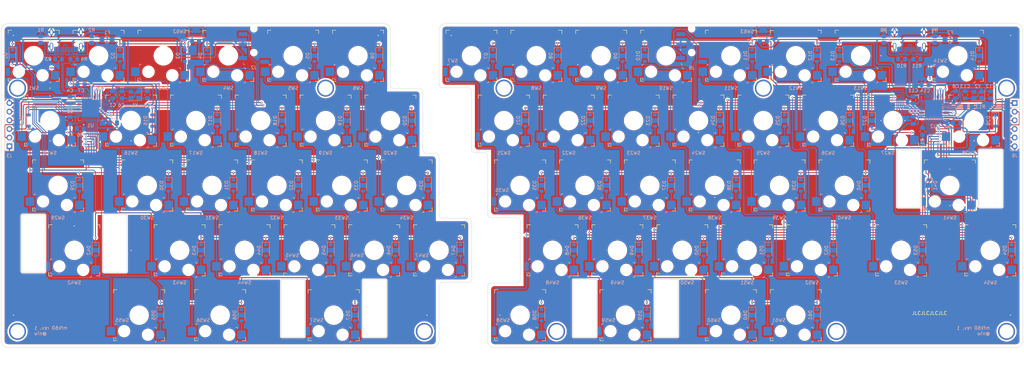
<source format=kicad_pcb>
(kicad_pcb (version 20221018) (generator pcbnew)
  (title_block (title "mfk60") (date "2024-01-09") (rev "1") (company "@niw"))
  (layers (0 "F.Cu" signal) (31 "B.Cu" signal) (34 "B.Paste" user) (35 "F.Paste" user) (36 "B.SilkS" user "B.Silkscreen") (37 "F.SilkS" user "F.Silkscreen") (38 "B.Mask" user) (39 "F.Mask" user) (44 "Edge.Cuts" user))
  (net 0 "")
  (net 1 "GND")
  (net 2 "+5V")
  (net 3 "XTAL1")
  (net 4 "XTAL2")
  (net 5 "Net-(U1-UCAP)")
  (net 6 "ROW1")
  (net 7 "Net-(D1-A)")
  (net 8 "ROW2")
  (net 9 "Net-(D2-A)")
  (net 10 "ROW3")
  (net 11 "Net-(D3-A)")
  (net 12 "ROW4")
  (net 13 "Net-(D4-A)")
  (net 14 "ROW5")
  (net 15 "Net-(D5-A)")
  (net 16 "Net-(D6-A)")
  (net 17 "Net-(D15-A)")
  (net 18 "Net-(D16-A)")
  (net 19 "Net-(D17-A)")
  (net 20 "Net-(D18-A)")
  (net 21 "Net-(D19-A)")
  (net 22 "Net-(D20-A)")
  (net 23 "Net-(J1-D+-PadA6)")
  (net 24 "Net-(J1-D--PadA7)")
  (net 27 "SCL_SERIAL")
  (net 28 "SDA")
  (net 29 "MISO")
  (net 30 "SCLK")
  (net 31 "MOSI")
  (net 32 "RESET")
  (net 33 "USB_D-")
  (net 34 "USB_D+")
  (net 35 "Net-(U1-~{HWB}{slash}PE2)")
  (net 36 "COL1")
  (net 37 "COL2")
  (net 38 "COL3")
  (net 39 "COL4")
  (net 40 "COL5")
  (net 41 "COL6")
  (net 51 "Net-(D29-A)")
  (net 52 "Net-(D30-A)")
  (net 53 "Net-(D31-A)")
  (net 54 "Net-(D32-A)")
  (net 55 "Net-(D33-A)")
  (net 56 "Net-(D34-A)")
  (net 57 "Net-(D43-A)")
  (net 58 "Net-(D44-A)")
  (net 59 "Net-(D45-A)")
  (net 60 "Net-(D46-A)")
  (net 61 "Net-(D47-A)")
  (net 62 "Net-(D48-A)")
  (net 63 "Net-(D57-A)")
  (net 64 "Net-(D58-A)")
  (net 65 "Net-(D59-A)")
  (net 66 "R_GND")
  (net 67 "R_XTAL1")
  (net 68 "R_XTAL2")
  (net 69 "Net-(U2-UCAP)")
  (net 70 "R_ROW1")
  (net 71 "Net-(D7-A)")
  (net 72 "Net-(D8-A)")
  (net 73 "Net-(D9-A)")
  (net 74 "Net-(D10-A)")
  (net 75 "Net-(D11-A)")
  (net 76 "Net-(D12-A)")
  (net 77 "Net-(D13-A)")
  (net 78 "Net-(D14-A)")
  (net 79 "R_ROW2")
  (net 80 "Net-(D21-A)")
  (net 81 "Net-(D22-A)")
  (net 82 "Net-(D23-A)")
  (net 83 "Net-(D24-A)")
  (net 84 "Net-(D25-A)")
  (net 85 "Net-(D26-A)")
  (net 86 "Net-(D27-A)")
  (net 87 "Net-(D28-A)")
  (net 88 "R_ROW3")
  (net 89 "Net-(D35-A)")
  (net 90 "Net-(D36-A)")
  (net 91 "Net-(D37-A)")
  (net 92 "Net-(D38-A)")
  (net 93 "Net-(D39-A)")
  (net 94 "Net-(D40-A)")
  (net 95 "Net-(D41-A)")
  (net 96 "R_ROW4")
  (net 97 "Net-(D49-A)")
  (net 98 "Net-(D50-A)")
  (net 99 "Net-(D51-A)")
  (net 100 "Net-(D52-A)")
  (net 101 "Net-(D53-A)")
  (net 102 "Net-(D54-A)")
  (net 103 "Net-(D55-A)")
  (net 104 "Net-(D56-A)")
  (net 105 "R_ROW5")
  (net 106 "Net-(D60-A)")
  (net 107 "Net-(D61-A)")
  (net 108 "/Left/USB_VBUS")
  (net 109 "/Righ/R_USB_VBUS")
  (net 110 "/Left/USB_CC1")
  (net 111 "/Left/USB_CC2")
  (net 112 "/Righ/R_USB_CC1")
  (net 113 "Net-(J4-D+-PadA6)")
  (net 114 "Net-(J4-D--PadA7)")
  (net 116 "/Righ/R_USB_CC2")
  (net 118 "R_SCL_SERIAL")
  (net 119 "R_SDA")
  (net 120 "R_MISO")
  (net 121 "R_SCLK")
  (net 122 "R_MOSI")
  (net 123 "R_RESET")
  (net 124 "Net-(U2-~{HWB}{slash}PE2)")
  (net 125 "COL7")
  (net 126 "COL8")
  (net 127 "COL9")
  (net 128 "COL10")
  (net 129 "COL11")
  (net 130 "COL12")
  (net 131 "COL13")
  (net 132 "COL14")
  (net 134 "R_USB_D-")
  (net 135 "R_USB_D+")
  (net 139 "SPLIT_HAND")
  (net 142 "Net-(D42-A)")
  (net 143 "R_+5V")
  (footprint "Gateron_Low_Profile:Gateron_Low_Profile_Socket" (layer "F.Cu") (at 239.3125 110.725)
    (fp_text reference "SW60")
    (fp_text value "COL9_ROW5")
  )
  (footprint "Gateron_Low_Profile:Gateron_Low_Profile_Socket" (layer "F.Cu") (at 196.45 72.625)
    (fp_text reference "SW36")
    (fp_text value "COL8_ROW3")
  )
  (footprint "Gateron_Low_Profile:Gateron_Low_Profile_Socket_Stabilizer_2U" (layer "F.Cu") (at 46.43125 91.675)
    (fp_text reference "SW42")
    (fp_text value "COL1_ROW4")
    (fp_line (start -15.5 6.2) (end -15.5 -10.2) (stroke (width 0.15)) (layer "Edge.Cuts"))
    (fp_line (start -15.2 -10.5) (end -8.8 -10.5) (stroke (width 0.15)) (layer "Edge.Cuts"))
    (fp_line (start -8.8 6.5) (end -15.2 6.5) (stroke (width 0.15)) (layer "Edge.Cuts"))
    (fp_line (start -8.5 -10.2) (end -8.5 6.2) (stroke (width 0.15)) (layer "Edge.Cuts"))
    (fp_line (start 8.5 6.2) (end 8.5 -10.2) (stroke (width 0.15)) (layer "Edge.Cuts"))
    (fp_line (start 8.8 -10.5) (end 15.2 -10.5) (stroke (width 0.15)) (layer "Edge.Cuts"))
    (fp_line (start 15.2 6.5) (end 8.8 6.5) (stroke (width 0.15)) (layer "Edge.Cuts"))
    (fp_line (start 15.5 -10.2) (end 15.5 6.2) (stroke (width 0.15)) (layer "Edge.Cuts"))
    (fp_arc (start -15.5 -10.2) (mid -15.412132 -10.412132) (end -15.2 -10.5) (stroke (width 0.15)) (layer "Edge.Cuts"))
    (fp_arc (start -15.2 6.5) (mid -15.412132 6.412132) (end -15.5 6.2) (stroke (width 0.15)) (layer "Edge.Cuts"))
    (fp_arc (start -8.8 -10.5) (mid -8.587868 -10.412132) (end -8.5 -10.2) (stroke (width 0.15)) (layer "Edge.Cuts"))
    (fp_arc (start -8.5 6.2) (mid -8.587868 6.412132) (end -8.8 6.5) (stroke (width 0.15)) (layer "Edge.Cuts"))
    (fp_arc (start 8.5 -10.2) (mid 8.587868 -10.412132) (end 8.8 -10.5) (stroke (width 0.15)) (layer "Edge.Cuts"))
    (fp_arc (start 8.8 6.5) (mid 8.587868 6.412132) (end 8.5 6.2) (stroke (width 0.15)) (layer "Edge.Cuts"))
    (fp_arc (start 15.2 -10.5) (mid 15.412132 -10.412132) (end 15.5 -10.2) (stroke (width 0.15)) (layer "Edge.Cuts"))
    (fp_arc (start 15.5 6.2) (mid 15.412132 6.412132) (end 15.2 6.5) (stroke (width 0.15)) (layer "Edge.Cuts"))
  )
  (footprint "Gateron_Low_Profile:Gateron_Low_Profile_Socket" (layer "F.Cu") (at 210.7375 53.575)
    (fp_text reference "SW23")
    (fp_text value "COL9_ROW2")
  )
  (footprint "Gateron_Low_Profile:Gateron_Low_Profile_Socket_Edge" (layer "F.Cu") (at 34.525 34.525)
    (fp_text reference "SW1")
    (fp_text value "COL1_ROW1")
  )
  (footprint "Gateron_Low_Profile:Gateron_Low_Profile_Socket" (layer "F.Cu") (at 182.1625 34.525)
    (fp_text reference "SW8")
    (fp_text value "COL8_ROW1")
  )
  (footprint "Gateron_Low_Profile:Gateron_Low_Profile_Socket_Stabilizer_2U" (layer "F.Cu") (at 303.60625 72.625)
    (fp_text reference "SW41")
    (fp_text value "COL13_ROW3")
    (fp_line (start -15.5 6.2) (end -15.5 -10.2) (stroke (width 0.15)) (layer "Edge.Cuts"))
    (fp_line (start -15.2 -10.5) (end -8.8 -10.5) (stroke (width 0.15)) (layer "Edge.Cuts"))
    (fp_line (start -8.8 6.5) (end -15.2 6.5) (stroke (width 0.15)) (layer "Edge.Cuts"))
    (fp_line (start -8.5 -10.2) (end -8.5 6.2) (stroke (width 0.15)) (layer "Edge.Cuts"))
    (fp_line (start 8.5 6.2) (end 8.5 -10.2) (stroke (width 0.15)) (layer "Edge.Cuts"))
    (fp_line (start 8.8 -10.5) (end 15.2 -10.5) (stroke (width 0.15)) (layer "Edge.Cuts"))
    (fp_line (start 15.2 6.5) (end 8.8 6.5) (stroke (width 0.15)) (layer "Edge.Cuts"))
    (fp_line (start 15.5 -10.2) (end 15.5 6.2) (stroke (width 0.15)) (layer "Edge.Cuts"))
    (fp_arc (start -15.5 -10.2) (mid -15.412132 -10.412132) (end -15.2 -10.5) (stroke (width 0.15)) (layer "Edge.Cuts"))
    (fp_arc (start -15.2 6.5) (mid -15.412132 6.412132) (end -15.5 6.2) (stroke (width 0.15)) (layer "Edge.Cuts"))
    (fp_arc (start -8.8 -10.5) (mid -8.587868 -10.412132) (end -8.5 -10.2) (stroke (width 0.15)) (layer "Edge.Cuts"))
    (fp_arc (start -8.5 6.2) (mid -8.587868 6.412132) (end -8.8 6.5) (stroke (width 0.15)) (layer "Edge.Cuts"))
    (fp_arc (start 8.5 -10.2) (mid 8.587868 -10.412132) (end 8.8 -10.5) (stroke (width 0.15)) (layer "Edge.Cuts"))
    (fp_arc (start 8.8 6.5) (mid 8.587868 6.412132) (end 8.5 6.2) (stroke (width 0.15)) (layer "Edge.Cuts"))
    (fp_arc (start 15.2 -10.5) (mid 15.412132 -10.412132) (end 15.5 -10.2) (stroke (width 0.15)) (layer "Edge.Cuts"))
    (fp_arc (start 15.5 6.2) (mid 15.412132 6.412132) (end 15.2 6.5) (stroke (width 0.15)) (layer "Edge.Cuts"))
  )
  (footprint "Gateron_Low_Profile:Gateron_Low_Profile_Socket_Edge" (layer "F.Cu") (at 186.925 91.675)
    (fp_text reference "SW48")
    (fp_text value "COL7_ROW4")
  )
  (footprint "kikit:Tab" (layer "F.Cu") (at 191.6875 25 -90)
    (fp_text reference "T4" hide)
    (fp_text value "Tab")
  )
  (footprint "Gateron_Low_Profile:Gateron_Low_Profile_Socket" (layer "F.Cu") (at 205.975 91.675)
    (fp_text reference "SW49")
    (fp_text value "COL8_ROW4")
  )
  (footprint "Gateron_Low_Profile:Gateron_Low_Profile_Socket" (layer "F.Cu") (at 72.625 34.525)
    (fp_text reference "SW3")
    (fp_text value "COL3_ROW1")
  )
  (footprint "Gateron_Low_Profile:Gateron_Low_Profile_Socket" (layer "F.Cu") (at 105.9625 72.625)
    (fp_text reference "SW32")
    (fp_text value "COL4_ROW3")
  )
  (footprint "kikit:Tab" (layer "F.Cu") (at 63.1 120.25 90)
    (fp_text reference "T2" hide)
    (fp_text value "Tab")
  )
  (footprint "Gateron_Low_Profile:Gateron_Low_Profile_Socket" (layer "F.Cu") (at 215.5 72.625)
    (fp_text reference "SW37")
    (fp_text value "COL9_ROW3")
  )
  (footprint "Gateron_Low_Profile:Gateron_Low_Profile_Socket" (layer "F.Cu") (at 129.775 34.525)
    (fp_text reference "SW6")
    (fp_text value "COL6_ROW1")
  )
  (footprint "Gateron_Low_Profile:Gateron_Low_Profile_Socket_Stabilizer_2U" (layer "F.Cu") (at 122.63125 110.725)
    (fp_text reference "SW57")
    (fp_text value "COL3_ROW5")
    (fp_line (start -15.5 6.2) (end -15.5 -10.2) (stroke (width 0.15)) (layer "Edge.Cuts"))
    (fp_line (start -15.2 -10.5) (end -8.8 -10.5) (stroke (width 0.15)) (layer "Edge.Cuts"))
    (fp_line (start -8.8 6.5) (end -15.2 6.5) (stroke (width 0.15)) (layer "Edge.Cuts"))
    (fp_line (start -8.5 -10.2) (end -8.5 6.2) (stroke (width 0.15)) (layer "Edge.Cuts"))
    (fp_line (start 8.5 6.2) (end 8.5 -10.2) (stroke (width 0.15)) (layer "Edge.Cuts"))
    (fp_line (start 8.8 -10.5) (end 15.2 -10.5) (stroke (width 0.15)) (layer "Edge.Cuts"))
    (fp_line (start 15.2 6.5) (end 8.8 6.5) (stroke (width 0.15)) (layer "Edge.Cuts"))
    (fp_line (start 15.5 -10.2) (end 15.5 6.2) (stroke (width 0.15)) (layer "Edge.Cuts"))
    (fp_arc (start -15.5 -10.2) (mid -15.412132 -10.412132) (end -15.2 -10.5) (stroke (width 0.15)) (layer "Edge.Cuts"))
    (fp_arc (start -15.2 6.5) (mid -15.412132 6.412132) (end -15.5 6.2) (stroke (width 0.15)) (layer "Edge.Cuts"))
    (fp_arc (start -8.8 -10.5) (mid -8.587868 -10.412132) (end -8.5 -10.2) (stroke (width 0.15)) (layer "Edge.Cuts"))
    (fp_arc (start -8.5 6.2) (mid -8.587868 6.412132) (end -8.8 6.5) (stroke (width 0.15)) (layer "Edge.Cuts"))
    (fp_arc (start 8.5 -10.2) (mid 8.587868 -10.412132) (end 8.8 -10.5) (stroke (width 0.15)) (layer "Edge.Cuts"))
    (fp_arc (start 8.8 6.5) (mid 8.587868 6.412132) (end 8.5 6.2) (stroke (width 0.15)) (layer "Edge.Cuts"))
    (fp_arc (start 15.2 -10.5) (mid 15.412132 -10.412132) (end 15.5 -10.2) (stroke (width 0.15)) (layer "Edge.Cuts"))
    (fp_arc (start 15.5 6.2) (mid 15.412132 6.412132) (end 15.2 6.5) (stroke (width 0.15)) (layer "Edge.Cuts"))
  )
  (footprint "kikit:Tab" (layer "F.Cu") (at 125.0125 120.25 90)
    (fp_text reference "T3" hide)
    (fp_text value "Tab")
  )
  (footprint "Gateron_Low_Profile:Gateron_Low_Profile_Socket" (layer "F.Cu") (at 248.8375 53.575)
    (fp_text reference "SW25")
    (fp_text value "COL11_ROW2")
  )
  (footprint "kikit:Tab" (layer "F.Cu") (at 267.8875 120.25 90)
    (fp_text reference "T7" hide)
    (fp_text value "Tab")
  )
  (footprint "Gateron_Low_Profile:Gateron_Low_Profile_Socket" (layer "F.Cu") (at 289.31875 91.675)
    (fp_text reference "SW53")
    (fp_text value "COL12_ROW4")
  )
  (footprint "Gateron_Low_Profile:Gateron_Low_Profile_Socket" (layer "F.Cu") (at 86.9125 72.625)
    (fp_text reference "SW31")
    (fp_text value "COL3_ROW3")
  )
  (footprint "Gateron_Low_Profile:Gateron_Low_Profile_Socket_Edge" (layer "F.Cu") (at 163.1125 34.525)
    (fp_text reference "SW7")
    (fp_text value "COL7_ROW1")
  )
  (footprint "Gateron_Low_Profile:Gateron_Low_Profile_Socket" (layer "F.Cu") (at 153.5875 91.675)
    (fp_text reference "SW47")
    (fp_text value "COL6_ROW4")
  )
  (footprint "Gateron_Low_Profile:Gateron_Low_Profile_Socket" (layer "F.Cu") (at 239.3125 34.525)
    (fp_text reference "SW11")
    (fp_text value "COL11_ROW1")
  )
  (footprint "Gateron_Low_Profile:Gateron_Low_Profile_Socket" (layer "F.Cu") (at 234.55 72.625)
    (fp_text reference "SW38")
    (fp_text value "COL10_ROW3")
  )
  (footprint "Gateron_Low_Profile:Gateron_Low_Profile_Socket" (layer "F.Cu") (at 63.1 53.575)
    (fp_text reference "SW16")
    (fp_text value "COL2_ROW2")
  )
  (footprint "Gateron_Low_Profile:Gateron_Low_Profile_Socket" (layer "F.Cu") (at 220.2625 34.525)
    (fp_text reference "SW10")
    (fp_text value "COL10_ROW1")
  )
  (footprint "Gateron_Low_Profile:Gateron_Low_Profile_Socket" (layer "F.Cu") (at 305.9875 34.525)
    (fp_text reference "SW14")
    (fp_text value "COL14_ROW1")
  )
  (footprint "kikit:Tab" (layer "F.Cu") (at 191.6875 120.25 90)
    (fp_text reference "T6" hide)
    (fp_text value "Tab")
  )
  (footprint "Gateron_Low_Profile:Gateron_Low_Profile_Socket" (layer "F.Cu") (at 286.9375 53.575)
    (fp_text reference "SW27")
    (fp_text value "COL13_ROW2")
  )
  (footprint "Gateron_Low_Profile:Gateron_Low_Profile_Socket" (layer "F.Cu") (at 225.025 91.675)
    (fp_text reference "SW50")
    (fp_text value "COL9_ROW4")
  )
  (footprint "Gateron_Low_Profile:Gateron_Low_Profile_Socket" (layer "F.Cu") (at 139.3 53.575)
    (fp_text reference "SW20")
    (fp_text value "COL6_ROW2")
  )
  (footprint "Gateron_Low_Profile:Gateron_Low_Profile_Socket" (layer "F.Cu") (at 125.0125 72.625)
    (fp_text reference "SW33")
    (fp_text value "COL5_ROW3")
  )
  (footprint "kikit:Tab" (layer "F.Cu") (at 267.8875 25 -90)
    (fp_text reference "T5" hide)
    (fp_text value "Tab")
  )
  (footprint "Gateron_Low_Profile:Gateron_Low_Profile_Socket" (layer "F.Cu") (at 244.075 91.675)
    (fp_text reference "SW51")
    (fp_text value "COL10_ROW4")
  )
  (footprint "Gateron_Low_Profile:Gateron_Low_Profile_Socket" (layer "F.Cu") (at 258.3625 110.725)
    (fp_text reference "SW61")
    (fp_text value "COL10_ROW5")
  )
  (footprint "Gateron_Low_Profile:Gateron_Low_Profile_Socket" (layer "F.Cu") (at 65.48125 110.725)
    (fp_text reference "SW55")
    (fp_text value "COL1_ROW5")
  )
  (footprint "Gateron_Low_Profile:Gateron_Low_Profile_Socket" (layer "F.Cu") (at 77.3875 91.675)
    (fp_text reference "SW43")
    (fp_text value "COL2_ROW4")
  )
  (footprint "Gateron_Low_Profile:Gateron_Low_Profile_Socket" (layer "F.Cu") (at 91.675 34.525)
    (fp_text reference "SW4")
    (fp_text value "COL4_ROW1")
  )
  (footprint "Gateron_Low_Profile:Gateron_Low_Profile_Socket" (layer "F.Cu") (at 229.7875 53.575)
    (fp_text reference "SW24")
    (fp_text value "COL10_ROW2")
  )
  (footprint "Gateron_Low_Profile:Gateron_Low_Profile_Socket" (layer "F.Cu") (at 134.5375 91.675)
    (fp_text reference "SW46")
    (fp_text value "COL5_ROW4")
  )
  (footprint "Gateron_Low_Profile:Gateron_Low_Profile_Socket" (layer "F.Cu") (at 120.25 53.575)
    (fp_text reference "SW19")
    (fp_text value "COL5_ROW2")
  )
  (footprint "Gateron_Low_Profile:Gateron_Low_Profile_Socket_Stabilizer_2U" (layer "F.Cu") (at 208.35625 110.725)
    (fp_text reference "SW59")
    (fp_text value "COL8_ROW5")
    (fp_line (start -15.5 6.2) (end -15.5 -10.2) (stroke (width 0.15)) (layer "Edge.Cuts"))
    (fp_line (start -15.2 -10.5) (end -8.8 -10.5) (stroke (width 0.15)) (layer "Edge.Cuts"))
    (fp_line (start -8.8 6.5) (end -15.2 6.5) (stroke (width 0.15)) (layer "Edge.Cuts"))
    (fp_line (start -8.5 -10.2) (end -8.5 6.2) (stroke (width 0.15)) (layer "Edge.Cuts"))
    (fp_line (start 8.5 6.2) (end 8.5 -10.2) (stroke (width 0.15)) (layer "Edge.Cuts"))
    (fp_line (start 8.8 -10.5) (end 15.2 -10.5) (stroke (width 0.15)) (layer "Edge.Cuts"))
    (fp_line (start 15.2 6.5) (end 8.8 6.5) (stroke (width 0.15)) (layer "Edge.Cuts"))
    (fp_line (start 15.5 -10.2) (end 15.5 6.2) (stroke (width 0.15)) (layer "Edge.Cuts"))
    (fp_arc (start -15.5 -10.2) (mid -15.412132 -10.412132) (end -15.2 -10.5) (stroke (width 0.15)) (layer "Edge.Cuts"))
    (fp_arc (start -15.2 6.5) (mid -15.412132 6.412132) (end -15.5 6.2) (stroke (width 0.15)) (layer "Edge.Cuts"))
    (fp_arc (start -8.8 -10.5) (mid -8.587868 -10.412132) (end -8.5 -10.2) (stroke (width 0.15)) (layer "Edge.Cuts"))
    (fp_arc (start -8.5 6.2) (mid -8.587868 6.412132) (end -8.8 6.5) (stroke (width 0.15)) (layer "Edge.Cuts"))
    (fp_arc (start 8.5 -10.2) (mid 8.587868 -10.412132) (end 8.8 -10.5) (stroke (width 0.15)) (layer "Edge.Cuts"))
    (fp_arc (start 8.8 6.5) (mid 8.587868 6.412132) (end 8.5 6.2) (stroke (width 0.15)) (layer "Edge.Cuts"))
    (fp_arc (start 15.2 -10.5) (mid 15.412132 -10.412132) (end 15.5 -10.2) (stroke (width 0.15)) (layer "Edge.Cuts"))
    (fp_arc (start 15.5 6.2) (mid 15.412132 6.412132) (end 15.2 6.5) (stroke (width 0.15)) (layer "Edge.Cuts"))
  )
  (footprint "Gateron_Low_Profile:Gateron_Low_Profile_Socket" (layer "F.Cu") (at 39.2875 53.575)
    (fp_text reference "SW15")
    (fp_text value "COL1_ROW2")
  )
  (footprint "Gateron_Low_Profile:Gateron_Low_Profile_Socket" (layer "F.Cu") (at 201.2125 34.525)
    (fp_text reference "SW9")
    (fp_text value "COL9_ROW1")
  )
  (footprint "Gateron_Low_Profile:Gateron_Low_Profile_Socket" (layer "F.Cu") (at 191.6875 53.575)
    (fp_text reference "SW22")
    (fp_text value "COL8_ROW2")
  )
  (footprint "Gateron_Low_Profile:Gateron_Low_Profile_Socket" (layer "F.Cu") (at 258.3625 34.525)
    (fp_text reference "SW12")
    (fp_text value "COL12_ROW1")
  )
  (footprint "Gateron_Low_Profile:Gateron_Low_Profile_Socket" (layer "F.Cu") (at 110.725 34.525)
    (fp_text reference "SW5")
    (fp_text value "COL5_ROW1")
  )
  (footprint "Gateron_Low_Profile:Gateron_Low_Profile_Socket" (layer "F.Cu") (at 144.0625 72.625)
    (fp_text reference "SW34")
    (fp_text value "COL6_ROW3")
  )
  (footprint "Gateron_Low_Profile:Gateron_Low_Profile_Socket_Edge" (layer "F.Cu") (at 177.4 72.625)
    (fp_text reference "SW35")
    (fp_text value "COL7_ROW3")
  )
  (footprint "kikit:Tab" (layer "F.Cu") (at 63.1 25 -90)
    (fp_text reference "T1" hide)
    (fp_text value "Tab")
  )
  (footprint "Gateron_Low_Profile:Gateron_Low_Profile_Socket" (layer "F.Cu") (at 277.4125 34.525)
    (fp_text reference "SW13")
    (fp_text value "COL13_ROW1")
  )
  (footprint "Gateron_Low_Profile:Gateron_Low_Profile_Socket" (layer "F.Cu") (at 310.75 53.575)
    (fp_text reference "SW28")
    (fp_text value "COL14_ROW2")
  )
  (footprint "Gateron_Low_Profile:Gateron_Low_Profile_Socket" (layer "F.Cu") (at 315.5125 91.675)
    (fp_text reference "SW54")
    (fp_text value "COL13_ROW4")
  )
  (footprint "Gateron_Low_Profile:Gateron_Low_Profile_Socket" (layer "F.Cu") (at 253.6 72.625)
    (fp_text reference "SW39")
    (fp_text value "COL11_ROW3")
  )
  (footprint "Gateron_Low_Profile:Gateron_Low_Profile_Socket_Edge" (layer "F.Cu") (at 172.6375 53.575)
    (fp_text reference "SW21")
    (fp_text value "COL7_ROW2")
  )
  (footprint "Gateron_Low_Profile:Gateron_Low_Profile_Socket" (layer "F.Cu") (at 89.29375 110.725)
    (fp_text reference "SW56")
    (fp_text value "COL2_ROW5")
  )
  (footprint "Gateron_Low_Profile:Gateron_Low_Profile_Socket" (layer "F.Cu") (at 96.4375 91.675)
    (fp_text reference "SW44")
    (fp_text value "COL3_ROW4")
  )
  (footprint "Gateron_Low_Profile:Gateron_Low_Profile_Socket_Edge" (layer "F.Cu") (at 177.4 110.725)
    (fp_text reference "SW58")
    (fp_text value "COL7_ROW5")
  )
  (footprint "Gateron_Low_Profile:Gateron_Low_Profile_Socket" (layer "F.Cu") (at 101.2 53.575)
    (fp_text reference "SW18")
    (fp_text value "COL4_ROW2")
  )
  (footprint "Gateron_Low_Profile:Gateron_Low_Profile_Socket" (layer "F.Cu") (at 263.125 91.675)
    (fp_text reference "SW52")
    (fp_text value "COL11_ROW4")
  )
  (footprint "Gateron_Low_Profile:Gateron_Low_Profile_Socket" (layer "F.Cu") (at 272.65 72.625)
    (fp_text reference "SW40")
    (fp_text value "COL12_ROW3")
  )
  (footprint "Gateron_Low_Profile:Gateron_Low_Profile_Socket" (layer "F.Cu") (at 53.575 34.525)
    (fp_text reference "SW2")
    (fp_text value "COL2_ROW1")
  )
  (footprint "Gateron_Low_Profile:Gateron_Low_Profile_Socket" (layer "F.Cu") (at 67.8625 72.625)
    (fp_text reference "SW30")
    (fp_text value "COL2_ROW3")
  )
  (footprint "Gateron_Low_Profile:Gateron_Low_Profile_Socket" (layer "F.Cu") (at 267.8875 53.575)
    (fp_text reference "SW26")
    (fp_text value "COL12_ROW2")
  )
  (footprint "Gateron_Low_Profile:Gateron_Low_Profile_Socket" (layer "F.Cu") (at 82.15 53.575)
    (fp_text reference "SW17")
    (fp_text value "COL3_ROW2")
  )
  (footprint "Gateron_Low_Profile:Gateron_Low_Profile_Socket" (layer "F.Cu") (at 41.66875 72.625)
    (fp_text reference "SW29")
    (fp_text value "COL1_ROW3")
  )
  (footprint "Gateron_Low_Profile:Gateron_Low_Profile_Socket" (layer "F.Cu") (at 115.4875 91.675)
    (fp_text reference "SW45")
    (fp_text value "COL4_ROW4")
  )
  (footprint "Resistor_SMD:R_0805_2012Metric_Pad1.20x1.40mm_HandSolder" (layer "B.Cu") (at 46.3 35.5 180)
    (fp_text reference "R4")
    (fp_text value "22")
  )
  (footprint "Diode_SMD:D_SOD-123" (layer "B.Cu") (at 221.75 72.625 -90)
    (fp_text reference "D37")
    (fp_text value "COL9_ROW3")
  )
  (footprint "Diode_SMD:D_SOD-123" (layer "B.Cu") (at 140.7875 91.675 -90)
    (fp_text reference "D46")
    (fp_text value "COL5_ROW4")
  )
  (footprint "Package_DFN_QFN:QFN-44-1EP_7x7mm_P0.5mm_EP5.2x5.2mm" (layer "B.Cu") (at 51.19375 50.003125 -90)
    (fp_text reference "U1")
    (fp_text value "ATmega32U4-M")
  )
  (footprint "Capacitor_SMD:C_0805_2012Metric_Pad1.18x1.45mm_HandSolder" (layer "B.Cu") (at 45.19375 47.503125 90)
    (fp_text reference "C4")
    (fp_text value "10u")
  )
  (footprint "Connector_USB:USB_C_Receptacle_HRO_TYPE-C-31-M-12" (layer "B.Cu") (at 291.7 28.65)
    (fp_text reference "J4")
    (fp_text value "USB_C_Receptacle_USB2.0")
  )
  (footprint "Diode_SMD:D_SOD-123" (layer "B.Cu") (at 274.1375 53.575 -90)
    (fp_text reference "D26")
    (fp_text value "COL12_ROW2")
  )
  (footprint "Diode_SMD:D_SOD-123" (layer "B.Cu") (at 126.5 53.575 -90)
    (fp_text reference "D19")
    (fp_text value "COL5_ROW2")
  )
  (footprint "MountingHole_Additions:MountingHole_4mm_Spacer" (layer "B.Cu") (at 188.115625 115.4875 180)
    (fp_text reference "H6" hide)
    (fp_text value "MountingHole")
  )
  (footprint "Diode_SMD:D_SOD-123" (layer "B.Cu") (at 271.1625 34.525 -90)
    (fp_text reference "D13")
    (fp_text value "COL13_ROW1")
  )
  (footprint "Diode_SMD:D_SOD-123" (layer "B.Cu") (at 269.375 91.675 -90)
    (fp_text reference "D52")
    (fp_text value "COL11_ROW4")
  )
  (footprint "Diode_SMD:D_SOD-123" (layer "B.Cu") (at 312.2375 34.525 -90)
    (fp_text reference "D14")
    (fp_text value "COL14_ROW1")
  )
  (footprint "Diode_SMD:D_SOD-123" (layer "B.Cu") (at 264.6125 34.525 -90)
    (fp_text reference "D12")
    (fp_text value "COL12_ROW1")
  )
  (footprint "Resistor_SMD:R_0805_2012Metric_Pad1.20x1.40mm_HandSolder" (layer "B.Cu") (at 289.45 35.5)
    (fp_text reference "R10")
    (fp_text value "22")
  )
  (footprint "Diode_SMD:D_SOD-123" (layer "B.Cu") (at 183.65 110.725 -90)
    (fp_text reference "D58")
    (fp_text value "COL7_ROW5")
  )
  (footprint "MountingHole_Additions:MountingHole_4mm_Spacer" (layer "B.Cu") (at 120.25 44.05 180)
    (fp_text reference "H2" hide)
    (fp_text value "MountingHole")
  )
  (footprint "Capacitor_SMD:C_0805_2012Metric_Pad1.18x1.45mm_HandSolder" (layer "B.Cu") (at 45.19375 53.503125 -90)
    (fp_text reference "C3")
    (fp_text value "100n")
  )
  (footprint "MountingHole_Additions:MountingHole_4mm_Spacer" (layer "B.Cu") (at 270.26875 115.4875 180)
    (fp_text reference "H8" hide)
    (fp_text value "MountingHole")
  )
  (footprint "Diode_SMD:D_SOD-123" (layer "B.Cu") (at 202.7 72.625 -90)
    (fp_text reference "D36")
    (fp_text value "COL8_ROW3")
  )
  (footprint "Diode_SMD:D_SOD-123" (layer "B.Cu") (at 102.6875 91.675 -90)
    (fp_text reference "D44")
    (fp_text value "COL3_ROW4")
  )
  (footprint "Fuse:Fuse_1206_3216Metric_Pad1.42x1.75mm_HandSolder" (layer "B.Cu") (at 303.7 29.75)
    (fp_text reference "F2")
    (fp_text value "500m")
  )
  (footprint "Diode_SMD:D_SOD-123" (layer "B.Cu") (at 280.6875 53.575 -90)
    (fp_text reference "D27")
    (fp_text value "COL13_ROW2")
  )
  (footprint "Fuse:Fuse_1206_3216Metric_Pad1.42x1.75mm_HandSolder" (layer "B.Cu") (at 56.05 29.75)
    (fp_text reference "F1")
    (fp_text value "500m")
  )
  (footprint "Resistor_SMD:R_0805_2012Metric_Pad1.20x1.40mm_HandSolder" (layer "B.Cu") (at 36.55 29.75 90)
    (fp_text reference "R1")
    (fp_text value "5.1k")
  )
  (footprint "Capacitor_SMD:C_0805_2012Metric_Pad1.18x1.45mm_HandSolder" (layer "B.Cu") (at 292.84375 47.503125 90)
    (fp_text reference "C11")
    (fp_text value "10u")
  )
  (footprint "Diode_SMD:D_SOD-123" (layer "B.Cu") (at 231.275 91.675 -90)
    (fp_text reference "D50")
    (fp_text value "COL9_ROW4")
  )
  (footprint "Resistor_SMD:R_0805_2012Metric_Pad1.20x1.40mm_HandSolder" (layer "B.Cu") (at 48.19375 56.003125 180)
    (fp_text reference "R6")
    (fp_text value "10k")
  )
  (footprint "Diode_SMD:D_SOD-123" (layer "B.Cu") (at 317 53.575 -90)
    (fp_text reference "D28")
    (fp_text value "COL14_ROW2")
  )
  (footprint "Diode_SMD:D_SOD-123" (layer "B.Cu") (at 259.85 72.625 -90)
    (fp_text reference "D39")
    (fp_text value "COL11_ROW3")
  )
  (footprint "Diode_SMD:D_SOD-123" (layer "B.Cu") (at 33.0375 53.575 -90)
    (fp_text reference "D15")
    (fp_text value "COL1_ROW2")
  )
  (footprint "MountingHole_Additions:MountingHole_4mm_Spacer" (layer "B.Cu") (at 29.7625 115.4875 180)
    (fp_text reference "H4" hide)
    (fp_text value "MountingHole")
  )
  (footprint "Capacitor_SMD:C_0805_2012Metric_Pad1.18x1.45mm_HandSolder" (layer "B.Cu") (at 296.34375 43.003125)
    (fp_text reference "C14")
    (fp_text value "1u")
  )
  (footprint "Capacitor_SMD:C_0805_2012Metric_Pad1.18x1.45mm_HandSolder" (layer "B.Cu") (at 60.44375 46.003125 -90)
    (fp_text reference "C6")
    (fp_text value "22p")
  )
  (footprint "Diode_SMD:D_SOD-123" (layer "B.Cu") (at 136.025 34.525 -90)
    (fp_text reference "D6")
    (fp_text value "COL6_ROW1")
  )
  (footprint "Diode_SMD:D_SOD-123" (layer "B.Cu") (at 178.8875 53.575 -90)
    (fp_text reference "D21")
    (fp_text value "COL7_ROW2")
  )
  (footprint "Diode_SMD:D_SOD-123" (layer "B.Cu") (at 150.3125 72.625 -90)
    (fp_text reference "D34")
    (fp_text value "COL6_ROW3")
  )
  (footprint "Connector_Additions:TRRS_Jack_3.5mm_PJ320D" (layer "B.Cu") (at 99.187 25 180)
    (fp_text reference "J2")
    (fp_text value "TRRS Jack")
  )
  (footprint "Diode_SMD:D_SOD-123" (layer "B.Cu") (at 255.0875 53.575 -90)
    (fp_text reference "D25")
    (fp_text value "COL11_ROW2")
  )
  (footprint "Diode_SMD:D_SOD-123" (layer "B.Cu") (at 85.425 34.525 -90)
    (fp_text reference "D4")
    (fp_text value "COL4_ROW1")
  )
  (footprint "Diode_SMD:D_SOD-123" (layer "B.Cu") (at 207.4625 34.525 -90)
    (fp_text reference "D9")
    (fp_text value "COL9_ROW1")
  )
  (footprint "Diode_SMD:D_SOD-123" (layer "B.Cu") (at 321.7625 91.675 -90)
    (fp_text reference "D54")
    (fp_text value "COL13_ROW4")
  )
  (footprint "Diode_SMD:D_SOD-123" (layer "B.Cu") (at 52.68125 91.675 -90)
    (fp_text reference "D42")
    (fp_text value "COL1_ROW4")
  )
  (footprint "Connector_Additions:Debug_Pin_1x6_P2.54mm" (layer "B.Cu") (at 322.65625 48.415625 180)
    (fp_text reference "J6")
    (fp_text value "ISP")
  )
  (footprint "Capacitor_SMD:C_0805_2012Metric_Pad1.18x1.45mm_HandSolder" (layer "B.Cu") (at 67.94375 46.003125 90)
    (fp_text reference "C5")
    (fp_text value "22p")
  )
  (footprint "Diode_SMD:D_SOD-123" (layer "B.Cu") (at 295.56875 91.675 -90)
    (fp_text reference "D53")
    (fp_text value "COL12_ROW4")
  )
  (footprint "Diode_SMD:D_SOD-123" (layer "B.Cu") (at 145.55 53.575 -90)
    (fp_text reference "D20")
    (fp_text value "COL6_ROW2")
  )
  (footprint "Diode_SMD:D_SOD-123" (layer "B.Cu") (at 131.2625 72.625 -90)
    (fp_text reference "D33")
    (fp_text value "COL5_ROW3")
  )
  (footprint "Capacitor_SMD:C_0805_2012Metric_Pad1.18x1.45mm_HandSolder" (layer "B.Cu") (at 305.59375 54.253125)
    (fp_text reference "C9")
    (fp_text value "100n")
  )
  (footprint "Connector_USB:USB_C_Receptacle_HRO_TYPE-C-31-M-12" (layer "B.Cu") (at 44.05 28.65)
    (fp_text reference "J1")
    (fp_text value "USB_C_Receptacle_USB2.0")
  )
  (footprint "Capacitor_SMD:C_0805_2012Metric_Pad1.18x1.45mm_HandSolder" (layer "B.Cu") (at 48.44375 43.003125)
    (fp_text reference "C7")
    (fp_text value "1u")
  )
  (footprint "Capacitor_SMD:C_0805_2012Metric_Pad1.18x1.45mm_HandSolder" (layer "B.Cu") (at 57.94375 54.253125)
    (fp_text reference "C2")
    (fp_text value "100n")
  )
  (footprint "Diode_SMD:D_SOD-123" (layer "B.Cu") (at 121.7375 91.675 -90)
    (fp_text reference "D45")
    (fp_text value "COL4_ROW4")
  )
  (footprint "MountingHole_Additions:MountingHole_4mm_Spacer" (layer "B.Cu") (at 172.6375 44.05 180)
    (fp_text reference "H5" hide)
    (fp_text value "MountingHole")
  )
  (footprint "Crystal:Crystal_SMD_3225-4Pin_3.2x2.5mm" (layer "B.Cu") (at 311.84375 46.003125 180)
    (fp_text reference "Y2")
    (fp_text value "16M")
  )
  (footprint "Resistor_SMD:R_0805_2012Metric_Pad1.20x1.40mm_HandSolder" (layer "B.Cu") (at 51.55 29.75 90)
    (fp_text reference "R2")
    (fp_text value "5.1k")
  )
  (footprint "Capacitor_SMD:C_0805_2012Metric_Pad1.18x1.45mm_HandSolder" (layer "B.Cu") (at 305.34375 46.003125 90)
    (fp_text reference "C8")
    (fp_text value "100n")
  )
  (footprint "Capacitor_SMD:C_0805_2012Metric_Pad1.18x1.45mm_HandSolder" (layer "B.Cu") (at 315.59375 46.003125 90)
    (fp_text reference "C12")
    (fp_text value "22p")
  )
  (footprint "Diode_SMD:D_SOD-123" (layer "B.Cu") (at 245.5625 34.525 -90)
    (fp_text reference "D11")
    (fp_text value "COL11_ROW1")
  )
  (footprint "Diode_SMD:D_SOD-123" (layer "B.Cu") (at 188.4125 34.525 -90)
    (fp_text reference "D8")
    (fp_text value "COL8_ROW1")
  )
  (footprint "Resistor_SMD:R_0805_2012Metric_Pad1.20x1.40mm_HandSolder" (layer "B.Cu") (at 293.95 35.5 180)
    (fp_text reference "R11")
    (fp_text value "22")
  )
  (footprint "Diode_SMD:D_SOD-123" (layer "B.Cu") (at 197.9375 53.575 -90)
    (fp_text reference "D22")
    (fp_text value "COL8_ROW2")
  )
  (footprint "Diode_SMD:D_SOD-123" (layer "B.Cu") (at 236.0375 53.575 -90)
    (fp_text reference "D24")
    (fp_text value "COL10_ROW2")
  )
  (footprint "Crystal:Crystal_SMD_3225-4Pin_3.2x2.5mm" (layer "B.Cu") (at 64.19375 46.003125 180)
    (fp_text reference "Y1")
    (fp_text value "16M")
  )
  (footprint "Diode_SMD:D_SOD-123" (layer "B.Cu") (at 297.35625 72.625 -90)
    (fp_text reference "D41")
    (fp_text value "COL13_ROW3")
  )
  (footprint "Diode_SMD:D_SOD-123" (layer "B.Cu") (at 214.60625 110.725 -90)
    (fp_text reference "D59")
    (fp_text value "COL8_ROW5")
  )
  (footprint "Diode_SMD:D_SOD-123" (layer "B.Cu") (at 214.0125 34.525 -90)
    (fp_text reference "D10")
    (fp_text value "COL10_ROW1")
  )
  (footprint "Diode_SMD:D_SOD-123" (layer "B.Cu") (at 93.1625 72.625 -90)
    (fp_text reference "D31")
    (fp_text value "COL3_ROW3")
  )
  (footprint "Diode_SMD:D_SOD-123" (layer "B.Cu") (at 212.225 91.675 -90)
    (fp_text reference "D49")
    (fp_text value "COL8_ROW4")
  )
  (footprint "MountingHole_Additions:MountingHole_4mm_Spacer" (layer "B.Cu") (at 320.275 44.05 180)
    (fp_text reference "H9" hide)
    (fp_text value "MountingHole")
  )
  (footprint "Diode_SMD:D_SOD-123" (layer "B.Cu") (at 95.54375 110.725 -90)
    (fp_text reference "D56")
    (fp_text value "COL2_ROW5")
  )
  (footprint "Diode_SMD:D_SOD-123" (layer "B.Cu") (at 264.6125 110.725 -90)
    (fp_text reference "D61")
    (fp_text value "COL10_ROW5")
  )
  (footprint "Diode_SMD:D_SOD-123" (layer "B.Cu") (at 193.175 91.675 -90)
    (fp_text reference "D48")
    (fp_text value "COL7_ROW4")
  )
  (footprint "MountingHole_Additions:MountingHole_4mm_Spacer" (layer "B.Cu") (at 29.7625 44.05 180)
    (fp_text reference "H1" hide)
    (fp_text value "MountingHole")
  )
  (footprint "Resistor_SMD:R_0805_2012Metric_Pad1.20x1.40mm_HandSolder" (layer "B.Cu") (at 299.2 29.75 90)
    (fp_text reference "R9")
    (fp_text value "5.1k")
  )
  (footprint "Resistor_SMD:R_0805_2012Metric_Pad1.20x1.40mm_HandSolder" (layer "B.Cu") (at 41.8 35.5)
    (fp_text reference "R3")
    (fp_text value "22")
  )
  (footprint "Diode_SMD:D_SOD-123" (layer "B.Cu") (at 159.8375 91.675 -90)
    (fp_text reference "D47")
    (fp_text value "COL6_ROW4")
  )
  (footprint "Diode_SMD:D_SOD-123" (layer "B.Cu") (at 216.9875 53.575 -90)
    (fp_text reference "D23")
    (fp_text value "COL9_ROW2")
  )
  (footprint "Diode_SMD:D_SOD-123" (layer "B.Cu") (at 116.975 34.525 -90)
    (fp_text reference "D5")
    (fp_text value "COL5_ROW1")
  )
  (footprint "Capacitor_SMD:C_0805_2012Metric_Pad1.18x1.45mm_HandSolder" (layer "B.Cu") (at 292.84375 53.503125 -90)
    (fp_text reference "C10")
    (fp_text value "100n")
  )
  (footprint "Diode_SMD:D_SOD-123" (layer "B.Cu") (at 88.4 53.575 -90)
    (fp_text reference "D17")
    (fp_text value "COL3_ROW2")
  )
  (footprint "Resistor_SMD:R_0805_2012Metric_Pad1.20x1.40mm_HandSolder" (layer "B.Cu") (at 82.053125 30.25)
    (fp_text reference "R5")
    (fp_text value "10k")
  )
  (footprint "MountingHole_Additions:MountingHole_4mm_Spacer" (layer "B.Cu") (at 320.275 115.4875 180)
    (fp_text reference "H10" hide)
    (fp_text value "MountingHole")
  )
  (footprint "Diode_SMD:D_SOD-123" (layer "B.Cu") (at 245.5625 110.725 -90)
    (fp_text reference "D60")
    (fp_text value "COL9_ROW5")
  )
  (footprint "Diode_SMD:D_SOD-123" (layer "B.Cu") (at 278.9 72.625 -90)
    (fp_text reference "D40")
    (fp_text value "COL12_ROW3")
  )
  (footprint "Diode_SMD:D_SOD-123" (layer "B.Cu") (at 74.1125 72.625 -90)
    (fp_text reference "D30")
    (fp_text value "COL2_ROW3")
  )
  (footprint "Capacitor_SMD:C_0805_2012Metric_Pad1.18x1.45mm_HandSolder" (layer "B.Cu") (at 57.69375 46.003125 90)
    (fp_text reference "C1")
    (fp_text value "100n")
  )
  (footprint "Diode_SMD:D_SOD-123" (layer "B.Cu") (at 83.6375 91.675 -90)
    (fp_text reference "D43")
    (fp_text value "COL2_ROW4")
  )
  (footprint "Resistor_SMD:R_0805_2012Metric_Pad1.20x1.40mm_HandSolder" (layer "B.Cu") (at 284.2 29.75 90)
    (fp_text reference "R8")
    (fp_text value "5.1k")
  )
  (footprint "Connector_Additions:TRRS_Jack_3.5mm_PJ320D" (layer "B.Cu") (at 227.7875 25 180)
    (fp_text reference "J5")
    (fp_text value "TRRS Jack")
  )
  (footprint "Diode_SMD:D_SOD-123" (layer "B.Cu") (at 240.8 72.625 -90)
    (fp_text reference "D38")
    (fp_text value "COL10_ROW3")
  )
  (footprint "Diode_SMD:D_SOD-123" (layer "B.Cu") (at 28.275 34.525 -90)
    (fp_text reference "D1")
    (fp_text value "COL1_ROW1")
  )
  (footprint "Diode_SMD:D_SOD-123" (layer "B.Cu") (at 250.325 91.675 -90)
    (fp_text reference "D51")
    (fp_text value "COL10_ROW4")
  )
  (footprint "Button_Switch_Additions:SW_Push_Alps_Alpine_SKRPACE010" (layer "B.Cu") (at 82.15 27.38125)
    (fp_text reference "SW62")
    (fp_text value "RST")
  )
  (footprint "Diode_SMD:D_SOD-123" (layer "B.Cu") (at 183.65 72.625 -90)
    (fp_text reference "D35")
    (fp_text value "COL7_ROW3")
  )
  (footprint "Diode_SMD:D_SOD-123" (layer "B.Cu") (at 169.3625 34.525 -90)
    (fp_text reference "D7")
    (fp_text value "COL7_ROW1")
  )
  (footprint "Diode_SMD:D_SOD-123" (layer "B.Cu") (at 78.875 34.525 -90)
    (fp_text reference "D3")
    (fp_text value "COL3_ROW1")
  )
  (footprint "Resistor_SMD:R_0805_2012Metric_Pad1.20x1.40mm_HandSolder" (layer "B.Cu") (at 248.8375 30.25 180)
    (fp_text reference "R7")
    (fp_text value "10k")
  )
  (footprint "Diode_SMD:D_SOD-123" (layer "B.Cu") (at 107.45 53.575 -90)
    (fp_text reference "D18")
    (fp_text value "COL4_ROW2")
  )
  (footprint "Diode_SMD:D_SOD-123" (layer "B.Cu") (at 128.88125 110.725 -90)
    (fp_text reference "D57")
    (fp_text value "COL3_ROW5")
  )
  (footprint "Package_DFN_QFN:QFN-44-1EP_7x7mm_P0.5mm_EP5.2x5.2mm" (layer "B.Cu") (at 298.84375 50.003125 -90)
    (fp_text reference "U2")
    (fp_text value "ATmega32U4-M")
  )
  (footprint "Diode_SMD:D_SOD-123" (layer "B.Cu") (at 112.2125 72.625 -90)
    (fp_text reference "D32")
    (fp_text value "COL4_ROW3")
  )
  (footprint "Diode_SMD:D_SOD-123" (layer "B.Cu") (at 47.91875 72.625 -90)
    (fp_text reference "D29")
    (fp_text value "COL1_ROW3")
  )
  (footprint "Diode_SMD:D_SOD-123" (layer "B.Cu") (at 71.73125 110.725 -90)
    (fp_text reference "D55")
    (fp_text value "COL1_ROW5")
  )
  (footprint "Button_Switch_Additions:SW_Push_Alps_Alpine_SKRPACE010" (layer "B.Cu") (at 248.8375 27.38125)
    (fp_text reference "SW63")
    (fp_text value "RST")
  )
  (footprint "Connector_Additions:Debug_Pin_1x6_P2.54mm" (layer "B.Cu") (at 27.38125 61.115625)
    (fp_text reference "J3")
    (fp_text value "ISP")
  )
  (footprint "Resistor_SMD:R_0805_2012Metric_Pad1.20x1.40mm_HandSolder" (layer "B.Cu") (at 295.59375 56.753125 90)
    (fp_text reference "R12")
    (fp_text value "10k")
  )
  (footprint "MountingHole_Additions:MountingHole_4mm_Spacer" (layer "B.Cu") (at 248.8375 44.05 180)
    (fp_text reference "H7" hide)
    (fp_text value "MountingHole")
  )
  (footprint "MountingHole_Additions:MountingHole_4mm_Spacer" (layer "B.Cu") (at 149.25 115.5 180)
    (fp_text reference "H3" hide)
    (fp_text value "MountingHole")
  )
  (footprint "Diode_SMD:D_SOD-123" (layer "B.Cu") (at 69.35 53.575 -90)
    (fp_text reference "D16")
    (fp_text value "COL2_ROW2")
  )
  (footprint "Capacitor_SMD:C_0805_2012Metric_Pad1.18x1.45mm_HandSolder" (layer "B.Cu") (at 308.09375 46.003125 -90)
    (fp_text reference "C13")
    (fp_text value "22p")
  )
  (footprint "Diode_SMD:D_SOD-123" (layer "B.Cu") (at 59.825 34.525 -90)
    (fp_text reference "D2")
    (fp_text value "COL2_ROW1")
  )
  (footprint "Resistor_SMD:R_0805_2012Metric_Pad1.20x1.40mm_HandSolder" (layer "B.Cu") (at 309.09375 49.503125 180)
    (fp_text reference "R13")
    (fp_text value "10k")
  )
  (gr_line (start 139.3 27) (end 139.3 43.15) (stroke (width 0.1)) (layer "Edge.Cuts"))
  (gr_line (start 166.875 63) (end 164.1125 63) (stroke (width 0.1)) (layer "Edge.Cuts"))
  (gr_line (start 163.1125 83.25) (end 163.1125 100.1) (stroke (width 0.1)) (layer "Edge.Cuts"))
  (gr_line (start 140.3 44.15) (end 147.825 44.15) (stroke (width 0.1)) (layer "Edge.Cuts"))
  (gr_arc (start 162.1125 82.25) (mid 162.819607 82.542893) (end 163.1125 83.25) (stroke (width 0.1)) (layer "Edge.Cuts"))
  (gr_line (start 162.1125 43.95) (end 154.5875 43.95) (stroke (width 0.1)) (layer "Edge.Cuts"))
  (gr_line (start 148.825 45.15) (end 148.825 62.2) (stroke (width 0.1)) (layer "Edge.Cuts"))
  (gr_line (start 163.1125 62) (end 163.1125 44.95) (stroke (width 0.1)) (layer "Edge.Cuts"))
  (gr_arc (start 162.1125 43.95) (mid 162.819607 44.242893) (end 163.1125 44.95) (stroke (width 0.1)) (layer "Edge.Cuts"))
  (gr_line (start 27 25) (end 137.3 25) (stroke (width 0.1)) (layer "Edge.Cuts"))
  (gr_line (start 149.825 63.2) (end 152.5875 63.2) (stroke (width 0.1)) (layer "Edge.Cuts"))
  (gr_arc (start 154.5875 43.95) (mid 153.880393 43.657107) (end 153.5875 42.95) (stroke (width 0.1)) (layer "Edge.Cuts"))
  (gr_line (start 154.5875 82.25) (end 162.1125 82.25) (stroke (width 0.1)) (layer "Edge.Cuts"))
  (gr_arc (start 25 27) (mid 25.585786 25.585786) (end 27 25) (stroke (width 0.1)) (layer "Edge.Cuts"))
  (gr_arc (start 325.0375 118.25) (mid 324.451714 119.664214) (end 323.0375 120.25) (stroke (width 0.1)) (layer "Edge.Cuts"))
  (gr_arc (start 164.1125 63) (mid 163.405393 62.707107) (end 163.1125 62) (stroke (width 0.1)) (layer "Edge.Cuts"))
  (gr_line (start 151.5875 120.25) (end 27 120.25) (stroke (width 0.1)) (layer "Edge.Cuts"))
  (gr_arc (start 154.5875 82.25) (mid 153.880393 81.957107) (end 153.5875 81.25) (stroke (width 0.1)) (layer "Edge.Cuts"))
  (gr_arc (start 168.875 82.05) (mid 168.167893 81.757107) (end 167.875 81.05) (stroke (width 0.1)) (layer "Edge.Cuts"))
  (gr_line (start 177.4 100.3) (end 177.4 83.05) (stroke (width 0.1)) (layer "Edge.Cuts"))
  (gr_line (start 153.5875 64.2) (end 153.5875 81.25) (stroke (width 0.1)) (layer "Edge.Cuts"))
  (gr_line (start 153.5875 102.1) (end 153.5875 118.25) (stroke (width 0.1)) (layer "Edge.Cuts"))
  (gr_arc (start 169.875 120.25) (mid 168.460786 119.664214) (end 167.875 118.25) (stroke (width 0.1)) (layer "Edge.Cuts"))
  (gr_arc (start 153.5875 27) (mid 154.173286 25.585786) (end 155.5875 25) (stroke (width 0.1)) (layer "Edge.Cuts"))
  (gr_line (start 167.875 118.25) (end 167.875 102.3) (stroke (width 0.1)) (layer "Edge.Cuts"))
  (gr_line (start 167.875 81.05) (end 167.875 64) (stroke (width 0.1)) (layer "Edge.Cuts"))
  (gr_arc (start 147.825 44.15) (mid 148.532107 44.442893) (end 148.825 45.15) (stroke (width 0.1)) (layer "Edge.Cuts"))
  (gr_arc (start 167.875 102.3) (mid 168.167893 101.592893) (end 168.875 101.3) (stroke (width 0.1)) (layer "Edge.Cuts"))
  (gr_line (start 155.5875 25) (end 323.0375 25) (stroke (width 0.1)) (layer "Edge.Cuts"))
  (gr_arc (start 149.825 63.2) (mid 149.117893 62.907107) (end 148.825 62.2) (stroke (width 0.1)) (layer "Edge.Cuts"))
  (gr_arc (start 153.5875 102.1) (mid 153.880393 101.392893) (end 154.5875 101.1) (stroke (width 0.1)) (layer "Edge.Cuts"))
  (gr_line (start 153.5875 42.95) (end 153.5875 27) (stroke (width 0.1)) (layer "Edge.Cuts"))
  (gr_arc (start 140.3 44.15) (mid 139.592893 43.857107) (end 139.3 43.15) (stroke (width 0.1)) (layer "Edge.Cuts"))
  (gr_arc (start 176.4 82.05) (mid 177.107107 82.342893) (end 177.4 83.05) (stroke (width 0.1)) (layer "Edge.Cuts"))
  (gr_arc (start 153.5875 118.25) (mid 153.001714 119.664214) (end 151.5875 120.25) (stroke (width 0.1)) (layer "Edge.Cuts"))
  (gr_line (start 168.875 101.3) (end 176.4 101.3) (stroke (width 0.1)) (layer "Edge.Cuts"))
  (gr_arc (start 27 120.25) (mid 25.585786 119.664214) (end 25 118.25) (stroke (width 0.1)) (layer "Edge.Cuts"))
  (gr_arc (start 163.1125 100.1) (mid 162.819607 100.807107) (end 162.1125 101.1) (stroke (width 0.1)) (layer "Edge.Cuts"))
  (gr_line (start 323.0375 120.25) (end 169.875 120.25) (stroke (width 0.1)) (layer "Edge.Cuts"))
  (gr_line (start 25 118.25) (end 25 27) (stroke (width 0.1)) (layer "Edge.Cuts"))
  (gr_arc (start 152.5875 63.2) (mid 153.294607 63.492893) (end 153.5875 64.2) (stroke (width 0.1)) (layer "Edge.Cuts"))
  (gr_line (start 325.0375 27) (end 325.0375 118.25) (stroke (width 0.1)) (layer "Edge.Cuts"))
  (gr_arc (start 323.0375 25) (mid 324.451714 25.585786) (end 325.0375 27) (stroke (width 0.1)) (layer "Edge.Cuts"))
  (gr_arc (start 177.4 100.3) (mid 177.107107 101.007107) (end 176.4 101.3) (stroke (width 0.1)) (layer "Edge.Cuts"))
  (gr_line (start 176.4 82.05) (end 168.875 82.05) (stroke (width 0.1)) (layer "Edge.Cuts"))
  (gr_arc (start 166.875 63) (mid 167.582107 63.292893) (end 167.875 64) (stroke (width 0.1)) (layer "Edge.Cuts"))
  (gr_line (start 162.1125 101.1) (end 154.5875 101.1) (stroke (width 0.1)) (layer "Edge.Cuts"))
  (gr_arc (start 137.3 25) (mid 138.714214 25.585786) (end 139.3 27) (stroke (width 0.1)) (layer "Edge.Cuts"))
  (gr_text "mfk60 rev. 1\n@niw" (at 34.525 116.678125) (layer "B.SilkS") (effects (font (size 1 1)) (justify right bottom mirror)))
  (gr_text "mfk60 rev. 1\n@niw" (at 315.5125 116.678125) (layer "B.SilkS") (effects (font (size 1 1)) (justify left bottom mirror)))
  (gr_text "JLCJLCJLCJLC" (at 297.653125 110.725) (layer "F.SilkS") (effects (font (size 1 1)) (justify bottom)))
  (via (at 135.728125 28.571875) (size 0.6) (drill 0.3) (layers "F.Cu" "B.Cu") (net 1))
  (via (at 49.19375 54.753125) (size 0.6) (drill 0.3) (layers "F.Cu" "B.Cu") (net 1))
  (via (at 52.325 28.775) (size 0.6) (drill 0.3) (layers "F.Cu" "B.Cu") (net 1))
  (via (at 46.43125 84.53125) (size 0.6) (drill 0.3) (layers "F.Cu" "B.Cu") (net 1))
  (via (at 43.94375 52.465625) (size 0.6) (drill 0.3) (layers "F.Cu" "B.Cu") (net 1))
  (via (at 150.015625 110.725) (size 0.6) (drill 0.3) (layers "F.Cu" "B.Cu") (net 1))
  (via (at 47.40625 41.775) (size 0.6) (drill 0.3) (layers "F.Cu" "B.Cu") (net 1))
  (via (at 55.69375 54.253125) (size 0.6) (drill 0.3) (layers "F.Cu" "B.Cu") (net 1))
  (via (at 39.2875 44.05) (size 0.6) (drill 0.3) (layers "F.Cu" "B.Cu") (net 1))
  (via (at 28.571875 28.571875) (size 0.6) (drill 0.3) (layers "F.Cu" "B.Cu") (net 1))
  (via (at 39.2875 35.715625) (size 0.6) (drill 0.3) (layers "F.Cu" "B.Cu") (net 1))
  (via (at 39.2875 46.325) (size 0.6) (drill 0.3) (layers "F.Cu" "B.Cu") (net 1))
  (via (at 63.1 91.675) (size 0.6) (drill 0.3) (layers "F.Cu" "B.Cu") (net 1))
  (via (at 63.1 59.528125) (size 0.6) (drill 0.3) (layers "F.Cu" "B.Cu") (net 1))
  (via (at 39.2875 59.528125) (size 0.6) (drill 0.3) (layers "F.Cu" "B.Cu") (net 1))
  (via (at 28.571875 110.725) (size 0.6) (drill 0.3) (layers "F.Cu" "B.Cu") (net 1))
  (via (at 56.69375 47.775) (size 0.6) (drill 0.3) (layers "F.Cu" "B.Cu") (net 1))
  (segment (start 39.73 33.18) (end 40.05 33.5) (width 0.35) (layer "B.Cu") (net 1))
  (segment (start 39.2875 46.325) (end 40.0375 47.075) (width 0.35) (layer "B.Cu") (net 1))
  (segment (start 48.37 33.18) (end 48.37 31.78) (width 0.35) (layer "B.Cu") (net 1))
  (segment (start 54.53125 49.003125) (end 52.19375 49.003125) (width 0.35) (layer "B.Cu") (net 1))
  (segment (start 53.69175 52.501125) (end 51.19375 50.003125) (width 0.35) (layer "B.Cu") (net 1))
  (segment (start 63.84375 46.853125) (end 64.19375 46.503125) (width 0.35) (layer "B.Cu") (net 1))
  (segment (start 65.29375 44.353125) (end 65.29375 45.153125) (width 0.35) (layer "B.Cu") (net 1))
  (segment (start 53.69375 53.853125) (end 53.69375 53.340625) (width 0.35) (layer "B.Cu") (net 1))
  (segment (start 42.2875 47.075) (end 43.753125 48.540625) (width 0.35) (layer "B.Cu") (net 1))
  (segment (start 56.19375 49.003125) (end 54.53125 49.003125) (width 0.35) (layer "B.Cu") (net 1))
  (segment (start 50.69375 46.665625) (end 50.69375 44.699125) (width 0.35) (layer "B.Cu") (net 1))
  (segment (start 64.54375 45.153125) (end 65.29375 45.153125) (width 0.35) (layer "B.Cu") (net 1))
  (segment (start 46.40625 48.540625) (end 45.19375 48.540625) (width 0.35) (layer "B.Cu") (net 1))
  (segment (start 43.94375 52.465625) (end 45.19375 52.465625) (width 0.35) (layer "B.Cu") (net 1))
  (segment (start 40.05 33.5) (end 40.55 33.5) (width 0.35) (layer "B.Cu") (net 1))
  (segment (start 56.69375 47.253125) (end 56.90625 47.040625) (width 0.35) (layer "B.Cu") (net 1))
  (segment (start 39.73 31.78) (end 39.73 33.18) (width 0.35) (layer "B.Cu") (net 1))
  (segment (start 47.85625 52.003125) (end 49.19375 52.003125) (width 0.35) (layer "B.Cu") (net 1))
  (segment (start 49.19375 54.753125) (end 49.19375 56.003125) (width 0.35) (layer "B.Cu") (net 1))
  (segment (start 54.09375 54.253125) (end 53.69375 53.853125) (width 0.35) (layer "B.Cu") (net 1))
  (segment (start 49.19375 52.003125) (end 51.19375 50.003125) (width 0.35) (layer "B.Cu") (net 1))
  (segment (start 53.69375 53.340625) (end 53.69175 53.338625) (width 0.35) (layer "B.Cu") (net 1))
  (segment (start 43.753125 48.540625) (end 45.19375 48.540625) (width 0.35) (layer "B.Cu") (net 1))
  (segment (start 40.8 33.25) (end 40.8 32.695) (width 0.35) (layer "B.Cu") (net 1))
  (segment (start 40.55 33.5) (end 40.8 33.25) (width 0.35) (layer "B.Cu") (net 1))
  (segment (start 47.85625 48.003125) (end 49.19375 48.003125) (width 0.35) (layer "B.Cu") (net 1))
  (segment (start 58.40625 47.040625) (end 58.76675 46.680125) (width 0.35) (layer "B.Cu") (net 1))
  (segment (start 56.69375 47.775) (end 56.69375 47.253125) (width 0.35) (layer "B.Cu") (net 1))
  (segment (start 55.69375 54.253125) (end 54.09375 54.253125) (width 0.35) (layer "B.Cu") (net 1))
  (segment (start 46.48125 52.465625) (end 45.19375 52.465625) (width 0.35) (layer "B.Cu") (net 1))
  (segment (start 47.85625 48.003125) (end 46.94375 48.003125) (width 0.35) (layer "B.Cu") (net 1))
  (segment (start 63.09375 46.853125) (end 63.84375 46.853125) (width 0.35) (layer "B.Cu") (net 1))
  (segment (start 65.48125 44.965625) (end 65.29375 45.153125) (width 0.35) (layer "B.Cu") (net 1))
  (segment (start 47.3 33.25) (end 47.55 33.5) (width 0.35) (layer "B.Cu") (net 1))
  (segment (start 56.90625 47.040625) (end 57.69375 47.040625) (width 0.35) (layer "B.Cu") (net 1))
  (segment (start 60.44375 47.040625) (end 62.90625 47.040625) (width 0.35) (layer "B.Cu") (net 1))
  (segment (start 64.94375 44.003125) (end 65.29375 44.353125) (width 0.35) (layer "B.Cu") (net 1))
  (segment (start 64.19375 46.503125) (end 64.19375 46.003125) (width 0.35) (layer "B.Cu") (net 1))
  (segment (start 47.88975 44.199125) (end 47.40625 43.715625) (width 0.35) (layer "B.Cu") (net 1))
  (segment (start 47.40625 43.715625) (end 47.40625 43.003125) (width 0.35) (layer "B.Cu") (net 1))
  (segment (start 52.19375 49.003125) (end 51.19375 50.003125) (width 0.35) (layer "B.Cu") (net 1))
  (segment (start 49.19375 48.003125) (end 51.19375 50.003125) (width 0.35) (layer "B.Cu") (net 1))
  (segment (start 56.69375 47.775) (end 56.69375 48.503125) (width 0.35) (layer "B.Cu") (net 1))
  (segment (start 57.69375 47.040625) (end 58.40625 47.040625) (width 0.35) (layer "B.Cu") (net 1))
  (segment (start 46.94375 52.003125) (end 46.48125 52.465625) (width 0.35) (layer "B.Cu") (net 1))
  (segment (start 59.19375 44.003125) (end 64.94375 44.003125) (width 0.35) (layer "B.Cu") (net 1))
  (segment (start 50.69375 49.503125) (end 51.19375 50.003125) (width 0.35) (layer "B.Cu") (net 1))
  (segment (start 47.85625 52.003125) (end 46.94375 52.003125) (width 0.35) (layer "B.Cu") (net 1))
  (segment (start 64.19375 45.503125) (end 64.54375 45.153125) (width 0.35) (layer "B.Cu") (net 1))
  (segment (start 50.69375 46.665625) (end 50.69375 49.503125) (width 0.35) (layer "B.Cu") (net 1))
  (segment (start 62.90625 47.040625) (end 63.09375 46.853125) (width 0.35) (layer "B.Cu") (net 1))
  (segment (start 40.0375 47.075) (end 42.2875 47.075) (width 0.35) (layer "B.Cu") (net 1))
  (segment (start 56.90625 54.253125) (end 55.69375 54.253125) (width 0.35) (layer "B.Cu") (net 1))
  (segment (start 53.69175 53.338625) (end 53.69175 52.501125) (width 0.35) (layer "B.Cu") (net 1))
  (segment (start 47.55 33.5) (end 48.05 33.5) (width 0.35) (layer "B.Cu") (net 1))
  (segment (start 50.69375 44.699125) (end 50.19375 44.199125) (width 0.35) (layer "B.Cu") (net 1))
  (segment (start 58.76675 46.680125) (end 58.76675 44.430125) (width 0.35) (layer "B.Cu") (net 1))
  (segment (start 47.3 32.695) (end 47.3 33.25) (width 0.35) (layer "B.Cu") (net 1))
  (segment (start 58.76675 44.430125) (end 59.19375 44.003125) (width 0.35) (layer "B.Cu") (net 1))
  (segment (start 47.40625 41.775) (end 47.40625 43.003125) (width 0.35) (layer "B.Cu") (net 1))
  (segment (start 50.19375 44.199125) (end 47.88975 44.199125) (width 0.35) (layer "B.Cu") (net 1))
  (segment (start 46.94375 48.003125) (end 46.40625 48.540625) (width 0.35) (layer "B.Cu") (net 1))
  (segment (start 56.69375 48.503125) (end 56.19375 49.003125) (width 0.35) (layer "B.Cu") (net 1))
  (segment (start 67.94375 44.965625) (end 65.48125 44.965625) (width 0.35) (layer "B.Cu") (net 1))
  (segment (start 48.05 33.5) (end 48.37 33.18) (width 0.35) (layer "B.Cu") (net 1))
  (segment (start 64.19375 46.003125) (end 64.19375 45.503125) (width 0.35) (layer "B.Cu") (net 1))
  (segment (start 45.19375 62.753125) (end 44.871875 63.075) (width 0.35) (layer "F.Cu") (net 2))
  (segment (start 45.19375 55.753125) (end 45.19375 62.753125) (width 0.35) (layer "F.Cu") (net 2))
  (segment (start 27.38125 62.7625) (end 27.38125 61.115625) (width 0.35) (layer "F.Cu") (net 2))
  (segment (start 27.69375 63.075) (end 27.38125 62.7625) (width 0.35) (layer "F.Cu") (net 2))
  (segment (start 44.871875 63.075) (end 27.69375 63.075) (width 0.35) (layer "F.Cu") (net 2))
  (via (at 45.19375 55.753125) (size 0.6) (drill 0.3) (layers "F.Cu" "B.Cu") (net 2))
  (segment (start 46.69375 54.253125) (end 46.40625 54.540625) (width 0.35) (layer "B.Cu") (net 2))
  (segment (start 45.19375 56.473437) (end 45.973438 57.253125) (width 0.35) (layer "B.Cu") (net 2))
  (segment (start 56.05 29.25) (end 56.05 28.25) (width 0.35) (layer "B.Cu") (net 2))
  (segment (start 57.5375 29.75) (end 56.55 29.75) (width 0.35) (layer "B.Cu") (net 2))
  (segment (start 52.69375 62.253125) (end 53.19375 61.753125) (width 0.35) (layer "B.Cu") (net 2))
  (segment (start 55.69375 48.503125) (end 55.94375 48.253125) (width 0.35) (layer "B.Cu") (net 2))
  (segment (start 62.8375 29.75) (end 62.19375 30.39375) (width 0.35) (layer "B.Cu") (net 2))
  (segment (start 53.69375 55.753125) (end 58.44375 55.753125) (width 0.35) (layer "B.Cu") (net 2))
  (segment (start 58.44375 55.753125) (end 58.98125 55.215625) (width 0.35) (layer "B.Cu") (net 2))
  (segment (start 46.69375 46.753125) (end 46.69375 47.253125) (width 0.35) (layer "B.Cu") (net 2))
  (segment (start 69.59375 43.503125) (end 69.09375 43.003125) (width 0.35) (layer "B.Cu") (net 2))
  (segment (start 57.69375 44.965625) (end 57.69375 43.503125) (width 0.35) (layer "B.Cu") (net 2))
  (segment (start 46.69375 46.003125) (end 46.69375 46.753125) (width 0.35) (layer "B.Cu") (net 2))
  (segment (start 49.05 29) (end 42.2 29) (width 0.35) (layer "B.Cu") (net 2))
  (segment (start 47.85625 52.503125) (end 47.11833 52.503125) (width 0.35) (layer "B.Cu") (net 2))
  (segment (start 46.40625 54.540625) (end 45.19375 54.540625) (width 0.35) (layer "B.Cu") (net 2))
  (segment (start 62.19375 30.39375) (end 62.19375 42.503125) (width 0.35) (layer "B.Cu") (net 2))
  (segment (start 57.5375 29.75) (end 76.15 29.75) (width 0.35) (layer "B.Cu") (net 2))
  (segment (start 40.715625 46.503125) (end 45.15625 46.503125) (width 0.35) (layer "B.Cu") (net 2))
  (segment (start 52.19375 43.003125) (end 51.69375 43.503125) (width 0.35) (layer "B.Cu") (net 2))
  (segment (start 62.19375 42.503125) (end 61.69375 43.003125) (width 0.35) (layer "B.Cu") (net 2))
  (segment (start 87.425 35.025) (end 87.925 34.525) (width 0.35) (layer "B.Cu") (net 2))
  (segment (start 31.275 36.525) (end 34.775 40.025) (width 0.35) (layer "B.Cu") (net 2))
  (segment (start 58.98125 50.215625) (end 60.19375 49.003125) (width 0.35) (layer "B.Cu") (net 2))
  (segment (start 76.65 30.25) (end 76.65 34.5) (width 0.35) (layer "B.Cu") (net 2))
  (segment (start 47.94375 57.253125) (end 48.44375 57.753125) (width 0.35) (layer "B.Cu") (net 2))
  (segment (start 48.44375 57.753125) (end 48.44375 61.753125) (width 0.35) (layer "B.Cu") (net 2))
  (segment (start 39.7375 45.525) (end 40.715625 46.503125) (width 0.35) (layer "B.Cu") (net 2))
  (segment (start 56.05 28.25) (end 55.55 27.75) (width 0.35) (layer "B.Cu") (net 2))
  (segment (start 69.09375 43.003125) (end 52.19375 43.003125) (width 0.35) (layer "B.Cu") (net 2))
  (segment (start 45.973438 57.253125) (end 47.94375 57.253125) (width 0.35) (layer "B.Cu") (net 2))
  (segment (start 48.94375 62.253125) (end 52.69375 62.253125) (width 0.35) (layer "B.Cu") (net 2))
  (segment (start 76.15 29.75) (end 76.65 30.25) (width 0.35) (layer "B.Cu") (net 2))
  (segment (start 88.425 30.775) (end 92.755105 30.775) (width 0.35) (layer "B.Cu") (net 2))
  (segment (start 57.69375 43.503125) (end 58.19375 43.003125) (width 0.35) (layer "B.Cu") (net 2))
  (segment (start 69.59375 48.503125) (end 69.59375 43.503125) (width 0.35) (layer "B.Cu") (net 2))
  (segment (start 31.778125 29.75) (end 31.275 30.253125) (width 0.35) (layer "B.Cu") (net 2))
  (segment (start 31.275 30.253125) (end 31.275 36.525) (width 0.35) (layer "B.Cu") (net 2))
  (segment (start 55.94375 45.503125) (end 56.48125 44.965625) (width 0.35) (layer "B.Cu") (net 2))
  (segment (start 46.94375 47.503125) (end 47.85625 47.503125) (width 0.35) (layer "B.Cu") (net 2))
  (segment (start 58.98125 55.215625) (end 58.98125 50.215625) (width 0.35) (layer "B.Cu") (net 2))
  (segment (start 83.053125 34.396875) (end 83.053125 30.25) (width 0.35) (layer "B.Cu") (net 2))
  (segment (start 47.11833 52.503125) (end 46.69375 52.927705) (width 0.35) (layer "B.Cu") (net 2))
  (segment (start 49.19375 46.665625) (end 49.19375 46.003125) (width 0.35) (layer "B.Cu") (net 2))
  (segment (start 45.19375 55.753125) (end 45.19375 56.473437) (width 0.35) (layer "B.Cu") (net 2))
  (segment (start 77.175 35.025) (end 87.425 35.025) (width 0.35) (layer "B.Cu") (net 2))
  (segment (start 76.65 34.5) (end 77.175 35.025) (width 0.35) (layer "B.Cu") (net 2))
  (segment (start 34.965625 45.525) (end 39.7375 45.525) (width 0.35) (layer "B.Cu") (net 2))
  (segment (start 54.53125 48.503125) (end 55.69375 48.503125) (width 0.35) (layer "B.Cu") (net 2))
  (segment (start 45.15625 46.503125) (end 45.19375 46.465625) (width 0.35) (layer "B.Cu") (net 2))
  (segment (start 95.937 33.956895) (end 95.937 35.2) (width 0.35) (layer "B.Cu") (net 2))
  (segment (start 55.94375 48.253125) (end 55.94375 45.503125) (width 0.35) (layer "B.Cu") (net 2))
  (segment (start 69.09375 49.003125) (end 69.59375 48.503125) (width 0.35) (layer "B.Cu") (net 2))
  (segment (start 46.94375 45.753125) (end 46.69375 46.003125) (width 0.35) (layer "B.Cu") (net 2))
  (segment (start 60.19375 49.003125) (end 69.09375 49.003125) (width 0.35) (layer "B.Cu") (net 2))
  (segment (start 46.40625 46.465625) (end 46.69375 46.753125) (width 0.35) (layer "B.Cu") (net 2))
  (segment (start 48.94375 45.753125) (end 46.94375 45.753125) (width 0.35) (layer "B.Cu") (net 2))
  (segment (start 48.44375 61.753125) (end 48.94375 62.253125) (width 0.35) (layer "B.Cu") (net 2))
  (segment (start 56.55 29.75) (end 56.05 29.25) (width 0.35) (layer "B.Cu") (net 2))
  (segment (start 53.19375 54.503125) (end 53.19375 53.340625) (width 0.35) (layer "B.Cu") (net 2))
  (segment (start 41.45 29.75) (end 31.778125 29.75) (width 0.35) (layer "B.Cu") (net 2))
  (segment (start 49.19375 46.003125) (end 48.94375 45.753125) (width 0.35) (layer "B.Cu") (net 2))
  (segment (start 92.755105 30.775) (end 95.937 33.956895) (width 0.35) (layer "B.Cu") (net 2))
  (segment (start 42.2 29) (end 41.45 29.75) (width 0.35) (layer "B.Cu") (net 2))
  (segment (start 46.69375 47.253125) (end 46.94375 47.503125) (width 0.35) (layer "B.Cu") (net 2))
  (segment (start 56.48125 44.965625) (end 57.69375 44.965625) (width 0.35) (layer "B.Cu") (net 2))
  (segment (start 34.775 40.025) (end 34.775 45.334375) (width 0.35) (layer "B.Cu") (net 2))
  (segment (start 34.775 45.334375) (end 34.965625 45.525) (width 0.35) (layer "B.Cu") (net 2))
  (segment (start 53.19375 61.753125) (end 53.19375 54.503125) (width 0.35) (layer "B.Cu") (net 2))
  (segment (start 87.925 31.275) (end 88.425 30.775) (width 0.35) (layer "B.Cu") (net 2))
  (segment (start 45.19375 54.540625) (end 45.19375 55.753125) (width 0.35) (layer "B.Cu") (net 2))
  (segment (start 45.19375 46.465625) (end 46.40625 46.465625) (width 0.35) (layer "B.Cu") (net 2))
  (segment (start 51.69375 43.503125) (end 51.69375 46.665625) (width 0.35) (layer "B.Cu") (net 2))
  (segment (start 55.55 27.75) (end 50.3 27.75) (width 0.35) (layer "B.Cu") (net 2))
  (segment (start 82.425 35.025) (end 83.053125 34.396875) (width 0.35) (layer "B.Cu") (net 2))
  (segment (start 50.3 27.75) (end 49.05 29) (width 0.35) (layer "B.Cu") (net 2))
  (segment (start 46.69375 52.927705) (end 46.69375 54.253125) (width 0.35) (layer "B.Cu") (net 2))
  (segment (start 53.19375 55.253125) (end 53.69375 55.753125) (width 0.35) (layer "B.Cu") (net 2))
  (segment (start 87.925 34.525) (end 87.925 31.275) (width 0.35) (layer "B.Cu") (net 2))
  (segment (start 54.53125 50.003125) (end 57.51875 50.003125) (width 0.25) (layer "B.Cu") (net 3))
  (segment (start 64.93975 48.007125) (end 65.29375 47.653125) (width 0.25) (layer "B.Cu") (net 3))
  (segment (start 59.51475 48.007125) (end 64.93975 48.007125) (width 0.25) (layer "B.Cu") (net 3))
  (segment (start 65.48125 47.040625) (end 65.29375 46.853125) (width 0.25) (layer "B.Cu") (net 3))
  (segment (start 65.29375 47.653125) (end 65.29375 46.853125) (width 0.25) (layer "B.Cu") (net 3))
  (segment (start 57.51875 50.003125) (end 59.51475 48.007125) (width 0.25) (layer "B.Cu") (net 3))
  (segment (start 67.94375 47.040625) (end 65.48125 47.040625) (width 0.25) (layer "B.Cu") (net 3))
  (segment (start 59.48125 44.965625) (end 59.19375 45.253125) (width 0.25) (layer "B.Cu") (net 4))
  (segment (start 57.44375 49.503125) (end 54.53125 49.503125) (width 0.25) (layer "B.Cu") (net 4))
  (segment (start 59.19375 47.753125) (end 57.44375 49.503125) (width 0.25) (layer "B.Cu") (net 4))
  (segment (start 60.44375 44.965625) (end 62.90625 44.965625) (width 0.25) (layer "B.Cu") (net 4))
  (segment (start 59.19375 45.253125) (end 59.19375 47.753125) (width 0.25) (layer "B.Cu") (net 4))
  (segment (start 60.44375 44.965625) (end 59.48125 44.965625) (width 0.25) (layer "B.Cu") (net 4))
  (segment (start 62.90625 44.965625) (end 63.09375 45.153125) (width 0.25) (layer "B.Cu") (net 4))
  (segment (start 51.19375 46.665625) (end 51.19375 43.503125) (width 0.25) (layer "B.Cu") (net 5))
  (segment (start 50.69375 43.003125) (end 49.48125 43.003125) (width 0.25) (layer "B.Cu") (net 5))
  (segment (start 51.19375 43.503125) (end 50.69375 43.003125) (width 0.25) (layer "B.Cu") (net 5))
  (segment (start 78.875 31.025) (end 59.825 31.025) (width 0.25) (layer "F.Cu") (net 6))
  (segment (start 116.975 31.025) (end 85.425 31.025) (width 0.25) (layer "F.Cu") (net 6))
  (segment (start 85.425 30.025) (end 85.425 31.025) (width 0.25) (layer "F.Cu") (net 6))
  (segment (start 28.525 29.775) (end 28.275 30.025) (width 0.25) (layer "F.Cu") (net 6))
  (segment (start 28.275 30.025) (end 28.275 31.025) (width 0.25) (layer "F.Cu") (net 6))
  (segment (start 79.175 29.775) (end 85.175 29.775) (width 0.25) (layer "F.Cu") (net 6))
  (segment (start 78.875 30.075) (end 79.175 29.775) (width 0.25) (layer "F.Cu") (net 6))
  (segment (start 78.875 31.025) (end 78.875 30.075) (width 0.25) (layer "F.Cu") (net 6))
  (segment (start 59.825 30.003125) (end 59.596875 29.775) (width 0.25) (layer "F.Cu") (net 6))
  (segment (start 85.175 29.775) (end 85.425 30.025) (width 0.25) (layer "F.Cu") (net 6))
  (segment (start 59.596875 29.775) (end 28.525 29.775) (width 0.25) (layer "F.Cu") (net 6))
  (segment (start 59.825 31.025) (end 59.825 30.003125) (width 0.25) (layer "F.Cu") (net 6))
  (segment (start 136.025 31.025) (end 116.975 31.025) (width 0.25) (layer "F.Cu") (net 6))
  (via (at 116.975 31.025) (size 0.6) (drill 0.3) (layers "F.Cu" "B.Cu") (net 6))
  (via (at 78.875 31.025) (size 0.6) (drill 0.3) (layers "F.Cu" "B.Cu") (net 6))
  (via (at 85.425 31.025) (size 0.6) (drill 0.3) (layers "F.Cu" "B.Cu") (net 6))
  (via (at 59.825 31.025) (size 0.6) (drill 0.3) (layers "F.Cu" "B.Cu") (net 6))
  (via (at 136.025 31.025) (size 0.6) (drill 0.3) (layers "F.Cu" "B.Cu") (net 6))
  (via (at 28.275 31.025) (size 0.6) (drill 0.3) (layers "F.Cu" "B.Cu") (net 6))
  (segment (start 59.825 32.875) (end 59.825 31.025) (width 0.25) (layer "B.Cu") (net 6))
  (segment (start 30.525 31.334375) (end 30.525 36.765) (width 0.25) (layer "B.Cu") (net 6))
  (segment (start 34.0375 47.325) (end 34.2875 47.575) (width 0.25) (layer "B.Cu") (net 6))
  (segment (start 30.215625 31.025) (end 30.525 31.334375) (width 0.25) (layer "B.Cu") (net 6))
  (segment (start 28.275 31.025) (end 30.215625 31.025) (width 0.25) (layer "B.Cu") (net 6))
  (segment (start 116.975 32.875) (end 116.975 31.025) (width 0.25) (layer "B.Cu") (net 6))
  (segment (start 136.025 32.875) (end 136.025 31.025) (width 0.25) (layer "B.Cu") (net 6))
  (segment (start 43.69375 49.503125) (end 47.85625 49.503125) (width 0.25) (layer "B.Cu") (net 6))
  (segment (start 34.2875 47.575) (end 41.765625 47.575) (width 0.25) (layer "B.Cu") (net 6))
  (segment (start 30.525 36.765) (end 34.0375 40.2775) (width 0.25) (layer "B.Cu") (net 6))
  (segment (start 85.425 32.875) (end 85.425 31.025) (width 0.25) (layer "B.Cu") (net 6))
  (segment (start 41.765625 47.575) (end 43.69375 49.503125) (width 0.25) (layer "B.Cu") (net 6))
  (segment (start 28.275 32.875) (end 28.275 31.025) (width 0.25) (layer "B.Cu") (net 6))
  (segment (start 34.0375 40.2775) (end 34.0375 47.325) (width 0.25) (layer "B.Cu") (net 6))
  (segment (start 78.875 32.875) (end 78.875 31.025) (width 0.25) (layer "B.Cu") (net 6))
  (segment (start 39.775 38.075) (end 32.1875 38.075) (width 0.25) (layer "F.Cu") (net 7))
  (segment (start 32.1875 38.075) (end 31.1875 37.075) (width 0.25) (layer "F.Cu") (net 7))
  (segment (start 31.1875 37.075) (end 28.275 37.075) (width 0.25) (layer "F.Cu") (net 7))
  (via (at 28.275 37.075) (size 0.6) (drill 0.3) (layers "F.Cu" "B.Cu") (net 7))
  (via (at 39.775 38.075) (size 0.6) (drill 0.3) (layers "F.Cu" "B.Cu") (net 7))
  (segment (start 40.795 38.595) (end 40.795 40.275) (width 0.25) (layer "B.Cu") (net 7))
  (segment (start 40.275 38.075) (end 40.795 38.595) (width 0.25) (layer "B.Cu") (net 7))
  (segment (start 39.775 38.075) (end 40.275 38.075) (width 0.25) (layer "B.Cu") (net 7))
  (segment (start 28.275 37.075) (end 28.275 36.175) (width 0.25) (layer "B.Cu") (net 7))
  (segment (start 33.0375 50.325) (end 53.9125 50.325) (width 0.25) (layer "F.Cu") (net 8))
  (segment (start 60.6625 57.075) (end 69.0375 57.075) (width 0.25) (layer "F.Cu") (net 8))
  (segment (start 88.4 49.825) (end 69.35 49.825) (width 0.25) (layer "F.Cu") (net 8))
  (segment (start 53.9125 50.325) (end 60.6625 57.075) (width 0.25) (layer "F.Cu") (net 8))
  (segment (start 145.55 49.825) (end 126.5 49.825) (width 0.25) (layer "F.Cu") (net 8))
  (segment (start 126.5 49.825) (end 107.45 49.825) (width 0.25) (layer "F.Cu") (net 8))
  (segment (start 69.0375 57.075) (end 69.35 56.7625) (width 0.25) (layer "F.Cu") (net 8))
  (segment (start 107.45 49.825) (end 88.4 49.825) (width 0.25) (layer "F.Cu") (net 8))
  (segment (start 69.35 56.7625) (end 69.35 49.825) (width 0.25) (layer "F.Cu") (net 8))
  (via (at 145.55 49.825) (size 0.6) (drill 0.3) (layers "F.Cu" "B.Cu") (net 8))
  (via (at 107.45 49.825) (size 0.6) (drill 0.3) (layers "F.Cu" "B.Cu") (net 8))
  (via (at 88.4 49.825) (size 0.6) (drill 0.3) (layers "F.Cu" "B.Cu") (net 8))
  (via (at 69.35 49.825) (size 0.6) (drill 0.3) (layers "F.Cu" "B.Cu") (net 8))
  (via (at 33.0375 50.325) (size 0.6) (drill 0.3) (layers "F.Cu" "B.Cu") (net 8))
  (via (at 126.5 49.825) (size 0.6) (drill 0.3) (layers "F.Cu" "B.Cu") (net 8))
  (segment (start 145.55 51.925) (end 145.55 49.825) (width 0.25) (layer "B.Cu") (net 8))
  (segment (start 43.410592 50.003125) (end 47.85625 50.003125) (width 0.25) (layer "B.Cu") (net 8))
  (segment (start 33.0375 50.325) (end 33.0375 51.925) (width 0.25) (layer "B.Cu") (net 8))
  (segment (start 33.0375 50.325) (end 33.0375 48.325) (width 0.25) (layer "B.Cu") (net 8))
  (segment (start 33.0375 48.325) (end 33.2875 48.075) (width 0.25) (layer "B.Cu") (net 8))
  (segment (start 41.482467 48.075) (end 43.410592 50.003125) (width 0.25) (layer "B.Cu") (net 8))
  (segment (start 107.45 51.925) (end 107.45 49.825) (width 0.25) (layer "B.Cu") (net 8))
  (segment (start 126.5 51.925) (end 126.5 49.825) (width 0.25) (layer "B.Cu") (net 8))
  (segment (start 69.35 51.925) (end 69.35 49.825) (width 0.25) (layer "B.Cu") (net 8))
  (segment (start 33.2875 48.075) (end 41.482467 48.075) (width 0.25) (layer "B.Cu") (net 8))
  (segment (start 88.4 51.925) (end 88.4 49.825) (width 0.25) (layer "B.Cu") (net 8))
  (segment (start 59.825 36.175) (end 59.825 40.255) (width 0.25) (layer "B.Cu") (net 9))
  (segment (start 59.825 40.255) (end 59.845 40.275) (width 0.25) (layer "B.Cu") (net 9))
  (segment (start 112.2125 68.875) (end 93.1625 68.875) (width 0.25) (layer "F.Cu") (net 10))
  (segment (start 74.1125 68.875) (end 47.91875 68.875) (width 0.25) (layer "F.Cu") (net 10))
  (segment (start 93.1625 68.875) (end 74.1125 68.875) (width 0.25) (layer "F.Cu") (net 10))
  (segment (start 131.2625 68.875) (end 112.2125 68.875) (width 0.25) (layer "F.Cu") (net 10))
  (segment (start 150.3125 68.875) (end 131.2625 68.875) (width 0.25) (layer "F.Cu") (net 10))
  (via (at 47.91875 68.875) (size 0.6) (drill 0.3) (layers "F.Cu" "B.Cu") (net 10))
  (via (at 93.1625 68.875) (size 0.6) (drill 0.3) (layers "F.Cu" "B.Cu") (net 10))
  (via (at 150.3125 68.875) (size 0.6) (drill 0.3) (layers "F.Cu" "B.Cu") (net 10))
  (via (at 112.2125 68.875) (size 0.6) (drill 0.3) (layers "F.Cu" "B.Cu") (net 10))
  (via (at 74.1125 68.875) (size 0.6) (drill 0.3) (layers "F.Cu" "B.Cu") (net 10))
  (via (at 131.2625 68.875) (size 0.6) (drill 0.3) (layers "F.Cu" "B.Cu") (net 10))
  (segment (start 47.85625 50.503125) (end 43.226908 50.503125) (width 0.25) (layer "B.Cu") (net 10))
  (segment (start 112.2125 70.975) (end 112.2125 68.875) (width 0.25) (layer "B.Cu") (net 10))
  (segment (start 131.2625 70.975) (end 131.2625 68.875) (width 0.25) (layer "B.Cu") (net 10))
  (segment (start 34.2875 54.596875) (end 37.0375 57.346875) (width 0.25) (layer "B.Cu") (net 10))
  (segment (start 37.41875 68.875) (end 47.91875 68.875) (width 0.25) (layer "B.Cu") (net 10))
  (segment (start 37.0375 68.49375) (end 37.41875 68.875) (width 0.25) (layer "B.Cu") (net 10))
  (segment (start 34.5375 48.575) (end 34.2875 48.825) (width 0.25) (layer "B.Cu") (net 10))
  (segment (start 34.2875 48.825) (end 34.2875 54.596875) (width 0.25) (layer "B.Cu") (net 10))
  (segment (start 47.91875 70.975) (end 47.91875 68.875) (width 0.25) (layer "B.Cu") (net 10))
  (segment (start 93.1625 70.975) (end 93.1625 68.875) (width 0.25) (layer "B.Cu") (net 10))
  (segment (start 150.3125 70.975) (end 150.3125 68.875) (width 0.25) (layer "B.Cu") (net 10))
  (segment (start 74.1125 70.975) (end 74.1125 68.875) (width 0.25) (layer "B.Cu") (net 10))
  (segment (start 41.298783 48.575) (end 34.5375 48.575) (width 0.25) (layer "B.Cu") (net 10))
  (segment (start 37.0375 57.346875) (end 37.0375 68.49375) (width 0.25) (layer "B.Cu") (net 10))
  (segment (start 43.226908 50.503125) (end 41.298783 48.575) (width 0.25) (layer "B.Cu") (net 10))
  (segment (start 78.875 36.175) (end 78.875 40.255) (width 0.25) (layer "B.Cu") (net 11))
  (segment (start 78.875 40.255) (end 78.895 40.275) (width 0.25) (layer "B.Cu") (net 11))
  (segment (start 83.6375 80.925) (end 83.6375 87.925) (width 0.25) (layer "F.Cu") (net 12))
  (segment (start 52.68125 80.925) (end 52.93125 80.675) (width 0.25) (layer "F.Cu") (net 12))
  (segment (start 52.68125 87.925) (end 52.68125 80.925) (width 0.25) (layer "F.Cu") (net 12))
  (segment (start 52.93125 80.675) (end 83.3875 80.675) (width 0.25) (layer "F.Cu") (net 12))
  (segment (start 121.7375 87.925) (end 140.7875 87.925) (width 0.25) (layer "F.Cu") (net 12))
  (segment (start 102.6875 87.925) (end 121.7375 87.925) (width 0.25) (layer "F.Cu") (net 12))
  (segment (start 83.3875 80.675) (end 83.6375 80.925) (width 0.25) (layer "F.Cu") (net 12))
  (segment (start 83.6375 87.925) (end 102.6875 87.925) (width 0.25) (layer "F.Cu") (net 12))
  (segment (start 140.7875 87.925) (end 159.8375 87.925) (width 0.25) (layer "F.Cu") (net 12))
  (via (at 83.6375 87.925) (size 0.6) (drill 0.3) (layers "F.Cu" "B.Cu") (net 12))
  (via (at 159.8375 87.925) (size 0.6) (drill 0.3) (layers "F.Cu" "B.Cu") (net 12))
  (via (at 102.6875 87.925) (size 0.6) (drill 0.3) (layers "F.Cu" "B.Cu") (net 12))
  (via (at 140.7875 87.925) (size 0.6) (drill 0.3) (layers "F.Cu" "B.Cu") (net 12))
  (via (at 52.68125 87.925) (size 0.6) (drill 0.3) (layers "F.Cu" "B.Cu") (net 12))
  (via (at 121.7375 87.925) (size 0.6) (drill 0.3) (layers "F.Cu" "B.Cu") (net 12))
  (segment (start 34.7875 54.346875) (end 34.7875 49.325) (width 0.25) (layer "B.Cu") (net 12))
  (segment (start 159.8375 90.025) (end 159.8375 87.925) (width 0.25) (layer "B.Cu") (net 12))
  (segment (start 37.57075 57.130125) (end 34.7875 54.346875) (width 0.25) (layer "B.Cu") (net 12))
  (segment (start 52.68125 68.65625) (end 52.15 68.125) (width 0.25) (layer "B.Cu") (net 12))
  (segment (start 37.91875 68.125) (end 37.57075 67.777) (width 0.25) (layer "B.Cu") (net 12))
  (segment (start 41.048783 49.075) (end 42.976908 51.003125) (width 0.25) (layer "B.Cu") (net 12))
  (segment (start 34.7875 49.325) (end 35.0375 49.075) (width 0.25) (layer "B.Cu") (net 12))
  (segment (start 35.0375 49.075) (end 41.048783 49.075) (width 0.25) (layer "B.Cu") (net 12))
  (segment (start 102.6875 90.025) (end 102.6875 87.925) (width 0.25) (layer "B.Cu") (net 12))
  (segment (start 52.68125 90.025) (end 52.68125 87.925) (width 0.25) (layer "B.Cu") (net 12))
  (segment (start 52.68125 87.925) (end 52.68125 68.65625) (width 0.25) (layer "B.Cu") (net 12))
  (segment (start 37.57075 67.777) (end 37.57075 57.130125) (width 0.25) (layer "B.Cu") (net 12))
  (segment (start 83.6375 90.025) (end 83.6375 87.925) (width 0.25) (layer "B.Cu") (net 12))
  (segment (start 140.7875 90.025) (end 140.7875 87.925) (width 0.25) (layer "B.Cu") (net 12))
  (segment (start 42.976908 51.003125) (end 47.85625 51.003125) (width 0.25) (layer "B.Cu") (net 12))
  (segment (start 121.7375 90.025) (end 121.7375 87.925) (width 0.25) (layer "B.Cu") (net 12))
  (segment (start 52.15 68.125) (end 37.91875 68.125) (width 0.25) (layer "B.Cu") (net 12))
  (segment (start 86.465212 37.27) (end 88.17 37.27) (width 0.25) (layer "B.Cu") (net 13))
  (segment (start 97.945 38.545) (end 97.945 40.275) (width 0.25) (layer "B.Cu") (net 13))
  (segment (start 88.17 37.27) (end 89.175 38.275) (width 0.25) (layer "B.Cu") (net 13))
  (segment (start 97.675 38.275) (end 97.945 38.545) (width 0.25) (layer "B.Cu") (net 13))
  (segment (start 85.425 37.025) (end 85.675 37.275) (width 0.25) (layer "B.Cu") (net 13))
  (segment (start 85.675 37.275) (end 86.460212 37.275) (width 0.25) (layer "B.Cu") (net 13))
  (segment (start 86.460212 37.275) (end 86.465212 37.27) (width 0.25) (layer "B.Cu") (net 13))
  (segment (start 89.175 38.275) (end 97.675 38.275) (width 0.25) (layer "B.Cu") (net 13))
  (segment (start 85.425 36.175) (end 85.425 37.025) (width 0.25) (layer "B.Cu") (net 13))
  (segment (start 71.73125 106.975) (end 95.54375 106.975) (width 0.25) (layer "F.Cu") (net 14))
  (segment (start 128.88125 99.925) (end 128.88125 106.975) (width 0.25) (layer "F.Cu") (net 14))
  (segment (start 95.54375 106.975) (end 95.54375 99.925) (width 0.25) (layer "F.Cu") (net 14))
  (segment (start 95.74375 99.725) (end 128.68125 99.725) (width 0.25) (layer "F.Cu") (net 14))
  (segment (start 95.54375 99.925) (end 95.74375 99.725) (width 0.25) (layer "F.Cu") (net 14))
  (segment (start 128.68125 99.725) (end 128.88125 99.925) (width 0.25) (layer "F.Cu") (net 14))
  (via (at 128.88125 106.975) (size 0.6) (drill 0.3) (layers "F.Cu" "B.Cu") (net 14))
  (via (at 71.73125 106.975) (size 0.6) (drill 0.3) (layers "F.Cu" "B.Cu") (net 14))
  (via (at 95.54375 106.975) (size 0.6) (drill 0.3) (layers "F.Cu" "B.Cu") (net 14))
  (segment (start 38.07075 67.027) (end 38.41875 67.375) (width 0.25) (layer "B.Cu") (net 14))
  (segment (start 54.43125 98.425) (end 55.23125 99.225) (width 0.25) (layer "B.Cu") (net 14))
  (segment (start 128.88125 109.075) (end 128.88125 106.975) (width 0.25) (layer "B.Cu") (net 14))
  (segment (start 54.00625 67.375) (end 54.43125 67.8) (width 0.25) (layer "B.Cu") (net 14))
  (segment (start 40.765625 49.575) (end 35.5375 49.575) (width 0.25) (layer "B.Cu") (net 14))
  (segment (start 38.07075 56.85825) (end 38.07075 67.027) (width 0.25) (layer "B.Cu") (net 14))
  (segment (start 47.85625 51.503125) (end 42.69375 51.503125) (width 0.25) (layer "B.Cu") (net 14))
  (segment (start 38.41875 67.375) (end 54.00625 67.375) (width 0.25) (layer "B.Cu") (net 14))
  (segment (start 35.5375 49.575) (end 35.2875 49.825) (width 0.25) (layer "B.Cu") (net 14))
  (segment (start 35.2875 49.825) (end 35.2875 54.075) (width 0.25) (layer "B.Cu") (net 14))
  (segment (start 35.2875 54.075) (end 38.07075 56.85825) (width 0.25) (layer "B.Cu") (net 14))
  (segment (start 71.73125 102.475) (end 71.73125 106.975) (width 0.25) (layer "B.Cu") (net 14))
  (segment (start 42.69375 51.503125) (end 40.765625 49.575) (width 0.25) (layer "B.Cu") (net 14))
  (segment (start 54.43125 67.8) (end 54.43125 98.425) (width 0.25) (layer "B.Cu") (net 14))
  (segment (start 55.23125 99.225) (end 68.48125 99.225) (width 0.25) (layer "B.Cu") (net 14))
  (segment (start 95.54375 109.075) (end 95.54375 106.975) (width 0.25) (layer "B.Cu") (net 14))
  (segment (start 68.48125 99.225) (end 71.73125 102.475) (width 0.25) (layer "B.Cu") (net 14))
  (segment (start 71.73125 109.075) (end 71.73125 106.975) (width 0.25) (layer "B.Cu") (net 14))
  (segment (start 116.975 40.255) (end 116.995 40.275) (width 0.25) (layer "B.Cu") (net 15))
  (segment (start 116.975 36.175) (end 116.975 40.255) (width 0.25) (layer "B.Cu") (net 15))
  (segment (start 136.025 40.255) (end 136.045 40.275) (width 0.25) (layer "B.Cu") (net 16))
  (segment (start 136.025 36.175) (end 136.025 40.255) (width 0.25) (layer "B.Cu") (net 16))
  (segment (start 36.825 57.075) (end 35.825 56.075) (width 0.25) (layer "F.Cu") (net 17))
  (segment (start 35.825 56.075) (end 33.0375 56.075) (width 0.25) (layer "F.Cu") (net 17))
  (segment (start 44.525 57.075) (end 36.825 57.075) (width 0.25) (layer "F.Cu") (net 17))
  (via (at 33.0375 56.075) (size 0.6) (drill 0.3) (layers "F.Cu" "B.Cu") (net 17))
  (via (at 44.525 57.075) (size 0.6) (drill 0.3) (layers "F.Cu" "B.Cu") (net 17))
  (segment (start 45.0375 57.075) (end 45.5575 57.595) (width 0.25) (layer "B.Cu") (net 17))
  (segment (start 33.0375 56.075) (end 33.0375 55.225) (width 0.25) (layer "B.Cu") (net 17))
  (segment (start 44.525 57.075) (end 45.0375 57.075) (width 0.25) (layer "B.Cu") (net 17))
  (segment (start 45.5575 57.595) (end 45.5575 59.325) (width 0.25) (layer "B.Cu") (net 17))
  (segment (start 69.35 55.225) (end 69.35 59.305) (width 0.25) (layer "B.Cu") (net 18))
  (segment (start 69.35 59.305) (end 69.37 59.325) (width 0.25) (layer "B.Cu") (net 18))
  (segment (start 88.4 59.305) (end 88.42 59.325) (width 0.25) (layer "B.Cu") (net 19))
  (segment (start 88.4 55.225) (end 88.4 59.305) (width 0.25) (layer "B.Cu") (net 19))
  (segment (start 107.45 55.225) (end 107.45 59.305) (width 0.25) (layer "B.Cu") (net 20))
  (segment (start 107.45 59.305) (end 107.47 59.325) (width 0.25) (layer "B.Cu") (net 20))
  (segment (start 126.5 55.225) (end 126.5 59.305) (width 0.25) (layer "B.Cu") (net 21))
  (segment (start 126.5 59.305) (end 126.52 59.325) (width 0.25) (layer "B.Cu") (net 21))
  (segment (start 145.55 59.305) (end 145.57 59.325) (width 0.25) (layer "B.Cu") (net 22))
  (segment (start 145.55 55.225) (end 145.55 59.305) (width 0.25) (layer "B.Cu") (net 22))
  (segment (start 47.3 34.5) (end 47.3 35.5) (width 0.25) (layer "B.Cu") (net 23))
  (segment (start 44.8 32.695) (end 44.8 34) (width 0.25) (layer "B.Cu") (net 23))
  (segment (start 43.8 32.695) (end 43.8 34) (width 0.25) (layer "B.Cu") (net 23))
  (segment (start 47.05 34.25) (end 47.3 34.5) (width 0.25) (layer "B.Cu") (net 23))
  (segment (start 44.8 34) (end 45.05 34.25) (width 0.25) (layer "B.Cu") (net 23))
  (segment (start 44.05 34.25) (end 47.05 34.25) (width 0.25) (layer "B.Cu") (net 23))
  (segment (start 43.8 34) (end 44.05 34.25) (width 0.25) (layer "B.Cu") (net 23))
  (segment (start 43.55 31.25) (end 44.05 31.25) (width 0.25) (layer "B.Cu") (net 24))
  (segment (start 43.3 32.695) (end 43.3 31.5) (width 0.25) (layer "B.Cu") (net 24))
  (segment (start 41.066578 34.25) (end 43.05 34.25) (width 0.25) (layer "B.Cu") (net 24))
  (segment (start 44.3 31.5) (end 44.3 32.695) (width 0.25) (layer "B.Cu") (net 24))
  (segment (start 43.3 31.5) (end 43.55 31.25) (width 0.25) (layer "B.Cu") (net 24))
  (segment (start 43.3 34) (end 43.3 32.695) (width 0.25) (layer "B.Cu") (net 24))
  (segment (start 40.8 34.516579) (end 41.066578 34.25) (width 0.25) (layer "B.Cu") (net 24))
  (segment (start 40.8 35.5) (end 40.8 34.516579) (width 0.25) (layer "B.Cu") (net 24))
  (segment (start 44.05 31.25) (end 44.3 31.5) (width 0.25) (layer "B.Cu") (net 24))
  (segment (start 43.05 34.25) (end 43.3 34) (width 0.25) (layer "B.Cu") (net 24))
  (segment (start 68.5375 49.075) (end 67.2875 50.325) (width 0.25) (layer "F.Cu") (net 27))
  (segment (start 59.859375 52.003125) (end 57.19375 52.003125) (width 0.25) (layer "F.Cu") (net 27))
  (segment (start 61.5375 50.325) (end 59.859375 52.003125) (width 0.25) (layer "F.Cu") (net 27))
  (segment (start 67.2875 50.325) (end 61.5375 50.325) (width 0.25) (layer "F.Cu") (net 27))
  (segment (start 101.95 49.075) (end 68.5375 49.075) (width 0.25) (layer "F.Cu") (net 27))
  (via (at 57.19375 52.003125) (size 0.6) (drill 0.3) (layers "F.Cu" "B.Cu") (net 27))
  (via (at 101.95 49.075) (size 0.6) (drill 0.3) (layers "F.Cu" "B.Cu") (net 27))
  (segment (start 101.95 49.075) (end 100.2 49.075) (width 0.25) (layer "B.Cu") (net 27))
  (segment (start 99.95 36.825) (end 97.725 34.6) (width 0.25) (layer "B.Cu") (net 27))
  (segment (start 57.19375 52.003125) (end 57.69375 52.003125) (width 0.25) (layer "B.Cu") (net 27))
  (segment (start 97.725 34.6) (end 97.725 28.525) (width 0.25) (layer "B.Cu") (net 27))
  (segment (start 97.4 28.2) (end 95.937 28.2) (width 0.25) (layer "B.Cu") (net 27))
  (segment (start 56.19375 52.003125) (end 55.69375 51.503125) (width 0.25) (layer "B.Cu") (net 27))
  (segment (start 57.94375 50.753125) (end 57.69375 50.503125) (width 0.25) (layer "B.Cu") (net 27))
  (segment (start 57.19375 52.003125) (end 56.19375 52.003125) (width 0.25) (layer "B.Cu") (net 27))
  (segment (start 100.2 49.075) (end 99.95 48.825) (width 0.25) (layer "B.Cu") (net 27))
  (segment (start 55.69375 51.503125) (end 54.53125 51.503125) (width 0.25) (layer "B.Cu") (net 27))
  (segment (start 57.69375 52.003125) (end 57.94375 51.753125) (width 0.25) (layer "B.Cu") (net 27))
  (segment (start 99.95 48.825) (end 99.95 36.825) (width 0.25) (layer "B.Cu") (net 27))
  (segment (start 57.94375 51.753125) (end 57.94375 50.753125) (width 0.25) (layer "B.Cu") (net 27))
  (segment (start 97.725 28.525) (end 97.4 28.2) (width 0.25) (layer "B.Cu") (net 27))
  (segment (start 57.69375 50.503125) (end 54.53125 50.503125) (width 0.25) (layer "B.Cu") (net 27))
  (segment (start 56.69375 51.253125) (end 59.609375 51.253125) (width 0.25) (layer "F.Cu") (net 28))
  (segment (start 67.0375 49.575) (end 68.2875 48.325) (width 0.25) (layer "F.Cu") (net 28))
  (segment (start 59.609375 51.253125) (end 61.2875 49.575) (width 0.25) (layer "F.Cu") (net 28))
  (segment (start 68.2875 48.325) (end 101.45 48.325) (width 0.25) (layer "F.Cu") (net 28))
  (segment (start 61.2875 49.575) (end 67.0375 49.575) (width 0.25) (layer "F.Cu") (net 28))
  (via (at 101.45 48.325) (size 0.6) (drill 0.3) (layers "F.Cu" "B.Cu") (net 28))
  (via (at 56.69375 51.253125) (size 0.6) (drill 0.3) (layers "F.Cu" "B.Cu") (net 28))
  (segment (start 101.45 48.325) (end 100.7 48.325) (width 0.25) (layer "B.Cu") (net 28))
  (segment (start 55.94375 51.003125) (end 54.53125 51.003125) (width 0.25) (layer "B.Cu") (net 28))
  (segment (start 56.19375 51.253125) (end 55.94375 51.003125) (width 0.25) (layer "B.Cu") (net 28))
  (segment (start 100.45 48.075) (end 100.45 36.8) (width 0.25) (layer "B.Cu") (net 28))
  (segment (start 100.7 48.325) (end 100.45 48.075) (width 0.25) (layer "B.Cu") (net 28))
  (segment (start 100.45 36.8) (end 100.95 36.3) (width 0.25) (layer "B.Cu") (net 28))
  (segment (start 56.69375 51.253125) (end 56.19375 51.253125) (width 0.25) (layer "B.Cu") (net 28))
  (segment (start 100.95 36.3) (end 102.437 36.3) (width 0.25) (layer "B.Cu") (net 28))
  (segment (start 32.0375 56.035625) (end 27.38125 56.035625) (width 0.25) (layer "F.Cu") (net 29))
  (segment (start 53.7875 49.575) (end 32.5375 49.575) (width 0.25) (layer "F.Cu") (net 29))
  (segment (start 32.2875 49.825) (end 32.2875 55.785625) (width 0.25) (layer "F.Cu") (net 29))
  (segment (start 32.5375 49.575) (end 32.2875 49.825) (width 0.25) (layer "F.Cu") (net 29))
  (segment (start 53.94375 44.753125) (end 53.94375 49.41875) (width 0.25) (layer "F.Cu") (net 29))
  (segment (start 32.2875 55.785625) (end 32.0375 56.035625) (width 0.25) (layer "F.Cu") (net 29))
  (segment (start 53.94375 49.41875) (end 53.7875 49.575) (width 0.25) (layer "F.Cu") (net 29))
  (via (at 53.94375 44.753125) (size 0.6) (drill 0.3) (layers "F.Cu" "B.Cu") (net 29))
  (segment (start 53.94375 45.58125) (end 53.69375 45.83125) (width 0.25) (layer "B.Cu") (net 29))
  (segment (start 53.94375 44.753125) (end 53.94375 45.58125) (width 0.25) (layer "B.Cu") (net 29))
  (segment (start 53.69375 45.83125) (end 53.69375 46.665625) (width 0.25) (layer "B.Cu") (net 29))
  (segment (start 30.460625 53.495625) (end 30.7875 53.16875) (width 0.25) (layer "F.Cu") (net 30))
  (segment (start 52.2875 48.075) (end 52.45 47.9125) (width 0.25) (layer "F.Cu") (net 30))
  (segment (start 30.7875 53.16875) (end 30.7875 48.325) (width 0.25) (layer "F.Cu") (net 30))
  (segment (start 52.45 47.9125) (end 52.45 44.753125) (width 0.25) (layer "F.Cu") (net 30))
  (segment (start 27.38125 53.495625) (end 30.460625 53.495625) (width 0.25) (layer "F.Cu") (net 30))
  (segment (start 31.0375 48.075) (end 52.2875 48.075) (width 0.25) (layer "F.Cu") (net 30))
  (segment (start 30.7875 48.325) (end 31.0375 48.075) (width 0.25) (layer "F.Cu") (net 30))
  (via (at 52.45 44.753125) (size 0.6) (drill 0.3) (layers "F.Cu" "B.Cu") (net 30))
  (segment (start 52.69375 45.625187) (end 52.69375 46.665625) (width 0.25) (layer "B.Cu") (net 30))
  (segment (start 52.45 44.753125) (end 52.45 45.381437) (width 0.25) (layer "B.Cu") (net 30))
  (segment (start 52.45 45.381437) (end 52.69375 45.625187) (width 0.25) (layer "B.Cu") (net 30))
  (segment (start 26.2875 54.775) (end 26.0375 55.025) (width 0.25) (layer "F.Cu") (net 31))
  (segment (start 31.5375 54.497187) (end 31.259687 54.775) (width 0.25) (layer "F.Cu") (net 31))
  (segment (start 26.0375 55.025) (end 26.0375 58.325) (width 0.25) (layer "F.Cu") (net 31))
  (segment (start 31.7875 48.825) (end 31.5375 49.075) (width 0.25) (layer "F.Cu") (net 31))
  (segment (start 53.0375 48.825) (end 31.7875 48.825) (width 0.25) (layer "F.Cu") (net 31))
  (segment (start 31.259687 54.775) (end 26.2875 54.775) (width 0.25) (layer "F.Cu") (net 31))
  (segment (start 26.288125 58.575625) (end 27.38125 58.575625) (width 0.25) (layer "F.Cu") (net 31))
  (segment (start 26.0375 58.325) (end 26.288125 58.575625) (width 0.25) (layer "F.Cu") (net 31))
  (segment (start 53.19375 44.253125) (end 53.19375 48.66875) (width 0.25) (layer "F.Cu") (net 31))
  (segment (start 31.5375 49.075) (end 31.5375 54.497187) (width 0.25) (layer "F.Cu") (net 31))
  (segment (start 53.19375 48.66875) (end 53.0375 48.825) (width 0.25) (layer "F.Cu") (net 31))
  (via (at 53.19375 44.253125) (size 0.6) (drill 0.3) (layers "F.Cu" "B.Cu") (net 31))
  (segment (start 53.19375 44.253125) (end 53.19375 46.665625) (width 0.25) (layer "B.Cu") (net 31))
  (segment (start 30.2875 47.325) (end 30.0375 47.575) (width 0.25) (layer "F.Cu") (net 32))
  (segment (start 51.69375 43.66875) (end 51.69375 47.16875) (width 0.25) (layer "F.Cu") (net 32))
  (segment (start 30.0375 47.575) (end 30.0375 50.705625) (width 0.25) (layer "F.Cu") (net 32))
  (segment (start 54.69375 43.775) (end 54.44375 43.525) (width 0.25) (layer "F.Cu") (net 32))
  (segment (start 79.9 31) (end 79.9 43.275) (width 0.25) (layer "F.Cu") (net 32))
  (segment (start 29.7875 50.955625) (end 27.38125 50.955625) (width 0.25) (layer "F.Cu") (net 32))
  (segment (start 79.65 43.525) (end 51.8375 43.525) (width 0.25) (layer "F.Cu") (net 32))
  (segment (start 51.5375 47.325) (end 30.2875 47.325) (width 0.25) (layer "F.Cu") (net 32))
  (segment (start 54.69375 44.253125) (end 54.69375 43.775) (width 0.25) (layer "F.Cu") (net 32))
  (segment (start 30.0375 50.705625) (end 29.7875 50.955625) (width 0.25) (layer "F.Cu") (net 32))
  (segment (start 51.69375 47.16875) (end 51.5375 47.325) (width 0.25) (layer "F.Cu") (net 32))
  (segment (start 51.8375 43.525) (end 51.69375 43.66875) (width 0.25) (layer "F.Cu") (net 32))
  (segment (start 79.9 43.275) (end 79.65 43.525) (width 0.25) (layer "F.Cu") (net 32))
  (via (at 79.9 31) (size 0.6) (drill 0.3) (layers "F.Cu" "B.Cu") (net 32))
  (via (at 54.69375 44.253125) (size 0.6) (drill 0.3) (layers "F.Cu" "B.Cu") (net 32))
  (segment (start 79.9 30.5) (end 80.15 30.25) (width 0.25) (layer "B.Cu") (net 32))
  (segment (start 79.9 31) (end 79.9 30.5) (width 0.25) (layer "B.Cu") (net 32))
  (segment (start 55.44375 46.253125) (end 55.44375 47.753125) (width 0.25) (layer "B.Cu") (net 32))
  (segment (start 80.15 30.25) (end 81.053125 30.25) (width 0.25) (layer "B.Cu") (net 32))
  (segment (start 80.075 28.45625) (end 81.4 28.45625) (width 0.25) (layer "B.Cu") (net 32))
  (segment (start 54.69375 44.253125) (end 54.69375 45.503125) (width 0.25) (layer "B.Cu") (net 32))
  (segment (start 54.69375 45.503125) (end 55.44375 46.253125) (width 0.25) (layer "B.Cu") (net 32))
  (segment (start 81.053125 30.25) (end 81.053125 28.803125) (width 0.25) (layer "B.Cu") (net 32))
  (segment (start 55.19375 48.003125) (end 54.53125 48.003125) (width 0.25) (layer "B.Cu") (net 32))
  (segment (start 81.053125 28.803125) (end 81.4 28.45625) (width 0.25) (layer "B.Cu") (net 32))
  (segment (start 55.44375 47.753125) (end 55.19375 48.003125) (width 0.25) (layer "B.Cu") (net 32))
  (segment (start 81.4 28.45625) (end 84.225 28.45625) (width 0.25) (layer "B.Cu") (net 32))
  (segment (start 49.037592 45.003125) (end 49.69375 45.659283) (width 0.25) (layer "B.Cu") (net 33))
  (segment (start 49.69375 45.659283) (end 49.69375 46.665625) (width 0.25) (layer "B.Cu") (net 33))
  (segment (start 42.8 35.5) (end 42.8 44.486375) (width 0.25) (layer "B.Cu") (net 33))
  (segment (start 42.8 44.486375) (end 43.31675 45.003125) (width 0.25) (layer "B.Cu") (net 33))
  (segment (start 43.31675 45.003125) (end 49.037592 45.003125) (width 0.25) (layer "B.Cu") (net 33))
  (segment (start 43.44375 36.753125) (end 43.177 37.019875) (width 0.25) (layer "B.Cu") (net 34))
  (segment (start 50.19375 45.626125) (end 50.19375 46.665625) (width 0.25) (layer "B.Cu") (net 34))
  (segment (start 43.177 44.330217) (end 43.472908 44.626125) (width 0.25) (layer "B.Cu") (net 34))
  (segment (start 43.472908 44.626125) (end 49.193751 44.626125) (width 0.25) (layer "B.Cu") (net 34))
  (segment (start 45.3 36.396875) (end 44.94375 36.753125) (width 0.25) (layer "B.Cu") (net 34))
  (segment (start 44.94375 36.753125) (end 43.44375 36.753125) (width 0.25) (layer "B.Cu") (net 34))
  (segment (start 49.193751 44.626125) (end 50.19375 45.626125) (width 0.25) (layer "B.Cu") (net 34))
  (segment (start 45.3 35.5) (end 45.3 36.396875) (width 0.25) (layer "B.Cu") (net 34))
  (segment (start 43.177 37.019875) (end 43.177 44.330217) (width 0.25) (layer "B.Cu") (net 34))
  (segment (start 47.19375 54.503125) (end 47.19375 56.003125) (width 0.25) (layer "B.Cu") (net 35))
  (segment (start 48.69375 53.340625) (end 48.69375 54.003125) (width 0.25) (layer "B.Cu") (net 35))
  (segment (start 47.44375 54.253125) (end 47.19375 54.503125) (width 0.25) (layer "B.Cu") (net 35))
  (segment (start 48.44375 54.253125) (end 47.44375 54.253125) (width 0.25) (layer "B.Cu") (net 35))
  (segment (start 48.69375 54.003125) (end 48.44375 54.253125) (width 0.25) (layer "B.Cu") (net 35))
  (segment (start 33.41875 68.125) (end 49.757812 68.125) (width 0.25) (layer "F.Cu") (net 36))
  (segment (start 49.757812 68.125) (end 49.94375 67.939062) (width 0.25) (layer "F.Cu") (net 36))
  (segment (start 49.94375 67.939062) (end 49.94375 61.253125) (width 0.25) (layer "F.Cu") (net 36))
  (via (at 33.41875 68.125) (size 0.6) (drill 0.3) (layers "F.Cu" "B.Cu") (net 36))
  (via (at 49.94375 61.253125) (size 0.6) (drill 0.3) (layers "F.Cu" "B.Cu") (net 36))
  (segment (start 52.69375 53.340625) (end 52.69375 61.003125) (width 0.25) (layer "B.Cu") (net 36))
  (segment (start 33.41875 80.125) (end 33.91875 80.625) (width 0.25) (layer "B.Cu") (net 36))
  (segment (start 27.62 39.225) (end 26.925 39.225) (width 0.25) (layer "B.Cu") (net 36))
  (segment (start 28.3925 41.18) (end 28.025 40.8125) (width 0.25) (layer "B.Cu") (net 36))
  (segment (start 52.69375 61.003125) (end 52.44375 61.253125) (width 0.25) (layer "B.Cu") (net 36))
  (segment (start 38.83125 99.06875) (end 39.4375 99.675) (width 0.25) (layer "B.Cu") (net 36))
  (segment (start 32.275 41.18) (end 28.3925 41.18) (width 0.25) (layer "B.Cu") (net 36))
  (segment (start 28.025 40.8125) (end 28.025 39.63) (width 0.25) (layer "B.Cu") (net 36))
  (segment (start 33.41875 77.325) (end 33.41875 80.125) (width 0.25) (layer "B.Cu") (net 36))
  (segment (start 28.025 39.63) (end 27.62 39.225) (width 0.25) (layer "B.Cu") (net 36))
  (segment (start 31.5375 47.575) (end 32.4125 47.575) (width 0.25) (layer "B.Cu") (net 36))
  (segment (start 32.4125 47.575) (end 32.7875 47.2) (width 0.25) (layer "B.Cu") (net 36))
  (segment (start 31.5375 61.575) (end 31.0375 61.075) (width 0.25) (layer "B.Cu") (net 36))
  (segment (start 33.41875 68.125) (end 33.41875 62.20625) (width 0.25) (layer "B.Cu") (net 36))
  (segment (start 31.0375 58.275) (end 31.0375 48.075) (width 0.25) (layer "B.Cu") (net 36))
  (segment (start 38.83125 96.375) (end 38.83125 99.06875) (width 0.25) (layer "B.Cu") (net 36))
  (segment (start 31.0375 61.075) (end 31.0375 58.275) (width 0.25) (layer "B.Cu") (net 36))
  (segment (start 33.91875 80.625) (end 38.16875 80.625) (width 0.25) (layer "B.Cu") (net 36))
  (segment (start 56.6875 99.675) (end 57.23125 100.21875) (width 0.25) (layer "B.Cu") (net 36))
  (segment (start 32.7875 41.6925) (end 32.275 41.18) (width 0.25) (layer "B.Cu") (net 36))
  (segment (start 57.23125 100.21875) (end 57.23125 115.425) (width 0.25) (layer "B.Cu") (net 36))
  (segment (start 33.41875 68.125) (end 33.41875 77.325) (width 0.25) (layer "B.Cu") (net 36))
  (segment (start 32.7875 47.2) (end 32.7875 41.6925) (width 0.25) (layer "B.Cu") (net 36))
  (segment (start 38.83125 81.2875) (end 38.83125 96.375) (width 0.25) (layer "B.Cu") (net 36))
  (segment (start 39.4375 99.675) (end 56.6875 99.675) (width 0.25) (layer "B.Cu") (net 36))
  (segment (start 52.44375 61.253125) (end 49.94375 61.253125) (width 0.25) (layer "B.Cu") (net 36))
  (segment (start 38.16875 80.625) (end 38.83125 81.2875) (width 0.25) (layer "B.Cu") (net 36))
  (segment (start 31.0375 48.075) (end 31.5375 47.575) (width 0.25) (layer "B.Cu") (net 36))
  (segment (start 33.41875 62.20625) (end 32.7875 61.575) (width 0.25) (layer "B.Cu") (net 36))
  (segment (start 32.7875 61.575) (end 31.5375 61.575) (width 0.25) (layer "B.Cu") (net 36))
  (segment (start 45.325 42.775) (end 71.35 42.775) (width 0.25) (layer "F.Cu") (net 37))
  (segment (start 50.69375 67.20625) (end 50.8625 67.375) (width 0.25) (layer "F.Cu") (net 37))
  (segment (start 50.8625 67.375) (end 59.6125 67.375) (width 0.25) (layer "F.Cu") (net 37))
  (segment (start 50.44375 60.503125) (end 50.69375 60.753125) (width 0.25) (layer "F.Cu") (net 37))
  (segment (start 49.44375 60.503125) (end 50.44375 60.503125) (width 0.25) (layer "F.Cu") (net 37))
  (segment (start 50.69375 60.753125) (end 50.69375 67.20625) (width 0.25) (layer "F.Cu") (net 37))
  (via (at 45.325 42.775) (size 0.6) (drill 0.3) (layers "F.Cu" "B.Cu") (net 37))
  (via (at 71.35 42.775) (size 0.6) (drill 0.3) (layers "F.Cu" "B.Cu") (net 37))
  (via (at 59.6125 67.375) (size 0.6) (drill 0.3) (layers "F.Cu" "B.Cu") (net 37))
  (via (at 49.44375 60.503125) (size 0.6) (drill 0.3) (layers "F.Cu" "B.Cu") (net 37))
  (segment (start 69.6875 99.675) (end 80.4375 99.675) (width 0.25) (layer "B.Cu") (net 37))
  (segment (start 70.85 61.575) (end 58.35 61.575) (width 0.25) (layer "B.Cu") (net 37))
  (segment (start 59.6125 67.375) (end 59.6125 62.0875) (width 0.25) (layer "B.Cu") (net 37))
  (segment (start 49.44375 60.503125) (end 51.94375 60.503125) (width 0.25) (layer "B.Cu") (net 37))
  (segment (start 81.04375 100.28125) (end 81.04375 115.425) (width 0.25) (layer "B.Cu") (net 37))
  (segment (start 51.94375 60.503125) (end 52.19375 60.253125) (width 0.25) (layer "B.Cu") (net 37))
  (segment (start 59.6125 67.375) (end 59.6125 77.325) (width 0.25) (layer "B.Cu") (net 37))
  (segment (start 59.6125 77.325) (end 59.6125 80.125) (width 0.25) (layer "B.Cu") (net 37))
  (segment (start 68.6125 80.625) (end 69.1375 81.15) (width 0.25) (layer "B.Cu") (net 37))
  (segment (start 69.1375 81.15) (end 69.1375 96.375) (width 0.25) (layer "B.Cu") (net 37))
  (segment (start 45.325 39.225) (end 45.325 42.775) (width 0.25) (layer "B.Cu") (net 37))
  (segment (start 60.1125 80.625) (end 68.6125 80.625) (width 0.25) (layer "B.Cu") (net 37))
  (segment (start 69.1375 96.375) (end 69.1375 99.125) (width 0.25) (layer "B.Cu") (net 37))
  (segment (start 59.1 61.575) (end 55.35 61.575) (width 0.25) (layer "B.Cu") (net 37))
  (segment (start 69.1375 99.125) (end 69.6875 99.675) (width 0.25) (layer "B.Cu") (net 37))
  (segment (start 80.4375 99.675) (end 81.04375 100.28125) (width 0.25) (layer "B.Cu") (net 37))
  (segment (start 52.19375 60.253125) (end 52.19375 53.340625) (width 0.25) (layer "B.Cu") (net 37))
  (segment (start 54.85 61.075) (end 54.85 58.275) (width 0.25) (layer "B.Cu") (net 37))
  (segment (start 71.35 61.075) (end 70.85 61.575) (width 0.25) (layer "B.Cu") (net 37))
  (segment (start 59.6125 62.0875) (end 59.1 61.575) (width 0.25) (layer "B.Cu") (net 37))
  (segment (start 55.35 61.575) (end 54.85 61.075) (width 0.25) (layer "B.Cu") (net 37))
  (segment (start 71.35 42.775) (end 71.35 61.075) (width 0.25) (layer "B.Cu") (net 37))
  (segment (start 59.6125 80.125) (end 60.1125 80.625) (width 0.25) (layer "B.Cu") (net 37))
  (segment (start 51.6125 66.625) (end 78.6625 66.625) (width 0.25) (layer "F.Cu") (net 38))
  (segment (start 51.19375 59.753125) (end 51.44375 60.003125) (width 0.25) (layer "F.Cu") (net 38))
  (segment (start 51.44375 60.003125) (end 51.44375 66.45625) (width 0.25) (layer "F.Cu") (net 38))
  (segment (start 51.44375 66.45625) (end 51.6125 66.625) (width 0.25) (layer "F.Cu") (net 38))
  (segment (start 49.94375 59.753125) (end 51.19375 59.753125) (width 0.25) (layer "F.Cu") (net 38))
  (via (at 78.6625 66.625) (size 0.6) (drill 0.3) (layers "F.Cu" "B.Cu") (net 38))
  (via (at 49.94375 59.753125) (size 0.6) (drill 0.3) (layers "F.Cu" "B.Cu") (net 38))
  (segment (start 88.1875 81.15) (end 88.1875 96.375) (width 0.25) (layer "B.Cu") (net 38))
  (segment (start 78.6625 66.625) (end 78.6625 62.0875) (width 0.25) (layer "B.Cu") (net 38))
  (segment (start 64.375 41.575) (end 64.825 42.025) (width 0.25) (layer "B.Cu") (net 38))
  (segment (start 64.375 39.225) (end 64.375 41.575) (width 0.25) (layer "B.Cu") (net 38))
  (segment (start 78.15 61.575) (end 74.4 61.575) (width 0.25) (layer "B.Cu") (net 38))
  (segment (start 78.6625 80.125) (end 79.1625 80.625) (width 0.25) (layer "B.Cu") (net 38))
  (segment (start 87.6625 80.625) (end 88.1875 81.15) (width 0.25) (layer "B.Cu") (net 38))
  (segment (start 115.03125 100.26875) (end 115.03125 115.425) (width 0.25) (layer "B.Cu") (net 38))
  (segment (start 73.9 42.525) (end 73.9 58.275) (width 0.25) (layer "B.Cu") (net 38))
  (segment (start 73.4 42.025) (end 73.9 42.525) (width 0.25) (layer "B.Cu") (net 38))
  (segment (start 88.1875 99.175) (end 88.6875 99.675) (width 0.25) (layer "B.Cu") (net 38))
  (segment (start 74.4 61.575) (end 73.9 61.075) (width 0.25) (layer "B.Cu") (net 38))
  (segment (start 78.6625 77.325) (end 78.6625 80.125) (width 0.25) (layer "B.Cu") (net 38))
  (segment (start 51.44375 59.753125) (end 49.94375 59.753125) (width 0.25) (layer "B.Cu") (net 38))
  (segment (start 88.6875 99.675) (end 114.4375 99.675) (width 0.25) (layer "B.Cu") (net 38))
  (segment (start 51.69375 53.340625) (end 51.69375 59.503125) (width 0.25) (layer "B.Cu") (net 38))
  (segment (start 73.9 61.075) (end 73.9 58.275) (width 0.25) (layer "B.Cu") (net 38))
  (segment (start 78.6625 62.0875) (end 78.15 61.575) (width 0.25) (layer "B.Cu") (net 38))
  (segment (start 88.1875 96.375) (end 88.1875 99.175) (width 0.25) (layer "B.Cu") (net 38))
  (segment (start 64.825 42.025) (end 73.4 42.025) (width 0.25) (layer "B.Cu") (net 38))
  (segment (start 114.4375 99.675) (end 115.03125 100.26875) (width 0.25) (layer "B.Cu") (net 38))
  (segment (start 78.6625 66.625) (end 78.6625 77.325) (width 0.25) (layer "B.Cu") (net 38))
  (segment (start 51.69375 59.503125) (end 51.44375 59.753125) (width 0.25) (layer "B.Cu") (net 38))
  (segment (start 79.1625 80.625) (end 87.6625 80.625) (width 0.25) (layer "B.Cu") (net 38))
  (segment (start 51.94375 59.003125) (end 52.19375 59.253125) (width 0.25) (layer "F.Cu") (net 39))
  (segment (start 52.19375 59.253125) (end 52.19375 65.70625) (width 0.25) (layer "F.Cu") (net 39))
  (segment (start 52.19375 65.70625) (end 52.3625 65.875) (width 0.25) (layer "F.Cu") (net 39))
  (segment (start 52.3625 65.875) (end 97.7125 65.875) (width 0.25) (layer "F.Cu") (net 39))
  (segment (start 49.44375 59.003125) (end 51.94375 59.003125) (width 0.25) (layer "F.Cu") (net 39))
  (via (at 49.44375 59.003125) (size 0.6) (drill 0.3) (layers "F.Cu" "B.Cu") (net 39))
  (via (at 97.7125 65.875) (size 0.6) (drill 0.3) (layers "F.Cu" "B.Cu") (net 39))
  (segment (start 97.7125 65.875) (end 97.7125 77.325) (width 0.25) (layer "B.Cu") (net 39))
  (segment (start 49.44375 59.003125) (end 50.94375 59.003125) (width 0.25) (layer "B.Cu") (net 39))
  (segment (start 97.7125 65.875) (end 97.7125 62.0875) (width 0.25) (layer "B.Cu") (net 39))
  (segment (start 97.7125 77.325) (end 97.7125 80.125) (width 0.25) (layer "B.Cu") (net 39))
  (segment (start 106.7125 80.625) (end 107.2375 81.15) (width 0.25) (layer "B.Cu") (net 39))
  (segment (start 93.45 61.575) (end 92.95 61.075) (width 0.25) (layer "B.Cu") (net 39))
  (segment (start 50.94375 59.003125) (end 51.19375 58.753125) (width 0.25) (layer "B.Cu") (net 39))
  (segment (start 51.19375 58.753125) (end 51.19375 53.340625) (width 0.25) (layer "B.Cu") (net 39))
  (segment (start 98.2125 80.625) (end 106.7125 80.625) (width 0.25) (layer "B.Cu") (net 39))
  (segment (start 92.95 43.05) (end 92.95 58.275) (width 0.25) (layer "B.Cu") (net 39))
  (segment (start 92.95 61.075) (end 92.95 58.275) (width 0.25) (layer "B.Cu") (net 39))
  (segment (start 92.425 42.525) (end 92.95 43.05) (width 0.25) (layer "B.Cu") (net 39))
  (segment (start 107.2375 81.15) (end 107.2375 96.375) (width 0.25) (layer "B.Cu") (net 39))
  (segment (start 83.425 39.225) (end 83.425 42.025) (width 0.25) (layer "B.Cu") (net 39))
  (segment (start 97.7125 62.0875) (end 97.2 61.575) (width 0.25) (layer "B.Cu") (net 39))
  (segment (start 97.2 61.575) (end 93.45 61.575) (width 0.25) (layer "B.Cu") (net 39))
  (segment (start 83.925 42.525) (end 92.425 42.525) (width 0.25) (layer "B.Cu") (net 39))
  (segment (start 83.425 42.025) (end 83.925 42.525) (width 0.25) (layer "B.Cu") (net 39))
  (segment (start 97.7125 80.125) (end 98.2125 80.625) (width 0.25) (layer "B.Cu") (net 39))
  (segment (start 49.94375 58.253125) (end 52.69375 58.253125) (width 0.25) (layer "F.Cu") (net 40))
  (segment (start 52.69375 58.253125) (end 52.94375 58.503125) (width 0.25) (layer "F.Cu") (net 40))
  (segment (start 53.1125 65.125) (end 116.7625 65.125) (width 0.25) (layer "F.Cu") (net 40))
  (segment (start 52.94375 58.503125) (end 52.94375 64.95625) (width 0.25) (layer "F.Cu") (net 40))
  (segment (start 52.94375 64.95625) (end 53.1125 65.125) (width 0.25) (layer "F.Cu") (net 40))
  (via (at 49.94375 58.253125) (size 0.6) (drill 0.3) (layers "F.Cu" "B.Cu") (net 40))
  (via (at 116.7625 65.125) (size 0.6) (drill 0.3) (layers "F.Cu" "B.Cu") (net 40))
  (segment (start 125.7625 80.625) (end 126.2875 81.15) (width 0.25) (layer "B.Cu") (net 40))
  (segment (start 116.7625 80.125) (end 117.2625 80.625) (width 0.25) (layer "B.Cu") (net 40))
  (segment (start 116.7625 62.0875) (end 116.25 61.575) (width 0.25) (layer "B.Cu") (net 40))
  (segment (start 112.5 61.575) (end 112 61.075) (width 0.25) (layer "B.Cu") (net 40))
  (segment (start 112 61.075) (end 112 58.275) (width 0.25) (layer "B.Cu") (net 40))
  (segment (start 116.7625 65.125) (end 116.7625 77.325) (width 0.25) (layer "B.Cu") (net 40))
  (segment (start 116.7625 65.125) (end 116.7625 62.0875) (width 0.25) (layer "B.Cu") (net 40))
  (segment (start 111.475 42.525) (end 112 43.05) (width 0.25) (layer "B.Cu") (net 40))
  (segment (start 102.475 39.225) (end 102.475 42.025) (width 0.25) (layer "B.Cu") (net 40))
  (segment (start 102.975 42.525) (end 111.475 42.525) (width 0.25) (layer "B.Cu") (net 40))
  (segment (start 116.25 61.575) (end 112.5 61.575) (width 0.25) (layer "B.Cu") (net 40))
  (segment (start 49.94375 58.253125) (end 50.44375 58.253125) (width 0.25) (layer "B.Cu") (net 40))
  (segment (start 116.7625 77.325) (end 116.7625 80.125) (width 0.25) (layer "B.Cu") (net 40))
  (segment (start 50.69375 58.003125) (end 50.69375 53.340625) (width 0.25) (layer "B.Cu") (net 40))
  (segment (start 117.2625 80.625) (end 125.7625 80.625) (width 0.25) (layer "B.Cu") (net 40))
  (segment (start 126.2875 81.15) (end 126.2875 96.375) (width 0.25) (layer "B.Cu") (net 40))
  (segment (start 102.475 42.025) (end 102.975 42.525) (width 0.25) (layer "B.Cu") (net 40))
  (segment (start 50.44375 58.253125) (end 50.69375 58.003125) (width 0.25) (layer "B.Cu") (net 40))
  (segment (start 112 43.05) (end 112 58.275) (width 0.25) (layer "B.Cu") (net 40))
  (segment (start 49.44375 57.503125) (end 53.44375 57.503125) (width 0.25) (layer "F.Cu") (net 41))
  (segment (start 53.44375 57.503125) (end 53.69375 57.753125) (width 0.25) (layer "F.Cu") (net 41))
  (segment (start 53.69375 57.753125) (end 53.69375 64.20625) (width 0.25) (layer "F.Cu") (net 41))
  (segment (start 53.69375 64.20625) (end 53.8625 64.375) (width 0.25) (layer "F.Cu") (net 41))
  (segment (start 53.8625 64.375) (end 135.8125 64.375) (width 0.25) (layer "F.Cu") (net 41))
  (via (at 49.44375 57.503125) (size 0.6) (drill 0.3) (layers "F.Cu" "B.Cu") (net 41))
  (via (at 135.8125 64.375) (size 0.6) (drill 0.3) (layers "F.Cu" "B.Cu") (net 41))
  (segment (start 123.275 39.775) (end 123.275 42.025) (width 0.25) (layer "B.Cu") (net 41))
  (segment (start 123.775 42.525) (end 130.525 42.525) (width 0.25) (layer "B.Cu") (net 41))
  (segment (start 135.8125 80.125) (end 136.3125 80.625) (width 0.25) (layer "B.Cu") (net 41))
  (segment (start 145.3375 81.15) (end 145.3375 96.375) (width 0.25) (layer "B.Cu") (net 41))
  (segment (start 123.275 42.025) (end 123.775 42.525) (width 0.25) (layer "B.Cu") (net 41))
  (segment (start 50.19375 57.253125) (end 50.19375 53.340625) (width 0.25) (layer "B.Cu") (net 41))
  (segment (start 135.8125 62.0875) (end 135.3 61.575) (width 0.25) (layer "B.Cu") (net 41))
  (segment (start 49.94375 57.503125) (end 50.19375 57.253125) (width 0.25) (layer "B.Cu") (net 41))
  (segment (start 131.05 43.05) (end 131.05 58.275) (width 0.25) (layer "B.Cu") (net 41))
  (segment (start 135.8125 77.325) (end 135.8125 80.125) (width 0.25) (layer "B.Cu") (net 41))
  (segment (start 131.05 61.075) (end 131.05 58.275) (width 0.25) (layer "B.Cu") (net 41))
  (segment (start 135.8125 64.375) (end 135.8125 62.0875) (width 0.25) (layer "B.Cu") (net 41))
  (segment (start 135.3 61.575) (end 131.55 61.575) (width 0.25) (layer "B.Cu") (net 41))
  (segment (start 121.525 39.225) (end 122.725 39.225) (width 0.25) (layer "B.Cu") (net 41))
  (segment (start 49.44375 57.503125) (end 49.94375 57.503125) (width 0.25) (layer "B.Cu") (net 41))
  (segment (start 122.725 39.225) (end 123.275 39.775) (width 0.25) (layer "B.Cu") (net 41))
  (segment (start 130.525 42.525) (end 131.05 43.05) (width 0.25) (layer "B.Cu") (net 41))
  (segment (start 144.8125 80.625) (end 145.3375 81.15) (width 0.25) (layer "B.Cu") (net 41))
  (segment (start 136.3125 80.625) (end 144.8125 80.625) (width 0.25) (layer "B.Cu") (net 41))
  (segment (start 135.8125 64.375) (end 135.8125 77.325) (width 0.25) (layer "B.Cu") (net 41))
  (segment (start 131.55 61.575) (end 131.05 61.075) (width 0.25) (layer "B.Cu") (net 41))
  (segment (start 47.91875 74.275) (end 47.91875 78.355) (width 0.25) (layer "B.Cu") (net 51))
  (segment (start 47.91875 78.355) (end 47.93875 78.375) (width 0.25) (layer "B.Cu") (net 51))
  (segment (start 74.1125 78.355) (end 74.1325 78.375) (width 0.25) (layer "B.Cu") (net 52))
  (segment (start 74.1125 74.275) (end 74.1125 78.355) (width 0.25) (layer "B.Cu") (net 52))
  (segment (start 93.1625 74.275) (end 93.1625 78.355) (width 0.25) (layer "B.Cu") (net 53))
  (segment (start 93.1625 78.355) (end 93.1825 78.375) (width 0.25) (layer "B.Cu") (net 53))
  (segment (start 112.2125 78.355) (end 112.2325 78.375) (width 0.25) (layer "B.Cu") (net 54))
  (segment (start 112.2125 74.275) (end 112.2125 78.355) (width 0.25) (layer "B.Cu") (net 54))
  (segment (start 131.2625 74.275) (end 131.2625 78.355) (width 0.25) (layer "B.Cu") (net 55))
  (segment (start 131.2625 78.355) (end 131.2825 78.375) (width 0.25) (layer "B.Cu") (net 55))
  (segment (start 150.3125 78.355) (end 150.3325 78.375) (width 0.25) (layer "B.Cu") (net 56))
  (segment (start 150.3125 74.275) (end 150.3125 78.355) (width 0.25) (layer "B.Cu") (net 56))
  (segment (start 83.6375 93.325) (end 83.6375 97.405) (width 0.25) (layer "B.Cu") (net 57))
  (segment (start 83.6375 97.405) (end 83.6575 97.425) (width 0.25) (layer "B.Cu") (net 57))
  (segment (start 102.6875 93.325) (end 102.6875 97.405) (width 0.25) (layer "B.Cu") (net 58))
  (segment (start 102.6875 97.405) (end 102.7075 97.425) (width 0.25) (layer "B.Cu") (net 58))
  (segment (start 121.7375 93.325) (end 121.7375 97.405) (width 0.25) (layer "B.Cu") (net 59))
  (segment (start 121.7375 97.405) (end 121.7575 97.425) (width 0.25) (layer "B.Cu") (net 59))
  (segment (start 140.7875 93.325) (end 140.7875 97.405) (width 0.25) (layer "B.Cu") (net 60))
  (segment (start 140.7875 97.405) (end 140.8075 97.425) (width 0.25) (layer "B.Cu") (net 60))
  (segment (start 159.8375 93.325) (end 159.8375 97.405) (width 0.25) (layer "B.Cu") (net 61))
  (segment (start 159.8375 97.405) (end 159.8575 97.425) (width 0.25) (layer "B.Cu") (net 61))
  (segment (start 193.175 93.325) (end 193.175 97.405) (width 0.25) (layer "B.Cu") (net 62))
  (segment (start 193.175 97.405) (end 193.195 97.425) (width 0.25) (layer "B.Cu") (net 62))
  (segment (start 128.88125 112.375) (end 128.88125 116.455) (width 0.25) (layer "B.Cu") (net 63))
  (segment (start 128.88125 116.455) (end 128.90125 116.475) (width 0.25) (layer "B.Cu") (net 63))
  (segment (start 183.65 112.375) (end 183.65 116.455) (width 0.25) (layer "B.Cu") (net 64))
  (segment (start 183.65 116.455) (end 183.67 116.475) (width 0.25) (layer "B.Cu") (net 64))
  (segment (start 214.60625 116.455) (end 214.62625 116.475) (width 0.25) (layer "B.Cu") (net 65))
  (segment (start 214.60625 112.375) (end 214.60625 116.455) (width 0.25) (layer "B.Cu") (net 65))
  (via (at 321.465625 110.725) (size 0.6) (drill 0.3) (layers "F.Cu" "B.Cu") (net 66))
  (via (at 171.446875 110.725) (size 0.6) (drill 0.3) (layers "F.Cu" "B.Cu") (net 66))
  (via (at 304.34375 47.753125) (size 0.6) (drill 0.3) (layers "F.Cu" "B.Cu") (net 66))
  (via (at 303.34375 54.253125) (size 0.6) (drill 0.3) (layers "F.Cu" "B.Cu") (net 66))
  (via (at 157.159375 28.571875) (size 0.6) (drill 0.3) (layers "F.Cu" "B.Cu") (net 66))
  (via (at 224.5125 32.775) (size 0.6) (drill 0.3) (layers "F.Cu" "B.Cu") (net 66))
  (via (at 234.55 76.196875) (size 0.6) (drill 0.3) (layers "F.Cu" "B.Cu") (net 66))
  (via (at 300.675 28.75) (size 0.6) (drill 0.3) (layers "F.Cu" "B.Cu") (net 66))
  (via (at 283.365625 34.525) (size 0.6) (drill 0.3) (layers "F.Cu" "B.Cu") (net 66))
  (via (at 321.465625 28.571875) (size 0.6) (drill 0.3) (layers "F.Cu" "B.Cu") (net 66))
  (via (at 283.365625 53.575) (size 0.6) (drill 0.3) (layers "F.Cu" "B.Cu") (net 66))
  (via (at 229.7875 57.146875) (size 0.6) (drill 0.3) (layers "F.Cu" "B.Cu") (net 66))
  (via (at 303.60625 78.578125) (size 0.6) (drill 0.3) (layers "F.Cu" "B.Cu") (net 66))
  (via (at 303.60625 67.8625) (size 0.6) (drill 0.3) (layers "F.Cu" "B.Cu") (net 66))
  (via (at 290.84375 47.253125) (size 0.6) (drill 0.3) (layers "F.Cu" "B.Cu") (net 66))
  (via (at 310.75 59.528125) (size 0.6) (drill 0.3) (layers "F.Cu" "B.Cu") (net 66))
  (via (at 290.4375 53.575) (size 0.6) (drill 0.3) (layers "F.Cu" "B.Cu") (net 66))
  (via (at 295.59375 59.003125) (size 0.6) (drill 0.3) (layers "F.Cu" "B.Cu") (net 66))
  (segment (start 306.41675 44.503125) (end 306.91675 44.003125) (width 0.35) (layer "B.Cu") (net 66))
  (segment (start 298.34375 44.753125) (end 298.34375 46.665625) (width 0.35) (layer "B.Cu") (net 66))
  (segment (start 309.84375 50.503125) (end 310.09375 50.253125) (width 0.35) (layer "B.Cu") (net 66))
  (segment (start 295.50625 48.003125) (end 296.84375 48.003125) (width 0.35) (layer "B.Cu") (net 66))
  (segment (start 304.34375 47.753125) (end 304.32075 47.276125) (width 0.35) (layer "B.Cu") (net 66))
  (segment (start 290.84375 47.253125) (end 290.84375 48.003125) (width 0.35) (layer "B.Cu") (net 66))
  (segment (start 224.5125 32.775) (end 224.5125 31.225) (width 0.35) (layer "B.Cu") (net 66))
  (segment (start 296.02 33.25) (end 296.02 31.78) (width 0.35) (layer "B.Cu") (net 66))
  (segment (start 306.05625 47.040625) (end 306.41675 46.680125) (width 0.35) (layer "B.Cu") (net 66))
  (segment (start 301.34375 52.720339) (end 301.34375 53.340625) (width 0.35) (layer "B.Cu") (net 66))
  (segment (start 304.32075 47.753125) (end 304.34375 47.753125) (width 0.35) (layer "B.Cu") (net 66))
  (segment (start 308.09375 47.040625) (end 310.55625 47.040625) (width 0.35) (layer "B.Cu") (net 66))
  (segment (start 311.84375 46.503125) (end 311.84375 46.003125) (width 0.35) (layer "B.Cu") (net 66))
  (segment (start 302.18125 49.003125) (end 299.84375 49.003125) (width 0.35) (layer "B.Cu") (net 66))
  (segment (start 295.59375 59.003125) (end 295.59375 57.753125) (width 0.35) (layer "B.Cu") (net 66))
  (segment (start 312.59375 44.003125) (end 312.94375 44.353125) (width 0.35) (layer "B.Cu") (net 66))
  (segment (start 291.38125 48.540625) (end 292.84375 48.540625) (width 0.35) (layer "B.Cu") (net 66))
  (segment (start 295.2 33.5) (end 295.77 33.5) (width 0.35) (layer "B.Cu") (net 66))
  (segment (start 304.55625 47.040625) (end 305.34375 47.040625) (width 0.35) (layer "B.Cu") (net 66))
  (segment (start 306.41675 46.680125) (end 306.41675 44.503125) (width 0.35) (layer "B.Cu") (net 66))
  (segment (start 295.50625 48.003125) (end 294.59375 48.003125) (width 0.35) (layer "B.Cu") (net 66))
  (segment (start 301.34375 53.753125) (end 301.34375 53.340625) (width 0.35) (layer "B.Cu") (net 66))
  (segment (start 296.84375 48.003125) (end 298.84375 50.003125) (width 0.35) (layer "B.Cu") (net 66))
  (segment (start 288.2975 33.5) (end 287.7 33.5) (width 0.35) (layer "B.Cu") (net 66))
  (segment (start 311.49375 46.853125) (end 311.84375 46.503125) (width 0.35) (layer "B.Cu") (net 66))
  (segment (start 294.95 33.25) (end 295.2 33.5) (width 0.35) (layer "B.Cu") (net 66))
  (segment (start 299.84375 49.003125) (end 298.84375 50.003125) (width 0.35) (layer "B.Cu") (net 66))
  (segment (start 296.84375 52.003125) (end 298.84375 50.003125) (width 0.35) (layer "B.Cu") (net 66))
  (segment (start 294.95 32.695) (end 294.95 33.25) (width 0.35) (layer "B.Cu") (net 66))
  (segment (start 310.55625 47.040625) (end 310.74375 46.853125) (width 0.35) (layer "B.Cu") (net 66))
  (segment (start 311.84375 45.503125) (end 312.19375 45.153125) (width 0.35) (layer "B.Cu") (net 66))
  (segment (start 224.5125 31.225) (end 224.5375 31.2) (width 0.35) (layer "B.Cu") (net 66))
  (segment (start 287.7 33.5) (end 287.38 33.18) (width 0.35) (layer "B.Cu") (net 66))
  (segment (start 301.84375 54.253125) (end 301.34375 53.753125) (width 0.35) (layer "B.Cu") (net 66))
  (segment (start 304.55625 54.253125) (end 303.34375 54.253125) (width 0.35) (layer "B.Cu") (net 66))
  (segment (start 290.84375 48.003125) (end 291.38125 48.540625) (width 0.35) (layer "B.Cu") (net 66))
  (segment (start 310.74375 46.853125) (end 311.49375 46.853125) (width 0.35) (layer "B.Cu") (net 66))
  (segment (start 298.34375 49.503125) (end 298.84375 50.003125) (width 0.35) (layer "B.Cu") (net 66))
  (segment (start 312.19375 45.153125) (end 312.94375 45.153125) (width 0.35) (layer "B.Cu") (net 66))
  (segment (start 290.4375 53.575) (end 290.4375 53.121875) (width 0.35) (layer "B.Cu") (net 66))
  (segment (start 290.4375 53.121875) (end 291.09375 52.465625) (width 0.35) (layer "B.Cu") (net 66))
  (segment (start 291.09375 52.465625) (end 292.84375 52.465625) (width 0.35) (layer "B.Cu") (net 66))
  (segment (start 311.84375 46.003125) (end 311.84375 45.503125) (width 0.35) (layer "B.Cu") (net 66))
  (segment (start 300.675 28.75) (end 299.2 28.75) (width 0.35) (layer "B.Cu") (net 66))
  (segment (start 295.30625 43.965625) (end 295.59375 44.253125) (width 0.35) (layer "B.Cu") (net 66))
  (segment (start 288.45 32.695) (end 288.45 33.3475) (width 0.35) (layer "B.Cu") (net 66))
  (segment (start 293.88125 52.465625) (end 292.84375 52.465625) (width 0.35) (layer "B.Cu") (net 66))
  (segment (start 288.45 33.3475) (end 288.2975 33.5) (width 0.35) (layer "B.Cu") (net 66))
  (segment (start 312.94375 44.353125) (end 312.94375 45.153125) (width 0.35) (layer "B.Cu") (net 66))
  (segment (start 294.05625 48.540625) (end 292.84375 48.540625) (width 0.35) (layer "B.Cu") (net 66))
  (segment (start 294.34375 52.003125) (end 293.88125 52.465625) (width 0.35) (layer "B.Cu") (net 66))
  (segment (start 295.30625 43.003125) (end 295.30625 43.965625) (width 0.35) (layer "B.Cu") (net 66))
  (segment (start 294.59375 48.003125) (end 294.05625 48.540625) (width 0.35) (layer "B.Cu") (net 66))
  (segment (start 304.81675 53.003125) (end 306.59375 53.003125) (width 0.35) (layer "B.Cu") (net 66))
  (segment (start 315.59375 44.965625) (end 313.13125 44.965625) (width 0.35) (layer "B.Cu") (net 66))
  (segment (start 298.34375 46.665625) (end 298.34375 49.503125) (width 0.35) (layer "B.Cu") (net 66))
  (segment (start 305.34375 47.040625) (end 306.05625 47.040625) (width 0.35) (layer "B.Cu") (net 66))
  (segment (start 304.32075 47.753125) (end 304.32075 48.613415) (width 0.35) (layer "B.Cu") (net 66))
  (segment (start 303.34375 54.253125) (end 301.84375 54.253125) (width 0.35) (layer "B.Cu") (net 66))
  (segment (start 313.13125 44.965625) (end 312.94375 45.153125) (width 0.35) (layer "B.Cu") (net 66))
  (segment (start 298.84375 50.220339) (end 301.34375 52.720339) (width 0.35) (layer "B.Cu") (net 66))
  (segment (start 304.32075 48.613415) (end 303.93104 49.003125) (width 0.35) (layer "B.Cu") (net 66))
  (segment (start 295.59375 44.253125) (end 297.84375 44.253125) (width 0.35) (layer "B.Cu") (net 66))
  (segment (start 310.09375 50.253125) (end 310.09375 49.503125) (width 0.35) (layer "B.Cu") (net 66))
  (segment (start 303.93104 49.003125) (end 302.18125 49.003125) (width 0.35) (layer "B.Cu") (net 66))
  (segment (start 295.77 33.5) (end 296.02 33.25) (width 0.35) (layer "B.Cu") (net 66))
  (segment (start 298.84375 50.003125) (end 298.84375 50.220339) (width 0.35) (layer "B.Cu") (net 66))
  (segment (start 297.84375 44.253125) (end 298.34375 44.753125) (width 0.35) (layer "B.Cu") (net 66))
  (segment (start 306.91675 44.003125) (end 312.59375 44.003125) (width 0.35) (layer "B.Cu") (net 66))
  (segment (start 295.50625 52.003125) (end 294.34375 52.003125) (width 0.35) (layer "B.Cu") (net 66))
  (segment (start 306.59375 53.003125) (end 309.09375 50.503125) (width 0.35) (layer "B.Cu") (net 66))
  (segment (start 304.55625 54.253125) (end 304.55625 53.263625) (width 0.35) (layer "B.Cu") (net 66))
  (segment (start 295.50625 52.003125) (end 296.84375 52.003125) (width 0.35) (layer "B.Cu") (net 66))
  (segment (start 304.32075 47.276125) (end 304.55625 47.040625) (width 0.35) (layer "B.Cu") (net 66))
  (segment (start 287.38 33.18) (end 287.38 31.78) (width 0.35) (layer "B.Cu") (net 66))
  (segment (start 309.09375 50.503125) (end 309.84375 50.503125) (width 0.35) (layer "B.Cu") (net 66))
  (segment (start 304.55625 53.263625) (end 304.81675 53.003125) (width 0.35) (layer "B.Cu") (net 66))
  (segment (start 312.94375 47.653125) (end 312.94375 46.853125) (width 0.25) (layer "B.Cu") (net 67))
  (segment (start 315.59375 47.040625) (end 313.13125 47.040625) (width 0.25) (layer "B.Cu") (net 67))
  (segment (start 307.09375 48.003125) (end 312.59375 48.003125) (width 0.25) (layer "B.Cu") (net 67))
  (segment (start 302.18125 50.003125) (end 305.09375 50.003125) (width 0.25) (layer "B.Cu") (net 67))
  (segment (start 305.09375 50.003125) (end 307.09375 48.003125) (width 0.25) (layer "B.Cu") (net 67))
  (segment (start 312.59375 48.003125) (end 312.94375 47.653125) (width 0.25) (layer "B.Cu") (net 67))
  (segment (start 313.13125 47.040625) (end 312.94375 46.853125) (width 0.25) (layer "B.Cu") (net 67))
  (segment (start 305.060592 49.503125) (end 306.84375 47.719967) (width 0.25) (layer "B.Cu") (net 68))
  (segment (start 302.18125 49.503125) (end 305.060592 49.503125) (width 0.25) (layer "B.Cu") (net 68))
  (segment (start 308.09375 44.965625) (end 310.55625 44.965625) (width 0.25) (layer "B.Cu") (net 68))
  (segment (start 306.84375 47.719967) (end 306.84375 45.253125) (width 0.25) (layer "B.Cu") (net 68))
  (segment (start 307.13125 44.965625) (end 308.09375 44.965625) (width 0.25) (layer "B.Cu") (net 68))
  (segment (start 310.55625 44.965625) (end 310.74375 45.153125) (width 0.25) (layer "B.Cu") (net 68))
  (segment (start 306.84375 45.253125) (end 307.13125 44.965625) (width 0.25) (layer "B.Cu") (net 68))
  (segment (start 298.84375 43.503125) (end 298.84375 46.665625) (width 0.25) (layer "B.Cu") (net 69))
  (segment (start 298.34375 43.003125) (end 298.84375 43.503125) (width 0.25) (layer "B.Cu") (net 69))
  (segment (start 297.38125 43.003125) (end 298.34375 43.003125) (width 0.25) (layer "B.Cu") (net 69))
  (segment (start 311.9875 29.775) (end 312.2375 30.025) (width 0.25) (layer "F.Cu") (net 70))
  (segment (start 214.0125 30.775) (end 245.5625 30.775) (width 0.25) (layer "F.Cu") (net 70))
  (segment (start 264.3625 29.75) (end 264.6125 30) (width 0.25) (layer "F.Cu") (net 70))
  (segment (start 207.4625 30.775) (end 214.0125 30.775) (width 0.25) (layer "F.Cu") (net 70))
  (segment (start 271.1625 30.1) (end 271.4875 29.775) (width 0.25) (layer "F.Cu") (net 70))
  (segment (start 245.5625 30.025) (end 245.8375 29.75) (width 0.25) (layer "F.Cu") (net 70))
  (segment (start 264.6125 30) (end 264.6125 30.775) (width 0.25) (layer "F.Cu") (net 70))
  (segment (start 245.5625 30.775) (end 245.5625 30.025) (width 0.25) (layer "F.Cu") (net 70))
  (segment (start 271.4875 29.775) (end 311.9875 29.775) (width 0.25) (layer "F.Cu") (net 70))
  (segment (start 245.8375 29.75) (end 264.3625 29.75) (width 0.25) (layer "F.Cu") (net 70))
  (segment (start 188.4125 30.775) (end 207.4625 30.775) (width 0.25) (layer "F.Cu") (net 70))
  (segment (start 271.1625 30.775) (end 271.1625 30.1) (width 0.25) (layer "F.Cu") (net 70))
  (segment (start 169.3625 30.775) (end 188.4125 30.775) (width 0.25) (layer "F.Cu") (net 70))
  (segment (start 312.2375 30.025) (end 312.2375 30.775) (width 0.25) (layer "F.Cu") (net 70))
  (segment (start 264.6125 30.775) (end 271.1625 30.775) (width 0.25) (layer "F.Cu") (net 70))
  (via (at 188.4125 30.775) (size 0.6) (drill 0.3) (layers "F.Cu" "B.Cu") (net 70))
  (via (at 264.6125 30.775) (size 0.6) (drill 0.3) (layers "F.Cu" "B.Cu") (net 70))
  (via (at 169.3625 30.775) (size 0.6) (drill 0.3) (layers "F.Cu" "B.Cu") (net 70))
  (via (at 271.1625 30.775) (size 0.6) (drill 0.3) (layers "F.Cu" "B.Cu") (net 70))
  (via (at 312.2375 30.775) (size 0.6) (drill 0.3) (layers "F.Cu" "B.Cu") (net 70))
  (via (at 245.5625 30.775) (size 0.6) (drill 0.3) (layers "F.Cu" "B.Cu") (net 70))
  (via (at 214.0125 30.775) (size 0.6) (drill 0.3) (layers "F.Cu" "B.Cu") (net 70))
  (via (at 207.4625 30.775) (size 0.6) (drill 0.3) (layers "F.Cu" "B.Cu") (net 70))
  (segment (start 188.4125 32.875) (end 188.4125 30.775) (width 0.25) (layer "B.Cu") (net 70))
  (segment (start 271.1625 30.775) (end 271.184375 30.753125) (width 0.25) (layer "B.Cu") (net 70))
  (segment (start 169.3625 32.875) (end 169.3625 30.775) (width 0.25) (layer "B.Cu") (net 70))
  (segment (start 285.6625 37.775) (end 285.9125 38.025) (width 0.25) (layer "B.Cu") (net 70))
  (segment (start 289.915625 44.575) (end 290.09375 44.753125) (width 0.25) (layer "B.Cu") (net 70))
  (segment (start 285.9125 44.275) (end 286.2125 44.575) (width 0.25) (layer "B.Cu") (net 70))
  (segment (start 264.6125 32.875) (end 264.6125 30.775) (width 0.25) (layer "B.Cu") (net 70))
  (segment (start 271.1625 32.875) (end 271.1625 30.775) (width 0.25) (layer "B.Cu") (net 70))
  (segment (start 245.5625 32.875) (end 245.5625 30.775) (width 0.25) (layer "B.Cu") (net 70))
  (segment (start 286.2125 44.575) (end 289.915625 44.575) (width 0.25) (layer "B.Cu") (net 70))
  (segment (start 281.4125 31.025) (end 281.4125 37.525) (width 0.25) (layer "B.Cu") (net 70))
  (segment (start 285.9125 38.025) (end 285.9125 44.275) (width 0.25) (layer "B.Cu") (net 70))
  (segment (start 290.09375 49.253125) (end 290.34375 49.503125) (width 0.25) (layer "B.Cu") (net 70))
  (segment (start 290.09375 44.753125) (end 290.09375 49.253125) (width 0.25) (layer "B.Cu") (net 70))
  (segment (start 214.0125 32.875) (end 214.0125 30.775) (width 0.25) (layer "B.Cu") (net 70))
  (segment (start 290.34375 49.503125) (end 295.50625 49.503125) (width 0.25) (layer "B.Cu") (net 70))
  (segment (start 207.4625 32.875) (end 207.4625 30.775) (width 0.25) (layer "B.Cu") (net 70))
  (segment (start 312.2375 32.875) (end 312.2375 30.775) (width 0.25) (layer "B.Cu") (net 70))
  (segment (start 281.140625 30.753125) (end 281.4125 31.025) (width 0.25) (layer "B.Cu") (net 70))
  (segment (start 281.4125 37.525) (end 281.6625 37.775) (width 0.25) (layer "B.Cu") (net 70))
  (segment (start 271.184375 30.753125) (end 281.140625 30.753125) (width 0.25) (layer "B.Cu") (net 70))
  (segment (start 281.6625 37.775) (end 285.6625 37.775) (width 0.25) (layer "B.Cu") (net 70))
  (segment (start 169.3625 40.255) (end 169.3825 40.275) (width 0.25) (layer "B.Cu") (net 71))
  (segment (start 169.3625 36.175) (end 169.3625 40.255) (width 0.25) (layer "B.Cu") (net 71))
  (segment (start 188.4125 40.255) (end 188.4325 40.275) (width 0.25) (layer "B.Cu") (net 72))
  (segment (start 188.4125 36.175) (end 188.4125 40.255) (width 0.25) (layer "B.Cu") (net 72))
  (segment (start 207.4625 40.255) (end 207.4825 40.275) (width 0.25) (layer "B.Cu") (net 73))
  (segment (start 207.4625 36.175) (end 207.4625 40.255) (width 0.25) (layer "B.Cu") (net 73))
  (segment (start 214.0125 36.175) (end 214.0125 37.06875) (width 0.25) (layer "B.Cu") (net 74))
  (segment (start 214.0125 37.06875) (end 214.175 37.23125) (width 0.25) (layer "B.Cu") (net 74))
  (segment (start 216.88125 37.23125) (end 217.925 38.275) (width 0.25) (layer "B.Cu") (net 74))
  (segment (start 214.175 37.23125) (end 216.88125 37.23125) (width 0.25) (layer "B.Cu") (net 74))
  (segment (start 226.175 38.275) (end 226.5325 38.6325) (width 0.25) (layer "B.Cu") (net 74))
  (segment (start 217.925 38.275) (end 226.175 38.275) (width 0.25) (layer "B.Cu") (net 74))
  (segment (start 226.5325 38.6325) (end 226.5325 40.275) (width 0.25) (layer "B.Cu") (net 74))
  (segment (start 245.5625 40.255) (end 245.5825 40.275) (width 0.25) (layer "B.Cu") (net 75))
  (segment (start 245.5625 36.175) (end 245.5625 40.255) (width 0.25) (layer "B.Cu") (net 75))
  (segment (start 264.6125 36.175) (end 264.6125 40.255) (width 0.25) (layer "B.Cu") (net 76))
  (segment (start 264.6125 40.255) (end 264.6325 40.275) (width 0.25) (layer "B.Cu") (net 76))
  (segment (start 271.4075 37.27) (end 273.9075 37.27) (width 0.25) (layer "B.Cu") (net 77))
  (segment (start 274.9125 38.275) (end 283.4125 38.275) (width 0.25) (layer "B.Cu") (net 77))
  (segment (start 271.1625 36.175) (end 271.1625 37.025) (width 0.25) (layer "B.Cu") (net 77))
  (segment (start 283.6825 38.545) (end 283.6825 40.275) (width 0.25) (layer "B.Cu") (net 77))
  (segment (start 271.1625 37.025) (end 271.4075 37.27) (width 0.25) (layer "B.Cu") (net 77))
  (segment (start 283.4125 38.275) (end 283.6825 38.545) (width 0.25) (layer "B.Cu") (net 77))
  (segment (start 273.9075 37.27) (end 274.9125 38.275) (width 0.25) (layer "B.Cu") (net 77))
  (segment (start 312.2375 36.175) (end 312.2375 40.255) (width 0.25) (layer "B.Cu") (net 78))
  (segment (start 312.2375 40.255) (end 312.2575 40.275) (width 0.25) (layer "B.Cu") (net 78))
  (segment (start 294.34375 52.753125) (end 291.415625 49.825) (width 0.25) (layer "F.Cu") (net 79))
  (segment (start 307.5 56.575) (end 307.5 53.075) (width 0.25) (layer "F.Cu") (net 79))
  (segment (start 280.6875 49.825) (end 274.1375 49.825) (width 0.25) (layer "F.Cu") (net 79))
  (segment (start 317 52.825) (end 317 56.575) (width 0.25) (layer "F.Cu") (net 79))
  (segment (start 316.75 56.825) (end 307.75 56.825) (width 0.25) (layer "F.Cu") (net 79))
  (segment (start 317 56.575) (end 316.75 56.825) (width 0.25) (layer "F.Cu") (net 79))
  (segment (start 307.75 56.825) (end 307.5 56.575) (width 0.25) (layer "F.Cu") (net 79))
  (segment (start 274.1375 49.825) (end 255.0875 49.825) (width 0.25) (layer "F.Cu") (net 79))
  (segment (start 307.178125 52.753125) (end 294.34375 52.753125) (width 0.25) (layer "F.Cu") (net 79))
  (segment (start 236.0375 49.825) (end 216.9875 49.825) (width 0.25) (layer "F.Cu") (net 79))
  (segment (start 255.0875 49.825) (end 236.0375 49.825) (width 0.25) (layer "F.Cu") (net 79))
  (segment (start 291.415625 49.825) (end 280.6875 49.825) (width 0.25) (layer "F.Cu") (net 79))
  (segment (start 307.5 53.075) (end 307.178125 52.753125) (width 0.25) (layer "F.Cu") (net 79))
  (segment (start 216.9875 49.825) (end 197.9375 49.825) (width 0.25) (layer "F.Cu") (net 79))
  (segment (start 197.9375 49.825) (end 178.8875 49.825) (width 0.25) (layer "F.Cu") (net 79))
  (via (at 255.0875 49.825) (size 0.6) (drill 0.3) (layers "F.Cu" "B.Cu") (net 79))
  (via (at 280.6875 49.825) (size 0.6) (drill 0.3) (layers "F.Cu" "B.Cu") (net 79))
  (via (at 236.0375 49.825) (size 0.6) (drill 0.3) (layers "F.Cu" "B.Cu") (net 79))
  (via (at 274.1375 49.825) (size 0.6) (drill 0.3) (layers "F.Cu" "B.Cu") (net 79))
  (via (at 197.9375 49.825) (size 0.6) (drill 0.3) (layers "F.Cu" "B.Cu") (net 79))
  (via (at 178.8875 49.825) (size 0.6) (drill 0.3) (layers "F.Cu" "B.Cu") (net 79))
  (via (at 216.9875 49.825) (size 0.6) (drill 0.3) (layers "F.Cu" "B.Cu") (net 79))
  (via (at 317 52.825) (size 0.6) (drill 0.3) (layers "F.Cu" "B.Cu") (net 79))
  (segment (start 236.0375 51.925) (end 236.0375 49.825) (width 0.25) (layer "B.Cu") (net 79))
  (segment (start 197.9375 51.925) (end 197.9375 49.825) (width 0.25) (layer "B.Cu") (net 79))
  (segment (start 280.6875 49.825) (end 280.6875 45.409375) (width 0.25) (layer "B.Cu") (net 79))
  (segment (start 290.09375 50.003125) (end 295.50625 50.003125) (width 0.25) (layer "B.Cu") (net 79))
  (segment (start 289.59375 49.503125) (end 290.09375 50.003125) (width 0.25) (layer "B.Cu") (net 79))
  (segment (start 280.84375 45.253125) (end 289.34375 45.253125) (width 0.25) (layer "B.Cu") (net 79))
  (segment (start 178.8875 51.925) (end 178.8875 49.825) (width 0.25) (layer "B.Cu") (net 79))
  (segment (start 280.6875 45.409375) (end 280.84375 45.253125) (width 0.25) (layer "B.Cu") (net 79))
  (segment (start 216.9875 51.925) (end 216.9875 49.825) (width 0.25) (layer "B.Cu") (net 79))
  (segment (start 289.59375 45.503125) (end 289.59375 49.503125) (width 0.25) (layer "B.Cu") (net 79))
  (segment (start 274.1375 51.925) (end 274.1375 49.825) (width 0.25) (layer "B.Cu") (net 79))
  (segment (start 317 51.925) (end 317 52.825) (width 0.25) (layer "B.Cu") (net 79))
  (segment (start 289.34375 45.253125) (end 289.59375 45.503125) (width 0.25) (layer "B.Cu") (net 79))
  (segment (start 255.0875 51.925) (end 255.0875 49.825) (width 0.25) (layer "B.Cu") (net 79))
  (segment (start 280.6875 49.825) (end 280.6875 51.925) (width 0.25) (layer "B.Cu") (net 79))
  (segment (start 178.8875 55.225) (end 178.8875 59.305) (width 0.25) (layer "B.Cu") (net 80))
  (segment (start 178.8875 59.305) (end 178.9075 59.325) (width 0.25) (layer "B.Cu") (net 80))
  (segment (start 197.9375 59.305) (end 197.9575 59.325) (width 0.25) (layer "B.Cu") (net 81))
  (segment (start 197.9375 55.225) (end 197.9375 59.305) (width 0.25) (layer "B.Cu") (net 81))
  (segment (start 216.9875 55.225) (end 216.9875 59.305) (width 0.25) (layer "B.Cu") (net 82))
  (segment (start 216.9875 59.305) (end 217.0075 59.325) (width 0.25) (layer "B.Cu") (net 82))
  (segment (start 236.0375 59.305) (end 236.0575 59.325) (width 0.25) (layer "B.Cu") (net 83))
  (segment (start 236.0375 55.225) (end 236.0375 59.305) (width 0.25) (layer "B.Cu") (net 83))
  (segment (start 255.0875 59.305) (end 255.1075 59.325) (width 0.25) (layer "B.Cu") (net 84))
  (segment (start 255.0875 55.225) (end 255.0875 59.305) (width 0.25) (layer "B.Cu") (net 84))
  (segment (start 274.1375 55.225) (end 274.1375 59.305) (width 0.25) (layer "B.Cu") (net 85))
  (segment (start 274.1375 59.305) (end 274.1575 59.325) (width 0.25) (layer "B.Cu") (net 85))
  (segment (start 284.6875 57.075) (end 283.6875 56.075) (width 0.25) (layer "F.Cu") (net 86))
  (segment (start 292.4375 57.075) (end 284.6875 57.075) (width 0.25) (layer "F.Cu") (net 86))
  (segment (start 283.6875 56.075) (end 280.6875 56.075) (width 0.25) (layer "F.Cu") (net 86))
  (via (at 292.4375 57.075) (size 0.6) (drill 0.3) (layers "F.Cu" "B.Cu") (net 86))
  (via (at 280.6875 56.075) (size 0.6) (drill 0.3) (layers "F.Cu" "B.Cu") (net 86))
  (segment (start 292.9575 57.075) (end 293.2075 57.325) (width 0.25) (layer "B.Cu") (net 86))
  (segment (start 293.2075 57.325) (end 293.2075 59.325) (width 0.25) (layer "B.Cu") (net 86))
  (segment (start 280.6875 55.225) (end 280.6875 56.075) (width 0.25) (layer "B.Cu") (net 86))
  (segment (start 293.1875 59.305) (end 293.2075 59.325) (width 0.25) (layer "B.Cu") (net 86))
  (segment (start 292.4375 57.075) (end 292.9575 57.075) (width 0.25) (layer "B.Cu") (net 86))
  (segment (start 317 59.305) (end 317.02 59.325) (width 0.25) (layer "B.Cu") (net 87))
  (segment (start 317 55.225) (end 317 59.305) (width 0.25) (layer "B.Cu") (net 87))
  (segment (start 183.65 68.875) (end 202.7 68.875) (width 0.25) (layer "F.Cu") (net 88))
  (segment (start 286.6875 46.075) (end 276.4375 46.075) (width 0.25) (layer "F.Cu") (net 88))
  (segment (start 221.75 68.875) (end 240.8 68.875) (width 0.25) (layer "F.Cu") (net 88))
  (segment (start 259.85 68.875) (end 278.9 68.875) (width 0.25) (layer "F.Cu") (net 88))
  (segment (start 285.10625 68.375) (end 284.60625 68.875) (width 0.25) (layer "F.Cu") (net 88))
  (segment (start 296.60625 68.875) (end 296.60625 62.003125) (width 0.25) (layer "F.Cu") (net 88))
  (segment (start 285.10625 62.003125) (end 285.10625 68.375) (width 0.25) (layer "F.Cu") (net 88))
  (segment (start 240.8 68.875) (end 259.85 68.875) (width 0.25) (layer "F.Cu") (net 88))
  (segment (start 296.228125 61.625) (end 285.484375 61.625) (width 0.25) (layer "F.Cu") (net 88))
  (segment (start 296.60625 62.003125) (end 296.228125 61.625) (width 0.25) (layer "F.Cu") (net 88))
  (segment (start 202.7 68.875) (end 221.75 68.875) (width 0.25) (layer "F.Cu") (net 88))
  (segment (start 284.60625 68.875) (end 278.9 68.875) (width 0.25) (layer "F.Cu") (net 88))
  (segment (start 285.484375 61.625) (end 285.10625 62.003125) (width 0.25) (layer "F.Cu") (net 88))
  (via (at 202.7 68.875) (size 0.6) (drill 0.3) (layers "F.Cu" "B.Cu") (net 88))
  (via (at 240.8 68.875) (size 0.6) (drill 0.3) (layers "F.Cu" "B.Cu") (net 88))
  (via (at 259.85 68.875) (size 0.6) (drill 0.3) (layers "F.Cu" "B.Cu") (net 88))
  (via (at 296.60625 68.875) (size 0.6) (drill 0.3) (layers "F.Cu" "B.Cu") (net 88))
  (via (at 276.4375 46.075) (size 0.6) (drill 0.3) (layers "F.Cu" "B.Cu") (net 88))
  (via (at 286.6875 46.075) (size 0.6) (drill 0.3) (layers "F.Cu" "B.Cu") (net 88))
  (via (at 183.65 68.875) (size 0.6) (drill 0.3) (layers "F.Cu" "B.Cu") (net 88))
  (via (at 278.9 68.875) (size 0.6) (drill 0.3) (layers "F.Cu" "B.Cu") (net 88))
  (via (at 221.75 68.875) (size 0.6) (drill 0.3) (layers "F.Cu" "B.Cu") (net 88))
  (segment (start 276.4375 61.575) (end 276.9375 62.075) (width 0.25) (layer "B.Cu") (net 88))
  (segment (start 221.75 70.975) (end 221.75 68.875) (width 0.25) (layer "B.Cu") (net 88))
  (segment (start 276.4375 46.075) (end 276.4375 61.575) (width 0.25) (layer "B.Cu") (net 88))
  (segment (start 289.84375 50.503125) (end 295.50625 50.503125) (width 0.25) (layer "B.Cu") (net 88))
  (segment (start 297.35625 69.625) (end 296.60625 68.875) (width 0.25) (layer "B.Cu") (net 88))
  (segment (start 240.8 70.975) (end 240.8 68.875) (width 0.25) (layer "B.Cu") (net 88))
  (segment (start 278.9 70.975) (end 278.9 68.875) (width 0.25) (layer "B.Cu") (net 88))
  (segment (start 278.4375 62.075) (end 278.9 62.5375) (width 0.25) (layer "B.Cu") (net 88))
  (segment (start 289.09375 46.253125) (end 289.09375 49.753125) (width 0.25) (layer "B.Cu") (net 88))
  (segment (start 297.35625 70.975) (end 297.35625 69.625) (width 0.25) (layer "B.Cu") (net 88))
  (segment (start 278.9 62.5375) (end 278.9 68.875) (width 0.25) (layer "B.Cu") (net 88))
  (segment (start 183.65 70.975) (end 183.65 68.875) (width 0.25) (layer "B.Cu") (net 88))
  (segment (start 202.7 70.975) (end 202.7 68.875) (width 0.25) (layer "B.Cu") (net 88))
  (segment (start 276.9375 62.075) (end 278.4375 62.075) (width 0.25) (layer "B.Cu") (net 88))
  (segment (start 286.6875 46.075) (end 288.915625 46.075) (width 0.25) (layer "B.Cu") (net 88))
  (segment (start 288.915625 46.075) (end 289.09375 46.253125) (width 0.25) (layer "B.Cu") (net 88))
  (segment (start 289.09375 49.753125) (end 289.84375 50.503125) (width 0.25) (layer "B.Cu") (net 88))
  (segment (start 259.85 70.975) (end 259.85 68.875) (width 0.25) (layer "B.Cu") (net 88))
  (segment (start 183.65 78.355) (end 183.67 78.375) (width 0.25) (layer "B.Cu") (net 89))
  (segment (start 183.65 74.275) (end 183.65 78.355) (width 0.25) (layer "B.Cu") (net 89))
  (segment (start 202.7 78.355) (end 202.72 78.375) (width 0.25) (layer "B.Cu") (net 90))
  (segment (start 202.7 74.275) (end 202.7 78.355) (width 0.25) (layer "B.Cu") (net 90))
  (segment (start 221.75 74.275) (end 221.75 78.355) (width 0.25) (layer "B.Cu") (net 91))
  (segment (start 221.75 78.355) (end 221.77 78.375) (width 0.25) (layer "B.Cu") (net 91))
  (segment (start 240.8 74.275) (end 240.8 78.355) (width 0.25) (layer "B.Cu") (net 92))
  (segment (start 240.8 78.355) (end 240.82 78.375) (width 0.25) (layer "B.Cu") (net 92))
  (segment (start 259.85 74.275) (end 259.85 78.355) (width 0.25) (layer "B.Cu") (net 93))
  (segment (start 259.85 78.355) (end 259.87 78.375) (width 0.25) (layer "B.Cu") (net 93))
  (segment (start 278.9 78.355) (end 278.92 78.375) (width 0.25) (layer "B.Cu") (net 94))
  (segment (start 278.9 74.275) (end 278.9 78.355) (width 0.25) (layer "B.Cu") (net 94))
  (segment (start 297.60625 75.375) (end 297.61125 75.37) (width 0.25) (layer "B.Cu") (net 95))
  (segment (start 297.35625 75.125) (end 297.60625 75.375) (width 0.25) (layer "B.Cu") (net 95))
  (segment (start 309.60625 76.375) (end 309.87625 76.645) (width 0.25) (layer "B.Cu") (net 95))
  (segment (start 309.87625 76.645) (end 309.87625 78.375) (width 0.25) (layer "B.Cu") (net 95))
  (segment (start 297.35625 74.275) (end 297.35625 75.125) (width 0.25) (layer "B.Cu") (net 95))
  (segment (start 301.10625 76.375) (end 309.60625 76.375) (width 0.25) (layer "B.Cu") (net 95))
  (segment (start 297.61125 75.37) (end 300.10125 75.37) (width 0.25) (layer "B.Cu") (net 95))
  (segment (start 300.10125 75.37) (end 301.10625 76.375) (width 0.25) (layer "B.Cu") (net 95))
  (segment (start 231.275 87.925) (end 250.325 87.925) (width 0.25) (layer "F.Cu") (net 96))
  (segment (start 250.325 87.925) (end 269.375 87.925) (width 0.25) (layer "F.Cu") (net 96))
  (segment (start 295.56875 87.925) (end 321.7625 87.925) (width 0.25) (layer "F.Cu") (net 96))
  (segment (start 269.375 87.925) (end 295.56875 87.925) (width 0.25) (layer "F.Cu") (net 96))
  (segment (start 212.225 87.925) (end 231.275 87.925) (width 0.25) (layer "F.Cu") (net 96))
  (segment (start 287.1875 46.825) (end 257.3875 46.825) (width 0.25) (layer "F.Cu") (net 96))
  (segment (start 193.175 87.925) (end 212.225 87.925) (width 0.25) (layer "F.Cu") (net 96))
  (via (at 193.175 87.925) (size 0.6) (drill 0.3) (layers "F.Cu" "B.Cu") (net 96))
  (via (at 287.1875 46.825) (size 0.6) (drill 0.3) (layers "F.Cu" "B.Cu") (net 96))
  (via (at 250.325 87.925) (size 0.6) (drill 0.3) (layers "F.Cu" "B.Cu") (net 96))
  (via (at 257.3875 46.825) (size 0.6) (drill 0.3) (layers "F.Cu" "B.Cu") (net 96))
  (via (at 269.375 87.925) (size 0.6) (drill 0.3) (layers "F.Cu" "B.Cu") (net 96))
  (via (at 231.275 87.925) (size 0.6) (drill 0.3) (layers "F.Cu" "B.Cu") (net 96))
  (via (at 321.7625 87.925) (size 0.6) (drill 0.3) (layers "F.Cu" "B.Cu") (net 96))
  (via (at 295.56875 87.925) (size 0.6) (drill 0.3) (layers "F.Cu" "B.Cu") (net 96))
  (via (at 212.225 87.925) (size 0.6) (drill 0.3) (layers "F.Cu" "B.Cu") (net 96))
  (segment (start 261.6375 62.075) (end 262.15 62.5875) (width 0.25) (layer "B.Cu") (net 96))
  (segment (start 262.15 62.5875) (end 262.15 80.625) (width 0.25) (layer "B.Cu") (net 96))
  (segment (start 288.59375 47.003125) (end 288.59375 50.003125) (width 0.25) (layer "B.Cu") (net 96))
  (segment (start 269.375 87.925) (end 269.375 90.025) (width 0.25) (layer "B.Cu") (net 96))
  (segment (start 212.225 90.025) (end 212.225 87.925) (width 0.25) (layer "B.Cu") (net 96))
  (segment (start 262.65 81.125) (end 268.9 81.125) (width 0.25) (layer "B.Cu") (net 96))
  (segment (start 193.175 90.025) (end 193.175 87.925) (width 0.25) (layer "B.Cu") (net 96))
  (segment (start 268.9 81.125) (end 269.375 81.6) (width 0.25) (layer "B.Cu") (net 96))
  (segment (start 289.59375 51.003125) (end 295.50625 51.003125) (width 0.25) (layer "B.Cu") (net 96))
  (segment (start 269.375 81.6) (end 269.375 87.925) (width 0.25) (layer "B.Cu") (net 96))
  (segment (start 288.59375 50.003125) (end 289.59375 51.003125) (width 0.25) (layer "B.Cu") (net 96))
  (segment (start 257.3875 46.825) (end 257.3875 61.575) (width 0.25) (layer "B.Cu") (net 96))
  (segment (start 262.15 80.625) (end 262.65 81.125) (width 0.25) (layer "B.Cu") (net 96))
  (segment (start 287.1875 46.825) (end 288.415625 46.825) (width 0.25) (layer "B.Cu") (net 96))
  (segment (start 250.325 90.025) (end 250.325 87.925) (width 0.25) (layer "B.Cu") (net 96))
  (segment (start 257.8875 62.075) (end 261.6375 62.075) (width 0.25) (layer "B.Cu") (net 96))
  (segment (start 321.7625 90.025) (end 321.7625 87.925) (width 0.25) (layer "B.Cu") (net 96))
  (segment (start 295.56875 90.025) (end 295.56875 87.925) (width 0.25) (layer "B.Cu") (net 96))
  (segment (start 288.415625 46.825) (end 288.59375 47.003125) (width 0.25) (layer "B.Cu") (net 96))
  (segment (start 231.275 90.025) (end 231.275 87.925) (width 0.25) (layer "B.Cu") (net 96))
  (segment (start 257.3875 61.575) (end 257.8875 62.075) (width 0.25) (layer "B.Cu") (net 96))
  (segment (start 212.225 93.325) (end 212.225 97.405) (width 0.25) (layer "B.Cu") (net 97))
  (segment (start 212.225 97.405) (end 212.245 97.425) (width 0.25) (layer "B.Cu") (net 97))
  (segment (start 231.275 93.325) (end 231.275 97.405) (width 0.25) (layer "B.Cu") (net 98))
  (segment (start 231.275 97.405) (end 231.295 97.425) (width 0.25) (layer "B.Cu") (net 98))
  (segment (start 250.325 93.325) (end 250.325 97.405) (width 0.25) (layer "B.Cu") (net 99))
  (segment (start 250.325 97.405) (end 250.345 97.425) (width 0.25) (layer "B.Cu") (net 99))
  (segment (start 269.375 93.325) (end 269.375 97.405) (width 0.25) (layer "B.Cu") (net 100))
  (segment (start 269.375 97.405) (end 269.395 97.425) (width 0.25) (layer "B.Cu") (net 100))
  (segment (start 295.56875 97.405) (end 295.58875 97.425) (width 0.25) (layer "B.Cu") (net 101))
  (segment (start 295.56875 93.325) (end 295.56875 97.405) (width 0.25) (layer "B.Cu") (net 101))
  (segment (start 321.7625 97.405) (end 321.7825 97.425) (width 0.25) (layer "B.Cu") (net 102))
  (segment (start 321.7625 93.325) (end 321.7625 97.405) (width 0.25) (layer "B.Cu") (net 102))
  (segment (start 71.73125 116.455) (end 71.75125 116.475) (width 0.25) (layer "B.Cu") (net 103))
  (segment (start 71.73125 112.375) (end 71.73125 116.455) (width 0.25) (layer "B.Cu") (net 103))
  (segment (start 95.54375 116.455) (end 95.56375 116.475) (width 0.25) (layer "B.Cu") (net 104))
  (segment (start 95.54375 112.375) (end 95.54375 116.455) (width 0.25) (layer "B.Cu") (net 104))
  (segment (start 286.6875 47.575) (end 238.3375 47.575) (width 0.25) (layer "F.Cu") (net 105))
  (segment (start 214.60625 100.13125) (end 214.60625 106.975) (width 0.25) (layer "F.Cu") (net 105))
  (segment (start 183.85 99.725) (end 183.65 99.925) (width 0.25) (layer "F.Cu") (net 105))
  (segment (start 245.3125 99.725) (end 183.85 99.725) (width 0.25) (layer "F.Cu") (net 105))
  (segment (start 183.65 99.925) (end 183.65 106.975) (width 0.25) (layer "F.Cu") (net 105))
  (segment (start 215.0125 99.725) (end 214.60625 100.13125) (width 0.25) (layer "F.Cu") (net 105))
  (segment (start 245.5625 106.975) (end 245.5625 99.975) (width 0.25) (layer "F.Cu") (net 105))
  (segment (start 264.6125 106.975) (end 245.5625 106.975) (width 0.25) (layer "F.Cu") (net 105))
  (segment (start 245.5625 99.975) (end 245.3125 99.725) (width 0.25) (layer "F.Cu") (net 105))
  (via (at 264.6125 106.975) (size 0.6) (drill 0.3) (layers "F.Cu" "B.Cu") (net 105))
  (via (at 245.5625 106.975) (size 0.6) (drill 0.3) (layers "F.Cu" "B.Cu") (net 105))
  (via (at 214.60625 106.975) (size 0.6) (drill 0.3) (layers "F.Cu" "B.Cu") (net 105))
  (via (at 238.3375 47.575) (size 0.6) (drill 0.3) (layers "F.Cu" "B.Cu") (net 105))
  (via (at 286.6875 47.575) (size 0.6) (drill 0.3) (layers "F.Cu" "B.Cu") (net 105))
  (via (at 183.65 106.975) (size 0.6) (drill 0.3) (layers "F.Cu" "B.Cu") (net 105))
  (segment (start 288.09375 47.753125) (end 288.09375 50.328125) (width 0.25) (layer "B.Cu") (net 105))
  (segment (start 242.5875 62.075) (end 243.1 62.5875) (width 0.25) (layer "B.Cu") (net 105))
  (segment (start 252.1 81.125) (end 252.625 81.65) (width 0.25) (layer "B.Cu") (net 105))
  (segment (start 264.6125 109.075) (end 264.6125 106.975) (width 0.25) (layer "B.Cu") (net 105))
  (segment (start 263.8625 99.725) (end 264.6125 100.475) (width 0.25) (layer "B.Cu") (net 105))
  (segment (start 243.1 80.625) (end 243.6 81.125) (width 0.25) (layer "B.Cu") (net 105))
  (segment (start 243.1 62.5875) (end 243.1 80.625) (width 0.25) (layer "B.Cu") (net 105))
  (segment (start 289.26875 51.503125) (end 295.50625 51.503125) (width 0.25) (layer "B.Cu") (net 105))
  (segment (start 243.6 81.125) (end 252.1 81.125) (width 0.25) (layer "B.Cu") (net 105))
  (segment (start 183.65 109.075) (end 183.65 106.975) (width 0.25) (layer "B.Cu") (net 105))
  (segment (start 252.625 81.65) (end 252.625 99.175) (width 0.25) (layer "B.Cu") (net 105))
  (segment (start 264.6125 100.475) (end 264.6125 106.975) (width 0.25) (layer "B.Cu") (net 105))
  (segment (start 253.175 99.725) (end 263.8625 99.725) (width 0.25) (layer "B.Cu") (net 105))
  (segment (start 238.3375 47.575) (end 238.3375 61.575) (width 0.25) (layer "B.Cu") (net 105))
  (segment (start 287.915625 47.575) (end 288.09375 47.753125) (width 0.25) (layer "B.Cu") (net 105))
  (segment (start 238.8375 62.075) (end 242.5875 62.075) (width 0.25) (layer "B.Cu") (net 105))
  (segment (start 238.3375 61.575) (end 238.8375 62.075) (width 0.25) (layer "B.Cu") (net 105))
  (segment (start 245.5625 109.075) (end 245.5625 106.975) (width 0.25) (layer "B.Cu") (net 105))
  (segment (start 252.625 99.175) (end 253.175 99.725) (width 0.25) (layer "B.Cu") (net 105))
  (segment (start 288.09375 50.328125) (end 289.26875 51.503125) (width 0.25) (layer "B.Cu") (net 105))
  (segment (start 286.6875 47.575) (end 287.915625 47.575) (width 0.25) (layer "B.Cu") (net 105))
  (segment (start 214.60625 109.075) (end 214.60625 106.975) (width 0.25) (layer "B.Cu") (net 105))
  (segment (start 245.5625 116.455) (end 245.5825 116.475) (width 0.25) (layer "B.Cu") (net 106))
  (segment (start 245.5625 112.375) (end 245.5625 116.455) (width 0.25) (layer "B.Cu") (net 106))
  (segment (start 264.6125 112.375) (end 264.6125 116.455) (width 0.25) (layer "B.Cu") (net 107))
  (segment (start 264.6125 116.455) (end 264.6325 116.475) (width 0.25) (layer "B.Cu") (net 107))
  (segment (start 42.05 30.25) (end 42.55 29.75) (width 0.35) (layer "B.Cu") (net 108))
  (segment (start 42.05 31.533797) (end 42.05 30.25) (width 0.35) (layer "B.Cu") (net 108))
  (segment (start 46.55 29.75) (end 54.5625 29.75) (width 0.35) (layer "B.Cu") (net 108))
  (segment (start 46.5 31.983797) (end 46.5 32.695) (width 0.35) (layer "B.Cu") (net 108))
  (segment (start 41.6 32.695) (end 41.6 31.983797) (width 0.35) (layer "B.Cu") (net 108))
  (segment (start 46.05 30.25) (end 46.55 29.75) (width 0.35) (layer "B.Cu") (net 108))
  (segment (start 42.55 29.75) (end 46.55 29.75) (width 0.35) (layer "B.Cu") (net 108))
  (segment (start 41.6 31.983797) (end 42.05 31.533797) (width 0.35) (layer "B.Cu") (net 108))
  (segment (start 46.05 30.25) (end 46.05 31.533797) (width 0.35) (layer "B.Cu") (net 108))
  (segment (start 46.05 31.533797) (end 46.5 31.983797) (width 0.35) (layer "B.Cu") (net 108))
  (segment (start 289.7 30.25) (end 289.7 31.533797) (width 0.35) (layer "B.Cu") (net 109))
  (segment (start 290.2 29.75) (end 289.7 30.25) (width 0.35) (layer "B.Cu") (net 109))
  (segment (start 289.7 31.533797) (end 289.25 31.983797) (width 0.35) (layer "B.Cu") (net 109))
  (segment (start 289.25 31.983797) (end 289.25 32.695) (width 0.35) (layer "B.Cu") (net 109))
  (segment (start 294.15 31.983797) (end 293.7 31.533797) (width 0.35) (layer "B.Cu") (net 109))
  (segment (start 294.15 32.695) (end 294.15 31.983797) (width 0.35) (layer "B.Cu") (net 109))
  (segment (start 293.7 31.533797) (end 293.7 30.25) (width 0.35) (layer "B.Cu") (net 109))
  (segment (start 293.7 30.25) (end 294.2 29.75) (width 0.35) (layer "B.Cu") (net 109))
  (segment (start 302.2125 29.75) (end 290.2 29.75) (width 0.35) (layer "B.Cu") (net 109))
  (segment (start 42.8 33.574) (end 42.8 32.695) (width 0.25) (layer "B.Cu") (net 110))
  (segment (start 41.03342 33.75) (end 42.624 33.75) (width 0.25) (layer "B.Cu") (net 110))
  (segment (start 37.440625 30.75) (end 37.8 31.109375) (width 0.25) (layer "B.Cu") (net 110))
  (segment (start 38.05 34.25) (end 40.53342 34.25) (width 0.25) (layer "B.Cu") (net 110))
  (segment (start 37.8 31.109375) (end 37.8 34) (width 0.25) (layer "B.Cu") (net 110))
  (segment (start 42.624 33.75) (end 42.8 33.574) (width 0.25) (layer "B.Cu") (net 110))
  (segment (start 36.55 30.75) (end 37.440625 30.75) (width 0.25) (layer "B.Cu") (net 110))
  (segment (start 37.8 34) (end 38.05 34.25) (width 0.25) (layer "B.Cu") (net 110))
  (segment (start 40.53342 34.25) (end 41.03342 33.75) (width 0.25) (layer "B.Cu") (net 110))
  (segment (start 50.05 34.25) (end 50.3 34) (width 0.25) (layer "B.Cu") (net 111))
  (segment (start 50.3 34) (end 50.3 31) (width 0.25) (layer "B.Cu") (net 111))
  (segment (start 47.206158 33.873) (end 47.583158 34.25) (width 0.25) (layer "B.Cu") (net 111))
  (segment (start 50.55 30.75) (end 51.55 30.75) (width 0.25) (layer "B.Cu") (net 111))
  (segment (start 45.8 33.5) (end 46.173 33.873) (width 0.25) (layer "B.Cu") (net 111))
  (segment (start 46.173 33.873) (end 47.206158 33.873) (width 0.25) (layer "B.Cu") (net 111))
  (segment (start 50.3 31) (end 50.55 30.75) (width 0.25) (layer "B.Cu") (net 111))
  (segment (start 45.8 32.695) (end 45.8 33.5) (width 0.25) (layer "B.Cu") (net 111))
  (segment (start 47.583158 34.25) (end 50.05 34.25) (width 0.25) (layer "B.Cu") (net 111))
  (segment (start 285.45 30.75) (end 285.7 31) (width 0.25) (layer "B.Cu") (net 112))
  (segment (start 285.7 31) (end 285.7 34) (width 0.25) (layer "B.Cu") (net 112))
  (segment (start 290.077 33.873) (end 290.45 33.5) (width 0.25) (layer "B.Cu") (net 112))
  (segment (start 288.166842 34.25) (end 288.543842 33.873) (width 0.25) (layer "B.Cu") (net 112))
  (segment (start 284.2 30.75) (end 285.45 30.75) (width 0.25) (layer "B.Cu") (net 112))
  (segment (start 285.95 34.25) (end 288.166842 34.25) (width 0.25) (layer "B.Cu") (net 112))
  (segment (start 290.45 33.5) (end 290.45 32.695) (width 0.25) (layer "B.Cu") (net 112))
  (segment (start 288.543842 33.873) (end 290.077 33.873) (width 0.25) (layer "B.Cu") (net 112))
  (segment (start 285.7 34) (end 285.95 34.25) (width 0.25) (layer "B.Cu") (net 112))
  (segment (start 294.7 34.25) (end 294.95 34.5) (width 0.25) (layer "B.Cu") (net 113))
  (segment (start 292.45 32.695) (end 292.45 34) (width 0.25) (layer "B.Cu") (net 113))
  (segment (start 292.45 32.695) (end 292.45 31.5) (width 0.25) (layer "B.Cu") (net 113))
  (segment (start 291.7 31.25) (end 291.45 31.5) (width 0.25) (layer "B.Cu") (net 113))
  (segment (start 292.45 34) (end 292.7 34.25) (width 0.25) (layer "B.Cu") (net 113))
  (segment (start 292.7 34.25) (end 294.7 34.25) (width 0.25) (layer "B.Cu") (net 113))
  (segment (start 292.2 31.25) (end 291.7 31.25) (width 0.25) (layer "B.Cu") (net 113))
  (segment (start 291.45 31.5) (end 291.45 32.695) (width 0.25) (layer "B.Cu") (net 113))
  (segment (start 294.95 34.5) (end 294.95 35.5) (width 0.25) (layer "B.Cu") (net 113))
  (segment (start 292.45 31.5) (end 292.2 31.25) (width 0.25) (layer "B.Cu") (net 113))
  (segment (start 288.45 34.5) (end 288.7 34.25) (width 0.25) (layer "B.Cu") (net 114))
  (segment (start 288.7 34.25) (end 290.7 34.25) (width 0.25) (layer "B.Cu") (net 114))
  (segment (start 291.7 34.25) (end 290.7 34.25) (width 0.25) (layer "B.Cu") (net 114))
  (segment (start 288.45 35.5) (end 288.45 34.5) (width 0.25) (layer "B.Cu") (net 114))
  (segment (start 290.95 34) (end 290.95 32.695) (width 0.25) (layer "B.Cu") (net 114))
  (segment (start 290.7 34.25) (end 290.95 34) (width 0.25) (layer "B.Cu") (net 114))
  (segment (start 291.95 34) (end 291.7 34.25) (width 0.25) (layer "B.Cu") (net 114))
  (segment (start 291.95 32.695) (end 291.95 34) (width 0.25) (layer "B.Cu") (net 114))
  (segment (start 297.45 34.25) (end 297.7 34) (width 0.25) (layer "B.Cu") (net 116))
  (segment (start 293.823 33.873) (end 294.856158 33.873) (width 0.25) (layer "B.Cu") (net 116))
  (segment (start 293.45 33.5) (end 293.823 33.873) (width 0.25) (layer "B.Cu") (net 116))
  (segment (start 293.45 32.695) (end 293.45 33.5) (width 0.25) (layer "B.Cu") (net 116))
  (segment (start 297.7 31) (end 297.95 30.75) (width 0.25) (layer "B.Cu") (net 116))
  (segment (start 295.233158 34.25) (end 297.45 34.25) (width 0.25) (layer "B.Cu") (net 116))
  (segment (start 297.95 30.75) (end 299.2 30.75) (width 0.25) (layer "B.Cu") (net 116))
  (segment (start 297.7 34) (end 297.7 31) (width 0.25) (layer "B.Cu") (net 116))
  (segment (start 294.856158 33.873) (end 295.233158 34.25) (width 0.25) (layer "B.Cu") (net 116))
  (segment (start 291.665625 49.075) (end 230.0375 49.075) (width 0.25) (layer "F.Cu") (net 118))
  (segment (start 305.34375 51.253125) (end 305.34375 51.753125) (width 0.25) (layer "F.Cu") (net 118))
  (segment (start 294.665625 52.075) (end 291.665625 49.075) (width 0.25) (layer "F.Cu") (net 118))
  (segment (start 305.34375 51.753125) (end 305.021875 52.075) (width 0.25) (layer "F.Cu") (net 118))
  (segment (start 305.021875 52.075) (end 294.665625 52.075) (width 0.25) (layer "F.Cu") (net 118))
  (via (at 305.34375 51.253125) (size 0.6) (drill 0.3) (layers "F.Cu" "B.Cu") (net 118))
  (via (at 230.0375 49.075) (size 0.6) (drill 0.3) (layers "F.Cu" "B.Cu") (net 118))
  (segment (start 305.09375 50.503125) (end 302.18125 50.503125) (width 0.25) (layer "B.Cu") (net 118))
  (segment (start 303.59375 52.003125) (end 303.09375 51.503125) (width 0.25) (layer "B.Cu") (net 118))
  (segment (start 305.34375 51.253125) (end 305.34375 50.753125) (width 0.25) (layer "B.Cu") (net 118))
  (segment (start 230.0375 49.075) (end 228.7875 49.075) (width 0.25) (layer "B.Cu") (net 118))
  (segment (start 305.14625 52.003125) (end 303.59375 52.003125) (width 0.25) (layer "B.Cu") (net 118))
  (segment (start 305.34375 51.253125) (end 305.34375 51.805625) (width 0.25) (layer "B.Cu") (net 118))
  (segment (start 228.5125 48.8) (end 228.5125 36.525) (width 0.25) (layer "B.Cu") (net 118))
  (segment (start 305.34375 51.805625) (end 305.14625 52.003125) (width 0.25) (layer "B.Cu") (net 118))
  (segment (start 305.34375 50.753125) (end 305.09375 50.503125) (width 0.25) (layer "B.Cu") (net 118))
  (segment (start 228.5125 36.525) (end 229.2625 35.775) (width 0.25) (layer "B.Cu") (net 118))
  (segment (start 228.7875 49.075) (end 228.5125 48.8) (width 0.25) (layer "B.Cu") (net 118))
  (segment (start 229.2625 35.775) (end 229.2625 31.275) (width 0.25) (layer "B.Cu") (net 118))
  (segment (start 229.2625 31.275) (end 226.1875 28.2) (width 0.25) (layer "B.Cu") (net 118))
  (segment (start 226.1875 28.2) (end 224.5375 28.2) (width 0.25) (layer "B.Cu") (net 118))
  (segment (start 303.09375 51.503125) (end 302.18125 51.503125) (width 0.25) (layer "B.Cu") (net 118))
  (segment (start 291.915625 48.325) (end 294.84375 51.253125) (width 0.25) (layer "F.Cu") (net 119))
  (segment (start 294.84375 51.253125) (end 304.34375 51.253125) (width 0.25) (layer "F.Cu") (net 119))
  (segment (start 230.5375 48.325) (end 291.915625 48.325) (width 0.25) (layer "F.Cu") (net 119))
  (via (at 230.5375 48.325) (size 0.6) (drill 0.3) (layers "F.Cu" "B.Cu") (net 119))
  (via (at 304.34375 51.253125) (size 0.6) (drill 0.3) (layers "F.Cu" "B.Cu") (net 119))
  (segment (start 303.376909 51.003125) (end 302.18125 51.003125) (width 0.25) (layer "B.Cu") (net 119))
  (segment (start 229.2875 48.325) (end 229.0125 48.05) (width 0.25) (layer "B.Cu") (net 119))
  (segment (start 303.626909 51.253125) (end 303.376909 51.003125) (width 0.25) (layer "B.Cu") (net 119))
  (segment (start 229.0125 48.05) (end 229.0125 36.675) (width 0.25) (layer "B.Cu") (net 119))
  (segment (start 304.34375 51.253125) (end 303.626909 51.253125) (width 0.25) (layer "B.Cu") (net 119))
  (segment (start 229.3875 36.3) (end 231.0375 36.3) (width 0.25) (layer "B.Cu") (net 119))
  (segment (start 230.5375 48.325) (end 229.2875 48.325) (width 0.25) (layer "B.Cu") (net 119))
  (segment (start 229.0125 36.675) (end 229.3875 36.3) (width 0.25) (layer "B.Cu") (net 119))
  (segment (start 321 49.159375) (end 321 53.159375) (width 0.25) (layer "F.Cu") (net 120))
  (segment (start 321.35125 53.495625) (end 322.65625 53.495625) (width 0.25) (layer "F.Cu") (net 120))
  (segment (start 321 53.159375) (end 321.34375 53.503125) (width 0.25) (layer "F.Cu") (net 120))
  (segment (start 301.915625 48.825) (end 320.665625 48.825) (width 0.25) (layer "F.Cu") (net 120))
  (segment (start 301.59375 44.753125) (end 301.59375 48.503125) (width 0.25) (layer "F.Cu") (net 120))
  (segment (start 321.34375 53.503125) (end 321.35125 53.495625) (width 0.25) (layer "F.Cu") (net 120))
  (segment (start 301.59375 48.503125) (end 301.915625 48.825) (width 0.25) (layer "F.Cu") (net 120))
  (segment (start 320.665625 48.825) (end 321 49.159375) (width 0.25) (layer "F.Cu") (net 120))
  (via (at 301.59375 44.753125) (size 0.6) (drill 0.3) (layers "F.Cu" "B.Cu") (net 120))
  (segment (start 301.59375 45.503125) (end 301.34375 45.753125) (width 0.25) (layer "B.Cu") (net 120))
  (segment (start 301.59375 44.753125) (end 301.59375 45.503125) (width 0.25) (layer "B.Cu") (net 120))
  (segment (start 301.34375 45.753125) (end 301.34375 46.665625) (width 0.25) (layer "B.Cu") (net 120))
  (segment (start 319.665625 49.825) (end 320 50.159375) (width 0.25) (layer "F.Cu") (net 121))
  (segment (start 300.415625 49.825) (end 319.665625 49.825) (width 0.25) (layer "F.Cu") (net 121))
  (segment (start 300.09375 49.503125) (end 300.415625 49.825) (width 0.25) (layer "F.Cu") (net 121))
  (segment (start 320.37625 56.035625) (end 322.65625 56.035625) (width 0.25) (layer "F.Cu") (net 121))
  (segment (start 320 50.159375) (end 320 55.659375) (width 0.25) (layer "F.Cu") (net 121))
  (segment (start 300.09375 44.753125) (end 300.09375 49.503125) (width 0.25) (layer "F.Cu") (net 121))
  (segment (start 320 55.659375) (end 320.37625 56.035625) (width 0.25) (layer "F.Cu") (net 121))
  (via (at 300.09375 44.753125) (size 0.6) (drill 0.3) (layers "F.Cu" "B.Cu") (net 121))
  (segment (start 300.09375 45.503125) (end 300.34375 45.753125) (width 0.25) (layer "B.Cu") (net 121))
  (segment (start 300.34375 45.753125) (end 300.34375 46.665625) (width 0.25) (layer "B.Cu") (net 121))
  (segment (start 300.09375 44.753125) (end 300.09375 45.503125) (width 0.25) (layer "B.Cu") (net 121))
  (segment (start 324 54.596875) (end 324 51.253125) (width 0.25) (layer "F.Cu") (net 122))
  (segment (start 323.7025 50.955625) (end 322.65625 50.955625) (width 0.25) (layer "F.Cu") (net 122))
  (segment (start 301.165625 49.325) (end 320.165625 49.325) (width 0.25) (layer "F.Cu") (net 122))
  (segment (start 320.5 49.659375) (end 320.5 54.48125) (width 0.25) (layer "F.Cu") (net 122))
  (segment (start 324 51.253125) (end 323.7025 50.955625) (width 0.25) (layer "F.Cu") (net 122))
  (segment (start 320.84375 54.825) (end 323.771875 54.825) (width 0.25) (layer "F.Cu") (net 122))
  (segment (start 320.165625 49.325) (end 320.5 49.659375) (width 0.25) (layer "F.Cu") (net 122))
  (segment (start 300.84375 44.253125) (end 300.84375 49.003125) (width 0.25) (layer "F.Cu") (net 122))
  (segment (start 323.771875 54.825) (end 324 54.596875) (width 0.25) (layer "F.Cu") (net 122))
  (segment (start 320.5 54.48125) (end 320.84375 54.825) (width 0.25) (layer "F.Cu") (net 122))
  (segment (start 300.84375 49.003125) (end 301.165625 49.325) (width 0.25) (layer "F.Cu") (net 122))
  (via (at 300.84375 44.253125) (size 0.6) (drill 0.3) (layers "F.Cu" "B.Cu") (net 122))
  (segment (start 300.84375 46.665625) (end 300.84375 44.253125) (width 0.25) (layer "B.Cu") (net 122))
  (segment (start 319.09375 50.325) (end 319.5 50.73125) (width 0.25) (layer "F.Cu") (net 123))
  (segment (start 252.9875 43.275) (end 302.176562 43.275) (width 0.25) (layer "F.Cu") (net 123))
  (segment (start 302.34375 43.442188) (end 302.34375 44.253125) (width 0.25) (layer "F.Cu") (net 123))
  (segment (start 251.0875 41.375) (end 252.9875 43.275) (width 0.25) (layer "F.Cu") (net 123))
  (segment (start 299.34375 43.525) (end 299.34375 50.003125) (width 0.25) (layer "F.Cu") (net 123))
  (segment (start 319.84375 58.575625) (end 322.65625 58.575625) (width 0.25) (layer "F.Cu") (net 123))
  (segment (start 299.34375 50.003125) (end 299.665625 50.325) (width 0.25) (layer "F.Cu") (net 123))
  (segment (start 299.665625 50.325) (end 319.09375 50.325) (width 0.25) (layer "F.Cu") (net 123))
  (segment (start 302.176562 43.275) (end 302.34375 43.442188) (width 0.25) (layer "F.Cu") (net 123))
  (segment (start 299.09375 43.275) (end 299.34375 43.525) (width 0.25) (layer "F.Cu") (net 123))
  (segment (start 319.5 50.73125) (end 319.5 58.231875) (width 0.25) (layer "F.Cu") (net 123))
  (segment (start 319.5 58.231875) (end 319.84375 58.575625) (width 0.25) (layer "F.Cu") (net 123))
  (segment (start 251.0875 30.775) (end 251.0875 41.375) (width 0.25) (layer "F.Cu") (net 123))
  (via (at 302.34375 44.253125) (size 0.6) (drill 0.3) (layers "F.Cu" "B.Cu") (net 123))
  (via (at 251.0875 30.775) (size 0.6) (drill 0.3) (layers "F.Cu" "B.Cu") (net 123))
  (segment (start 303.09375 47.753125) (end 302.84375 48.003125) (width 0.25) (layer "B.Cu") (net 123))
  (segment (start 246.7625 28.45625) (end 249.3375 28.45625) (width 0.25) (layer "B.Cu") (net 123))
  (segment (start 302.84375 48.003125) (end 302.18125 48.003125) (width 0.25) (layer "B.Cu") (net 123))
  (segment (start 302.34375 45.503125) (end 303.09375 46.253125) (width 0.25) (layer "B.Cu") (net 123))
  (segment (start 251.0875 30.5) (end 250.8375 30.25) (width 0.25) (layer "B.Cu") (net 123))
  (segment (start 250.8375 30.25) (end 249.8375 30.25) (width 0.25) (layer "B.Cu") (net 123))
  (segment (start 302.34375 44.253125) (end 302.34375 45.503125) (width 0.25) (layer "B.Cu") (net 123))
  (segment (start 249.3375 28.45625) (end 250.9125 28.45625) (width 0.25) (layer "B.Cu") (net 123))
  (segment (start 249.8375 28.95625) (end 249.3375 28.45625) (width 0.25) (layer "B.Cu") (net 123))
  (segment (start 249.8375 30.25) (end 249.8375 28.95625) (width 0.25) (layer "B.Cu") (net 123))
  (segment (start 251.0875 30.775) (end 251.0875 30.5) (width 0.25) (layer "B.Cu") (net 123))
  (segment (start 303.09375 46.253125) (end 303.09375 47.753125) (width 0.25) (layer "B.Cu") (net 123))
  (segment (start 295.59375 55.753125) (end 295.59375 54.753125) (width 0.25) (layer "B.Cu") (net 124))
  (segment (start 296.34375 54.003125) (end 296.34375 53.340625) (width 0.25) (layer "B.Cu") (net 124))
  (segment (start 295.59375 54.753125) (end 296.34375 54.003125) (width 0.25) (layer "B.Cu") (net 124))
  (segment (start 310.7625 87.175) (end 179.325 87.175) (width 0.25) (layer "F.Cu") (net 125))
  (segment (start 304.35625 63.003125) (end 310.734375 63.003125) (width 0.25) (layer "F.Cu") (net 125))
  (segment (start 310.734375 63.003125) (end 311.10625 63.375) (width 0.25) (layer "F.Cu") (net 125))
  (segment (start 304.09375 62.740625) (end 304.35625 63.003125) (width 0.25) (layer "F.Cu") (net 125))
  (segment (start 304.09375 55.503125) (end 304.09375 62.740625) (width 0.25) (layer "F.Cu") (net 125))
  (segment (start 311.10625 86.83125) (end 310.7625 87.175) (width 0.25) (layer "F.Cu") (net 125))
  (segment (start 311.10625 63.375) (end 311.10625 86.83125) (width 0.25) (layer "F.Cu") (net 125))
  (segment (start 303.84375 55.253125) (end 304.09375 55.503125) (width 0.25) (layer "F.Cu") (net 125))
  (segment (start 300.59375 55.253125) (end 303.84375 55.253125) (width 0.25) (layer "F.Cu") (net 125))
  (via (at 179.325 87.175) (size 0.6) (drill 0.3) (layers "F.Cu" "B.Cu") (net 125))
  (via (at 300.59375 55.253125) (size 0.6) (drill 0.3) (layers "F.Cu" "B.Cu") (net 125))
  (segment (start 178.9 80.625) (end 179.325 81.05) (width 0.25) (layer "B.Cu") (net 125))
  (segment (start 300.34375 54.628125) (end 300.34375 53.340625) (width 0.25) (layer "B.Cu") (net 125))
  (segment (start 165.0375 61.225) (end 165.3875 61.575) (width 0.25) (layer "B.Cu") (net 125))
  (segment (start 169.3875 61.575) (end 169.8 61.9875) (width 0.25) (layer "B.Cu") (net 125))
  (segment (start 156.1125 42.525) (end 164.3625 42.525) (width 0.25) (layer "B.Cu") (net 125))
  (segment (start 164.3625 42.525) (end 165.0375 43.2) (width 0.25) (layer "B.Cu") (net 125))
  (segment (start 179.325 102.55) (end 178.9 102.975) (width 0.25) (layer "B.Cu") (net 125))
  (segment (start 170.4 102.975) (end 169.8 103.575) (width 0.25) (layer "B.Cu") (net 125))
  (segment (start 170.4 80.625) (end 178.9 80.625) (width 0.25) (layer "B.Cu") (net 125))
  (segment (start 300.59375 54.878125) (end 300.34375 54.628125) (width 0.25) (layer "B.Cu") (net 125))
  (segment (start 169.8 103.575) (end 169.8 115.425) (width 0.25) (layer "B.Cu") (net 125))
  (segment (start 165.0375 58.275) (end 165.0375 61.225) (width 0.25) (layer "B.Cu") (net 125))
  (segment (start 165.3875 61.575) (end 169.3875 61.575) (width 0.25) (layer "B.Cu") (net 125))
  (segment (start 169.8 61.9875) (end 169.8 77.325) (width 0.25) (layer "B.Cu") (net 125))
  (segment (start 155.5125 41.925) (end 156.1125 42.525) (width 0.25) (layer "B.Cu") (net 125))
  (segment (start 179.325 96.375) (end 179.325 102.55) (width 0.25) (layer "B.Cu") (net 125))
  (segment (start 169.8 80.025) (end 170.4 80.625) (width 0.25) (layer "B.Cu") (net 125))
  (segment (start 165.0375 43.2) (end 165.0375 58.275) (width 0.25) (layer "B.Cu") (net 125))
  (segment (start 169.8 77.325) (end 169.8 80.025) (width 0.25) (layer "B.Cu") (net 125))
  (segment (start 178.9 102.975) (end 170.4 102.975) (width 0.25) (layer "B.Cu") (net 125))
  (segment (start 179.325 81.05) (end 179.325 96.375) (width 0.25) (layer "B.Cu") (net 125))
  (segment (start 300.59375 55.253125) (end 300.59375 54.878125) (width 0.25) (layer "B.Cu") (net 125))
  (segment (start 155.5125 39.225) (end 155.5125 41.925) (width 0.25) (layer "B.Cu") (net 125))
  (segment (start 300.09375 56.003125) (end 303.09375 56.003125) (width 0.25) (layer "F.Cu") (net 126))
  (segment (start 310.0125 86.425) (end 197.725 86.425) (width 0.25) (layer "F.Cu") (net 126))
  (segment (start 303.60625 63.753125) (end 309.984375 63.753125) (width 0.25) (layer "F.Cu") (net 126))
  (segment (start 309.984375 63.753125) (end 310.35625 64.125) (width 0.25) (layer "F.Cu") (net 126))
  (segment (start 303.09375 56.003125) (end 303.34375 56.253125) (width 0.25) (layer "F.Cu") (net 126))
  (segment (start 303.34375 56.253125) (end 303.34375 63.490625) (width 0.25) (layer "F.Cu") (net 126))
  (segment (start 310.35625 86.08125) (end 310.0125 86.425) (width 0.25) (layer "F.Cu") (net 126))
  (segment (start 310.35625 64.125) (end 310.35625 86.08125) (width 0.25) (layer "F.Cu") (net 126))
  (segment (start 303.34375 63.490625) (end 303.60625 63.753125) (width 0.25) (layer "F.Cu") (net 126))
  (via (at 300.09375 56.003125) (size 0.6) (drill 0.3) (layers "F.Cu" "B.Cu") (net 126))
  (via (at 197.725 86.425) (size 0.6) (drill 0.3) (layers "F.Cu" "B.Cu") (net 126))
  (segment (start 197.725 99.175) (end 198.225 99.675) (width 0.25) (layer "B.Cu") (net 126))
  (segment (start 188.2 80.125) (end 188.2 77.325) (width 0.25) (layer "B.Cu") (net 126))
  (segment (start 175.6625 41.775) (end 176.4125 42.525) (width 0.25) (layer "B.Cu") (net 126))
  (segment (start 197.725 86.425) (end 197.725 96.375) (width 0.25) (layer "B.Cu") (net 126))
  (segment (start 197.725 96.375) (end 197.725 99.175) (width 0.25) (layer "B.Cu") (net 126))
  (segment (start 175.1625 39.225) (end 175.6625 39.725) (width 0.25) (layer "B.Cu") (net 126))
  (segment (start 183.4375 58.275) (end 183.4375 61.075) (width 0.25) (layer "B.Cu") (net 126))
  (segment (start 183.4375 61.075) (end 183.9375 61.575) (width 0.25) (layer "B.Cu") (net 126))
  (segment (start 183.4375 43.05) (end 183.4375 58.275) (width 0.25) (layer "B.Cu") (net 126))
  (segment (start 300.09375 56.003125) (end 300.09375 55.608725) (width 0.25) (layer "B.Cu") (net 126))
  (segment (start 183.9375 61.575) (end 187.6875 61.575) (width 0.25) (layer "B.Cu") (net 126))
  (segment (start 197.2 80.625) (end 188.7 80.625) (width 0.25) (layer "B.Cu") (net 126))
  (segment (start 200.225 99.675) (end 200.75625 100.20625) (width 0.25) (layer "B.Cu") (net 126))
  (segment (start 176.4125 42.525) (end 182.9125 42.525) (width 0.25) (layer "B.Cu") (net 126))
  (segment (start 300.09375 55.608725) (end 299.84375 55.358725) (width 0.25) (layer "B.Cu") (net 126))
  (segment (start 187.6875 61.575) (end 188.2 62.0875) (width 0.25) (layer "B.Cu") (net 126))
  (segment (start 200.75625 100.20625) (end 200.75625 115.425) (width 0.25) (layer "B.Cu") (net 126))
  (segment (start 197.725 81.15) (end 197.2 80.625) (width 0.25) (layer "B.Cu") (net 126))
  (segment (start 197.725 86.425) (end 197.725 81.15) (width 0.25) (layer "B.Cu") (net 126))
  (segment (start 188.7 80.625) (end 188.2 80.125) (width 0.25) (layer "B.Cu") (net 126))
  (segment (start 188.2 62.0875) (end 188.2 77.325) (width 0.25) (layer "B.Cu") (net 126))
  (segment (start 182.9125 42.525) (end 183.4375 43.05) (width 0.25) (layer "B.Cu") (net 126))
  (segment (start 198.225 99.675) (end 200.225 99.675) (width 0.25) (layer "B.Cu") (net 126))
  (segment (start 299.84375 55.358725) (end 299.84375 53.340625) (width 0.25) (layer "B.Cu") (net 126))
  (segment (start 173.9125 39.225) (end 175.1625 39.225) (width 0.25) (layer "B.Cu") (net 126))
  (segment (start 175.6625 39.725) (end 175.6625 41.775) (width 0.25) (layer "B.Cu") (net 126))
  (segment (start 309.60625 85.33125) (end 309.2625 85.675) (width 0.25) (layer "F.Cu") (net 127))
  (segment (start 309.234375 64.503125) (end 309.60625 64.875) (width 0.25) (layer "F.Cu") (net 127))
  (segment (start 300.59375 56.753125) (end 302.34375 56.753125) (width 0.25) (layer "F.Cu") (net 127))
  (segment (start 309.2625 85.675) (end 216.775 85.675) (width 0.25) (layer "F.Cu") (net 127))
  (segment (start 302.34375 56.753125) (end 302.60625 57.015625) (width 0.25) (layer "F.Cu") (net 127))
  (segment (start 302.60625 57.015625) (end 302.60625 64.253125) (width 0.25) (layer "F.Cu") (net 127))
  (segment (start 309.60625 64.875) (end 309.60625 85.33125) (width 0.25) (layer "F.Cu") (net 127))
  (segment (start 302.60625 64.253125) (end 302.85625 64.503125) (width 0.25) (layer "F.Cu") (net 127))
  (segment (start 302.85625 64.503125) (end 309.234375 64.503125) (width 0.25) (layer "F.Cu") (net 127))
  (via (at 300.59375 56.753125) (size 0.6) (drill 0.3) (layers "F.Cu" "B.Cu") (net 127))
  (via (at 216.775 85.675) (size 0.6) (drill 0.3) (layers "F.Cu" "B.Cu") (net 127))
  (segment (start 201.9625 42.525) (end 202.4875 43.05) (width 0.25) (layer "B.Cu") (net 127))
  (segment (start 216.775 81.15) (end 216.25 80.625) (width 0.25) (layer "B.Cu") (net 127))
  (segment (start 231.0625 100.2125) (end 231.0625 115.425) (width 0.25) (layer "B.Cu") (net 127))
  (segment (start 230.525 99.675) (end 231.0625 100.2125) (width 0.25) (layer "B.Cu") (net 127))
  (segment (start 207.25 80.125) (end 207.25 77.325) (width 0.25) (layer "B.Cu") (net 127))
  (segment (start 300.59375 56.753125) (end 299.59375 56.753125) (width 0.25) (layer "B.Cu") (net 127))
  (segment (start 202.4875 58.275) (end 202.4875 61.075) (width 0.25) (layer "B.Cu") (net 127))
  (segment (start 206.7375 61.575) (end 207.25 62.0875) (width 0.25) (layer "B.Cu") (net 127))
  (segment (start 216.775 85.675) (end 216.775 81.15) (width 0.25) (layer "B.Cu") (net 127))
  (segment (start 216.775 96.375) (end 216.775 99.175) (width 0.25) (layer "B.Cu") (net 127))
  (segment (start 217.275 99.675) (end 230.525 99.675) (width 0.25) (layer "B.Cu") (net 127))
  (segment (start 207.75 80.625) (end 207.25 80.125) (width 0.25) (layer "B.Cu") (net 127))
  (segment (start 207.25 62.0875) (end 207.25 77.325) (width 0.25) (layer "B.Cu") (net 127))
  (segment (start 216.775 99.175) (end 217.275 99.675) (width 0.25) (layer "B.Cu") (net 127))
  (segment (start 216.25 80.625) (end 207.75 80.625) (width 0.25) (layer "B.Cu") (net 127))
  (segment (start 192.9625 39.225) (end 192.9625 42.025) (width 0.25) (layer "B.Cu") (net 127))
  (segment (start 299.59375 56.753125) (end 299.34375 56.503125) (width 0.25) (layer "B.Cu") (net 127))
  (segment (start 216.775 85.675) (end 216.775 96.375) (width 0.25) (layer "B.Cu") (net 127))
  (segment (start 299.34375 56.503125) (end 299.34375 53.340625) (width 0.25) (layer "B.Cu") (net 127))
  (segment (start 193.4625 42.525) (end 201.9625 42.525) (width 0.25) (layer "B.Cu") (net 127))
  (segment (start 202.9875 61.575) (end 206.7375 61.575) (width 0.25) (layer "B.Cu") (net 127))
  (segment (start 202.4875 43.05) (end 202.4875 58.275) (width 0.25) (layer "B.Cu") (net 127))
  (segment (start 202.4875 61.075) (end 202.9875 61.575) (width 0.25) (layer "B.Cu") (net 127))
  (segment (start 192.9625 42.025) (end 193.4625 42.525) (width 0.25) (layer "B.Cu") (net 127))
  (segment (start 301.85625 65.003125) (end 302.10625 65.253125) (width 0.25) (layer "F.Cu") (net 128))
  (segment (start 300.09375 57.503125) (end 301.59375 57.503125) (width 0.25) (layer "F.Cu") (net 128))
  (segment (start 308.85625 65.625) (end 308.85625 84.58125) (width 0.25) (layer "F.Cu") (net 128))
  (segment (start 308.85625 84.58125) (end 308.5125 84.925) (width 0.25) (layer "F.Cu") (net 128))
  (segment (start 301.85625 57.765625) (end 301.85625 65.003125) (width 0.25) (layer "F.Cu") (net 128))
  (segment (start 308.484375 65.253125) (end 308.85625 65.625) (width 0.25) (layer "F.Cu") (net 128))
  (segment (start 301.59375 57.503125) (end 301.85625 57.765625) (width 0.25) (layer "F.Cu") (net 128))
  (segment (start 308.5125 84.925) (end 235.825 84.925) (width 0.25) (layer "F.Cu") (net 128))
  (segment (start 302.10625 65.253125) (end 308.484375 65.253125) (width 0.25) (layer "F.Cu") (net 128))
  (via (at 235.825 84.925) (size 0.6) (drill 0.3) (layers "F.Cu" "B.Cu") (net 128))
  (via (at 300.09375 57.503125) (size 0.6) (drill 0.3) (layers "F.Cu" "B.Cu") (net 128))
  (segment (start 235.825 96.375) (end 235.825 99.175) (width 0.25) (layer "B.Cu") (net 128))
  (segment (start 299.09375 57.503125) (end 298.84375 57.253125) (width 0.25) (layer "B.Cu") (net 128))
  (segment (start 221.5375 43.05) (end 221.5375 58.275) (width 0.25) (layer "B.Cu") (net 128))
  (segment (start 235.3 80.625) (end 226.8 80.625) (width 0.25) (layer "B.Cu") (net 128))
  (segment (start 222.0375 61.575) (end 225.7875 61.575) (width 0.25) (layer "B.Cu") (net 128))
  (segment (start 225.7875 61.575) (end 226.3 62.0875) (width 0.25) (layer "B.Cu") (net 128))
  (segment (start 226.3 80.125) (end 226.3 77.325) (width 0.25) (layer "B.Cu") (net 128))
  (segment (start 235.825 81.15) (end 235.3 80.625) (width 0.25) (layer "B.Cu") (net 128))
  (segment (start 226.8 80.625) (end 226.3 80.125) (width 0.25) (layer "B.Cu") (net 128))
  (segment (start 249.575 99.675) (end 250.1125 100.2125) (width 0.25) (layer "B.Cu") (net 128))
  (segment (start 212.0125 42.025) (end 212.5125 42.525) (width 0.25) (layer "B.Cu") (net 128))
  (segment (start 298.84375 57.253125) (end 298.84375 53.340625) (width 0.25) (layer "B.Cu") (net 128))
  (segment (start 250.1125 100.2125) (end 250.1125 115.425) (width 0.25) (layer "B.Cu") (net 128))
  (segment (start 212.0125 39.225) (end 212.0125 42.025) (width 0.25) (layer "B.Cu") (net 128))
  (segment (start 226.3 62.0875) (end 226.3 77.325) (width 0.25) (layer "B.Cu") (net 128))
  (segment (start 212.5125 42.525) (end 221.0125 42.525) (width 0.25) (layer "B.Cu") (net 128))
  (segment (start 300.09375 57.503125) (end 299.09375 57.503125) (width 0.25) (layer "B.Cu") (net 128))
  (segment (start 221.5375 58.275) (end 221.5375 61.075) (width 0.25) (layer "B.Cu") (net 128))
  (segment (start 235.825 99.175) (end 236.325 99.675) (width 0.25) (layer "B.Cu") (net 128))
  (segment (start 235.825 84.925) (end 235.825 81.15) (width 0.25) (layer "B.Cu") (net 128))
  (segment (start 236.325 99.675) (end 249.575 99.675) (width 0.25) (layer "B.Cu") (net 128))
  (segment (start 235.825 84.925) (end 235.825 96.375) (width 0.25) (layer "B.Cu") (net 128))
  (segment (start 221.0125 42.525) (end 221.5375 43.05) (width 0.25) (layer "B.Cu") (net 128))
  (segment (start 221.5375 61.075) (end 222.0375 61.575) (width 0.25) (layer "B.Cu") (net 128))
  (segment (start 297.35625 58.490625) (end 297.59375 58.253125) (width 0.25) (layer "F.Cu") (net 129))
  (segment (start 297.59375 58.253125) (end 300.59375 58.253125) (width 0.25) (layer "F.Cu") (net 129))
  (segment (start 295.60625 83.08125) (end 295.60625 72.625) (width 0.25) (layer "F.Cu") (net 129))
  (segment (start 254.875 83.425) (end 295.2625 83.425) (width 0.25) (layer "F.Cu") (net 129))
  (segment (start 297.35625 70.875) (end 297.35625 58.490625) (width 0.25) (layer "F.Cu") (net 129))
  (segment (start 295.60625 72.625) (end 297.35625 70.875) (width 0.25) (layer "F.Cu") (net 129))
  (segment (start 295.2625 83.425) (end 295.60625 83.08125) (width 0.25) (layer "F.Cu") (net 129))
  (via (at 254.875 83.425) (size 0.6) (drill 0.3) (layers "F.Cu" "B.Cu") (net 129))
  (via (at 300.59375 58.253125) (size 0.6) (drill 0.3) (layers "F.Cu" "B.Cu") (net 129))
  (segment (start 231.5625 42.525) (end 240.0625 42.525) (width 0.25) (layer "B.Cu") (net 129))
  (segment (start 240.5875 58.275) (end 240.5875 61.075) (width 0.25) (layer "B.Cu") (net 129))
  (segment (start 298.59375 58.253125) (end 298.34375 58.003125) (width 0.25) (layer "B.Cu") (net 129))
  (segment (start 254.875 83.425) (end 254.875 81.15) (width 0.25) (layer "B.Cu") (net 129))
  (segment (start 254.875 81.15) (end 254.35 80.625) (width 0.25) (layer "B.Cu") (net 129))
  (segment (start 231.0625 42.025) (end 231.5625 42.525) (width 0.25) (layer "B.Cu") (net 129))
  (segment (start 240.5875 43.05) (end 240.5875 58.275) (width 0.25) (layer "B.Cu") (net 129))
  (segment (start 254.875 83.425) (end 254.875 96.375) (width 0.25) (layer "B.Cu") (net 129))
  (segment (start 245.85 80.625) (end 245.35 80.125) (width 0.25) (layer "B.Cu") (net 129))
  (segment (start 254.35 80.625) (end 245.85 80.625) (width 0.25) (layer "B.Cu") (net 129))
  (segment (start 244.8375 61.575) (end 245.35 62.0875) (width 0.25) (layer "B.Cu") (net 129))
  (segment (start 300.59375 58.253125) (end 298.59375 58.253125) (width 0.25) (layer "B.Cu") (net 129))
  (segment (start 240.0625 42.525) (end 240.5875 43.05) (width 0.25) (layer "B.Cu") (net 129))
  (segment (start 245.35 62.0875) (end 245.35 77.325) (width 0.25) (layer "B.Cu") (net 129))
  (segment (start 240.5875 61.075) (end 241.0875 61.575) (width 0.25) (layer "B.Cu") (net 129))
  (segment (start 241.0875 61.575) (end 244.8375 61.575) (width 0.25) (layer "B.Cu") (net 129))
  (segment (start 231.0625 39.225) (end 231.0625 42.025) (width 0.25) (layer "B.Cu") (net 129))
  (segment (start 298.34375 58.003125) (end 298.34375 53.340625) (width 0.25) (layer "B.Cu") (net 129))
  (segment (start 245.35 80.125) (end 245.35 77.325) (width 0.25) (layer "B.Cu") (net 129))
  (segment (start 298.10625 71.125) (end 298.10625 59.240625) (width 0.25) (layer "F.Cu") (net 130))
  (segment (start 298.34375 59.003125) (end 300.09375 59.003125) (width 0.25) (layer "F.Cu") (net 130))
  (segment (start 296.35625 83.83125) (end 296.35625 72.875) (width 0.25) (layer "F.Cu") (net 130))
  (segment (start 296.35625 72.875) (end 298.10625 71.125) (width 0.25) (layer "F.Cu") (net 130))
  (segment (start 298.10625 59.240625) (end 298.34375 59.003125) (width 0.25) (layer "F.Cu") (net 130))
  (segment (start 296.0125 84.175) (end 296.35625 83.83125) (width 0.25) (layer "F.Cu") (net 130))
  (segment (start 281.06875 84.175) (end 296.0125 84.175) (width 0.25) (layer "F.Cu") (net 130))
  (via (at 281.06875 84.175) (size 0.6) (drill 0.3) (layers "F.Cu" "B.Cu") (net 130))
  (via (at 300.09375 59.003125) (size 0.6) (drill 0.3) (layers "F.Cu" "B.Cu") (net 130))
  (segment (start 260.1375 61.575) (end 263.8875 61.575) (width 0.25) (layer "B.Cu") (net 130))
  (segment (start 251.8625 39.775) (end 251.8625 42.025) (width 0.25) (layer "B.Cu") (net 130))
  (segment (start 259.1125 42.525) (end 259.6375 43.05) (width 0.25) (layer "B.Cu") (net 130))
  (segment (start 263.8875 61.575) (end 264.4 62.0875) (width 0.25) (layer "B.Cu") (net 130))
  (segment (start 250.1125 39.225) (end 251.3125 39.225) (width 0.25) (layer "B.Cu") (net 130))
  (segment (start 280.4 80.625) (end 264.9 80.625) (width 0.25) (layer "B.Cu") (net 130))
  (segment (start 264.4 80.125) (end 264.4 77.325) (width 0.25) (layer "B.Cu") (net 130))
  (segment (start 259.6375 61.075) (end 260.1375 61.575) (width 0.25) (layer "B.Cu") (net 130))
  (segment (start 259.6375 43.05) (end 259.6375 58.275) (width 0.25) (layer "B.Cu") (net 130))
  (segment (start 264.9 80.625) (end 264.4 80.125) (width 0.25) (layer "B.Cu") (net 130))
  (segment (start 251.8625 42.025) (end 252.3625 42.525) (width 0.25) (layer "B.Cu") (net 130))
  (segment (start 298.09375 59.003125) (end 297.84375 58.753125) (width 0.25) (layer "B.Cu") (net 130))
  (segment (start 281.06875 81.29375) (end 280.4 80.625) (width 0.25) (layer "B.Cu") (net 130))
  (segment (start 252.3625 42.525) (end 259.1125 42.525) (width 0.25) (layer "B.Cu") (net 130))
  (segment (start 264.4 62.0875) (end 264.4 77.325) (width 0.25) (layer "B.Cu") (net 130))
  (segment (start 259.6375 58.275) (end 259.6375 61.075) (width 0.25) (layer "B.Cu") (net 130))
  (segment (start 281.06875 84.175) (end 281.06875 81.29375) (width 0.25) (layer "B.Cu") (net 130))
  (segment (start 297.84375 58.753125) (end 297.84375 53.340625) (width 0.25) (layer "B.Cu") (net 130))
  (segment (start 281.06875 84.175) (end 281.06875 96.375) (width 0.25) (layer "B.Cu") (net 130))
  (segment (start 251.3125 39.225) (end 251.8625 39.775) (width 0.25) (layer "B.Cu") (net 130))
  (segment (start 300.09375 59.003125) (end 298.09375 59.003125) (width 0.25) (layer "B.Cu") (net 130))
  (segment (start 297.10625 73.125) (end 297.10625 83.76875) (width 0.25) (layer "F.Cu") (net 131))
  (segment (start 300.59375 59.753125) (end 299.09375 59.753125) (width 0.25) (layer "F.Cu") (net 131))
  (segment (start 299.09375 59.753125) (end 298.84375 60.003125) (width 0.25) (layer "F.Cu") (net 131))
  (segment (start 298.84375 60.003125) (end 298.84375 71.3875) (width 0.25) (layer "F.Cu") (net 131))
  (segment (start 297.5125 84.175) (end 307.2625 84.175) (width 0.25) (layer "F.Cu") (net 131))
  (segment (start 298.84375 71.3875) (end 297.10625 73.125) (width 0.25) (layer "F.Cu") (net 131))
  (segment (start 297.10625 83.76875) (end 297.5125 84.175) (width 0.25) (layer "F.Cu") (net 131))
  (via (at 307.2625 84.175) (size 0.6) (drill 0.3) (layers "F.Cu" "B.Cu") (net 131))
  (via (at 300.59375 59.753125) (size 0.6) (drill 0.3) (layers "F.Cu" "B.Cu") (net 131))
  (segment (start 296.60625 80.625) (end 296.00625 80.025) (width 0.25) (layer "B.Cu") (net 131))
  (segment (start 278.6875 58.275) (end 278.6875 61.075) (width 0.25) (layer "B.Cu") (net 131))
  (segment (start 307.2625 84.175) (end 307.2625 81.28125) (width 0.25) (layer "B.Cu") (net 131))
  (segment (start 307.2625 81.28125) (end 306.60625 80.625) (width 0.25) (layer "B.Cu") (net 131))
  (segment (start 287.1875 61.575) (end 287.60625 61.99375) (width 0.25) (layer "B.Cu") (net 131))
  (segment (start 269.1625 39.225) (end 269.1625 42.025) (width 0.25) (layer "B.Cu") (net 131))
  (segment (start 300.59375 59.753125) (end 297.59375 59.753125) (width 0.25) (layer "B.Cu") (net 131))
  (segment (start 278.1625 42.525) (end 278.6875 43.05) (width 0.25) (layer "B.Cu") (net 131))
  (segment (start 288.10625 80.625) (end 296.60625 80.625) (width 0.25) (layer "B.Cu") (net 131))
  (segment (start 269.6625 42.525) (end 278.1625 42.525) (width 0.25) (layer "B.Cu") (net 131))
  (segment (start 306.60625 80.625) (end 296.60625 80.625) (width 0.25) (layer "B.Cu") (net 131))
  (segment (start 278.6875 43.05) (end 278.6875 58.275) (width 0.25) (layer "B.Cu") (net 131))
  (segment (start 307.2625 84.175) (end 307.2625 96.375) (width 0.25) (layer "B.Cu") (net 131))
  (segment (start 296.00625 80.025) (end 296.00625 77.325) (width 0.25) (layer "B.Cu") (net 131))
  (segment (start 287.60625 61.99375) (end 287.60625 80.125) (width 0.25) (layer "B.Cu") (net 131))
  (segment (start 297.59375 59.753125) (end 297.34375 59.503125) (width 0.25) (layer "B.Cu") (net 131))
  (segment (start 287.60625 80.125) (end 288.10625 80.625) (width 0.25) (layer "B.Cu") (net 131))
  (segment (start 269.1625 42.025) (end 269.6625 42.525) (width 0.25) (layer "B.Cu") (net 131))
  (segment (start 297.34375 59.503125) (end 297.34375 53.340625) (width 0.25) (layer "B.Cu") (net 131))
  (segment (start 279.1875 61.575) (end 287.1875 61.575) (width 0.25) (layer "B.Cu") (net 131))
  (segment (start 278.6875 61.075) (end 279.1875 61.575) (width 0.25) (layer "B.Cu") (net 131))
  (segment (start 317.2375 47.325) (end 319 47.325) (width 0.25) (layer "F.Cu") (net 132))
  (segment (start 316.9875 38.275) (end 316.9875 47.075) (width 0.25) (layer "F.Cu") (net 132))
  (segment (start 297.7375 37.275) (end 297.9875 37.025) (width 0.25) (layer "F.Cu") (net 132))
  (segment (start 316.7375 38.025) (end 316.9875 38.275) (width 0.25) (layer "F.Cu") (net 132))
  (segment (start 300.09375 63.7375) (end 300.09375 60.503125) (width 0.25) (layer "F.Cu") (net 132))
  (segment (start 297.9875 37.025) (end 302.7375 37.025) (width 0.25) (layer "F.Cu") (net 132))
  (segment (start 300.10625 63.75) (end 300.09375 63.7375) (width 0.25) (layer "F.Cu") (net 132))
  (segment (start 297.7375 41.275) (end 297.7375 37.275) (width 0.25) (layer "F.Cu") (net 132))
  (segment (start 302.7375 37.025) (end 303.7375 38.025) (width 0.25) (layer "F.Cu") (net 132))
  (segment (start 303.7375 38.025) (end 316.7375 38.025) (width 0.25) (layer "F.Cu") (net 132))
  (segment (start 316.9875 47.075) (end 317.2375 47.325) (width 0.25) (layer "F.Cu") (net 132))
  (via (at 319 47.325) (size 0.6) (drill 0.3) (layers "F.Cu" "B.Cu") (net 132))
  (via (at 300.10625 63.75) (size 0.6) (drill 0.3) (layers "F.Cu" "B.Cu") (net 132))
  (via (at 297.7375 41.275) (size 0.6) (drill 0.3) (layers "F.Cu" "B.Cu") (net 132))
  (via (at 300.09375 60.503125) (size 0.6) (drill 0.3) (layers "F.Cu" "B.Cu") (net 132))
  (segment (start 302.34375 60.503125) (end 302.5 60.346875) (width 0.25) (layer "B.Cu") (net 132))
  (segment (start 302.5 60.346875) (end 302.5 58.275) (width 0.25) (layer "B.Cu") (net 132))
  (segment (start 311.68125 63.55) (end 311.68125 61.8) (width 0.25) (layer "B.Cu") (net 132))
  (segment (start 311.68125 61.8) (end 311.90625 61.575) (width 0.25) (layer "B.Cu") (net 132))
  (segment (start 300.09375 60.503125) (end 297.19375 60.503125) (width 0.25) (layer "B.Cu") (net 132))
  (segment (start 300.10625 63.75) (end 311.48125 63.75) (width 0.25) (layer "B.Cu") (net 132))
  (segment (start 296.84375 60.153125) (end 296.84375 53.340625) (width 0.25) (layer "B.Cu") (net 132))
  (segment (start 297.7375 39.225) (end 297.7375 41.275) (width 0.25) (layer "B.Cu") (net 132))
  (segment (start 318.703125 61.575) (end 319 61.278125) (width 0.25) (layer "B.Cu") (net 132))
  (segment (start 311.48125 63.75) (end 311.68125 63.55) (width 0.25) (layer "B.Cu") (net 132))
  (segment (start 311.90625 61.575) (end 318.703125 61.575) (width 0.25) (layer "B.Cu") (net 132))
  (segment (start 297.19375 60.503125) (end 296.84375 60.153125) (width 0.25) (layer "B.Cu") (net 132))
  (segment (start 319 61.278125) (end 319 47.325) (width 0.25) (layer "B.Cu") (net 132))
  (segment (start 300.09375 60.503125) (end 302.34375 60.503125) (width 0.25) (layer "B.Cu") (net 132))
  (segment (start 291.573 44.656159) (end 292.046967 45.130125) (width 0.25) (layer "B.Cu") (net 134))
  (segment (start 296.97075 45.130125) (end 297.34375 45.503125) (width 0.25) (layer "B.Cu") (net 134))
  (segment (start 291.573 35.873) (end 291.573 44.656159) (width 0.25) (layer "B.Cu") (net 134))
  (segment (start 291.2 35.5) (end 291.573 35.873) (width 0.25) (layer "B.Cu") (net 134))
  (segment (start 292.046967 45.130125) (end 296.97075 45.130125) (width 0.25) (layer "B.Cu") (net 134))
  (segment (start 290.45 35.5) (end 291.2 35.5) (width 0.25) (layer "B.Cu") (net 134))
  (segment (start 297.34375 45.503125) (end 297.34375 46.665625) (width 0.25) (layer "B.Cu") (net 134))
  (segment (start 297.84375 45.469967) (end 297.84375 46.665625) (width 0.25) (layer "B.Cu") (net 135))
  (segment (start 291.95 35.75) (end 291.95 44.5) (width 0.25) (layer "B.Cu") (net 135))
  (segment (start 297.126908 44.753125) (end 297.84375 45.469967) (width 0.25) (layer "B.Cu") (net 135))
  (segment (start 292.203125 44.753125) (end 297.126908 44.753125) (width 0.25) (layer "B.Cu") (net 135))
  (segment (start 292.95 35.5) (end 292.2 35.5) (width 0.25) (layer "B.Cu") (net 135))
  (segment (start 291.95 44.5) (end 292.203125 44.753125) (width 0.25) (layer "B.Cu") (net 135))
  (segment (start 292.2 35.5) (end 291.95 35.75) (width 0.25) (layer "B.Cu") (net 135))
  (segment (start 306.09375 52.503125) (end 308.09375 50.503125) (width 0.25) (layer "B.Cu") (net 139))
  (segment (start 308.09375 50.503125) (end 308.09375 49.503125) (width 0.25) (layer "B.Cu") (net 139))
  (segment (start 302.18125 52.503125) (end 306.09375 52.503125) (width 0.25) (layer "B.Cu") (net 139))
  (segment (start 52.68125 93.325) (end 52.68125 97.405) (width 0.25) (layer "B.Cu") (net 142))
  (segment (start 52.68125 97.405) (end 52.70125 97.425) (width 0.25) (layer "B.Cu") (net 142))
  (segment (start 320.928125 48.003125) (end 321.340625 48.415625) (width 0.35) (layer "F.Cu") (net 143))
  (segment (start 321.340625 48.415625) (end 322.65625 48.415625) (width 0.35) (layer "F.Cu") (net 143))
  (segment (start 317.09375 48.003125) (end 320.928125 48.003125) (width 0.35) (layer "F.Cu") (net 143))
  (via (at 317.09375 48.003125) (size 0.6) (drill 0.3) (layers "F.Cu" "B.Cu") (net 143))
  (segment (start 224.5375 34.3) (end 222.5125 32.275) (width 0.35) (layer "B.Cu") (net 143))
  (segment (start 302.34375 55.753125) (end 308.115625 55.753125) (width 0.35) (layer "B.Cu") (net 143))
  (segment (start 286.6625 43.321875) (end 286.6625 37.503125) (width 0.35) (layer "B.Cu") (net 143))
  (segment (start 286.159375 37) (end 282.590625 37) (width 0.35) (layer "B.Cu") (net 143))
  (segment (start 294.05625 46.465625) (end 294.34375 46.753125) (width 0.35) (layer "B.Cu") (net 143))
  (segment (start 294.34375 52.753125) (end 294.59375 52.503125) (width 0.35) (layer "B.Cu") (net 143))
  (segment (start 303.59375 48.253125) (end 303.59375 45.753125) (width 0.35) (layer "B.Cu") (net 143))
  (segment (start 294.34375 47.253125) (end 294.59375 47.503125) (width 0.35) (layer "B.Cu") (net 143))
  (segment (start 317.09375 43.503125) (end 316.59375 43.003125) (width 0.35) (layer "B.Cu") (net 143))
  (segment (start 294.05625 54.540625) (end 294.34375 54.253125) (width 0.35) (layer "B.Cu") (net 143))
  (segment (start 287.09375 43.753125) (end 286.6625 43.321875) (width 0.35) (layer "B.Cu") (net 143))
  (segment (start 315.25 56.575) (end 314.75 57.075) (width 0.35) (layer "B.Cu") (net 143))
  (segment (start 291.34375 46.503125) (end 290.84375 46.003125) (width 0.35) (layer "B.Cu") (net 143))
  (segment (start 303.59375 45.753125) (end 304.38125 44.965625) (width 0.35) (layer "B.Cu") (net 143))
  (segment (start 294.59375 47.503125) (end 295.50625 47.503125) (width 0.35) (layer "B.Cu") (net 143))
  (segment (start 317.09375 48.003125) (end 317.09375 49.23125) (width 0.35) (layer "B.Cu") (net 143))
  (segment (start 282.1625 30.18125) (end 282.59375 29.75) (width 0.35) (layer "B.Cu") (net 143))
  (segment (start 290.84375 44.253125) (end 290.34375 43.753125) (width 0.35) (layer "B.Cu") (net 143))
  (segment (start 282.1625 36.571875) (end 282.1625 30.18125) (width 0.35) (layer "B.Cu") (net 143))
  (segment (start 294.34375 54.253125) (end 294.34375 52.753125) (width 0.35) (layer "B.Cu") (net 143))
  (segment (start 303.34375 48.503125) (end 303.59375 48.253125) (width 0.35) (layer "B.Cu") (net 143))
  (segment (start 292.80625 46.503125) (end 291.34375 46.503125) (width 0.35) (layer "B.Cu") (net 143))
  (segment (start 316.59375 43.003125) (end 299.84375 43.003125) (width 0.35) (layer "B.Cu") (net 143))
  (segment (start 294.59375 45.753125) (end 294.34375 46.003125) (width 0.35) (layer "B.Cu") (net 143))
  (segment (start 223.2625 26.775) (end 225.7625 26.775) (width 0.35) (layer "B.Cu") (net 143))
  (segment (start 290.84375 46.003125) (end 290.84375 44.253125) (width 0.35) (layer "B.Cu") (net 143))
  (segment (start 290.34375 43.753125) (end 287.09375 43.753125) (width 0.35) (layer "B.Cu") (net 143))
  (segment (start 289.95 29) (end 289.2 29.75) (width 0.35) (layer "B.Cu") (net 143))
  (segment (start 287.1875 58.409375) (end 291.05625 54.540625) (width 0.35) (layer "B.Cu") (net 143))
  (segment (start 308.665625 56.825) (end 308.665625 61.096875) (width 0.35) (layer "B.Cu") (net 143))
  (segment (start 313.590625 29.75) (end 305.1875 29.75) (width 0.35) (layer "B.Cu") (net 143))
  (segment (start 306.63125 55.134375) (end 306.63125 54.253125) (width 0.35) (layer "B.Cu") (net 143))
  (segment (start 302.18125 48.503125) (end 303.34375 48.503125) (width 0.35) (layer "B.Cu") (net 143))
  (segment (start 317.09375 49.23125) (end 315.25 51.075) (width 0.35) (layer "B.Cu") (net 143))
  (segment (start 225.7625 26.775) (end 228.7625 29.775) (width 0.35) (layer "B.Cu") (net 143))
  (segment (start 313.59375 43.003125) (end 314.09375 42.503125) (width 0.35) (layer "B.Cu") (net 143))
  (segment (start 246.9875 30.25) (end 247.8375 30.25) (width 0.35) (layer "B.Cu") (net 143))
  (segment (start 308.1875 61.575) (end 287.9375 61.575) (width 0.35) (layer "B.Cu") (net 143))
  (segment (start 299.84375 43.003125) (end 299.34375 43.503125) (width 0.35) (layer "B.Cu") (net 143))
  (segment (start 309.415625 57.075) (end 308.665625 57.825) (width 0.35) (layer "B.Cu") (net 143))
  (segment (start 314.09375 42.503125) (end 314.09375 30.253125) (width 0.35) (layer "B.Cu") (net 143))
  (segment (start 303.7 28.25) (end 303.2 27.75) (width 0.35) (layer "B.Cu") (net 143))
  (segment (start 303.7 29.25) (end 303.7 28.25) (width 0.35) (layer "B.Cu") (net 143))
  (segment (start 286.6625 37.503125) (end 286.159375 37) (width 0.35) (layer "B.Cu") (net 143))
  (segment (start 247.8375 31.25) (end 247.8375 30.25) (width 0.35) (layer "B.Cu") (net 143))
  (segment (start 222.5125 32.275) (end 222.5125 27.525) (width 0.35) (layer "B.Cu") (net 143))
  (segment (start 296.84375 46.665625) (end 296.84375 46.003125) (width 0.35) (layer "B.Cu") (net 143))
  (segment (start 304.2 29.75) (end 303.7 29.25) (width 0.35) (layer "B.Cu") (net 143))
  (segment (start 224.5375 35.2) (end 224.5375 34.3) (width 0.35) (layer "B.Cu") (net 143))
  (segment (start 308.665625 56.303125) (end 308.665625 56.825) (width 0.35) (layer "B.Cu") (net 143))
  (segment (start 299.34375 43.503125) (end 299.34375 46.665625) (width 0.35) (layer "B.Cu") (net 143))
  (segment (start 292.84375 54.540625) (end 294.05625 54.540625) (width 0.35) (layer "B.Cu") (net 143))
  (segment (start 305.1875 29.75) (end 304.2 29.75) (width 0.35) (layer "B.Cu") (net 143))
  (segment (start 222.5125 27.525) (end 223.2625 26.775) (width 0.35) (layer "B.Cu") (net 143))
  (segment (start 282.590625 37) (end 282.1625 36.571875) (width 0.35) (layer "B.Cu") (net 143))
  (segment (start 308.115625 55.753125) (end 308.665625 56.303125) (width 0.35) (layer "B.Cu") (net 143))
  (segment (start 305.34375 44.965625) (end 305.34375 43.503125) (width 0.35) (layer "B.Cu") (net 143))
  (segment (start 296.45 29) (end 289.95 29) (width 0.35) (layer "B.Cu") (net 143))
  (segment (start 317.09375 48.003125) (end 317.09375 43.503125) (width 0.35) (layer "B.Cu") (net 143))
  (segment (start 251.3375 32) (end 248.5875 32) (width 0.35) (layer "B.Cu") (net 143))
  (segment (start 314.09375 30.253125) (end 313.590625 29.75) (width 0.35) (layer "B.Cu") (net 143))
  (segment (start 253.5875 29.75) (end 251.3375 32) (width 0.35) (layer "B.Cu") (net 143))
  (segment (start 300.84375 53.340625) (end 300.84375 54.253125) (width 0.35) (layer "B.Cu") (net 143))
  (segment (start 308.665625 61.096875) (end 308.1875 61.575) (width 0.35) (layer "B.Cu") (net 143))
  (segment (start 289.2 29.75) (end 253.5875 29.75) (width 0.35) (layer "B.Cu") (net 143))
  (segment (start 291.05625 54.540625) (end 292.84375 54.540625) (width 0.35) (layer "B.Cu") (net 143))
  (segment (start 294.34375 46.003125) (end 294.34375 47.253125) (width 0.35) (layer "B.Cu") (net 143))
  (segment (start 287.9375 61.575) (end 287.1875 60.825) (width 0.35) (layer "B.Cu") (net 143))
  (segment (start 292.84375 46.465625) (end 294.05625 46.465625) (width 0.35) (layer "B.Cu") (net 143))
  (segment (start 248.5875 32) (end 247.8375 31.25) (width 0.35) (layer "B.Cu") (net 143))
  (segment (start 246.5125 29.775) (end 246.9875 30.25) (width 0.35) (layer "B.Cu") (net 143))
  (segment (start 294.59375 52.503125) (end 295.50625 52.503125) (width 0.35) (layer "B.Cu") (net 143))
  (segment (start 228.7625 29.775) (end 246.5125 29.775) (width 0.35) (layer "B.Cu") (net 143))
  (segment (start 305.34375 43.503125) (end 305.84375 43.003125) (width 0.35) (layer "B.Cu") (net 143))
  (segment (start 292.84375 46.465625) (end 292.80625 46.503125) (width 0.35) (layer "B.Cu") (net 143))
  (segment (start 300.84375 54.253125) (end 302.34375 55.753125) (width 0.35) (layer "B.Cu") (net 143))
  (segment (start 297.7 27.75) (end 296.45 29) (width 0.35) (layer "B.Cu") (net 143))
  (segment (start 296.84375 46.003125) (end 296.59375 45.753125) (width 0.35) (layer "B.Cu") (net 143))
  (segment (start 287.1875 60.825) (end 287.1875 58.409375) (width 0.35) (layer "B.Cu") (net 143))
  (segment (start 304.38125 44.965625) (end 305.34375 44.965625) (width 0.35) (layer "B.Cu") (net 143))
  (segment (start 314.75 57.075) (end 309.415625 57.075) (width 0.35) (layer "B.Cu") (net 143))
  (segment (start 303.2 27.75) (end 297.7 27.75) (width 0.35) (layer "B.Cu") (net 143))
  (segment (start 296.59375 45.753125) (end 294.59375 45.753125) (width 0.35) (layer "B.Cu") (net 143))
  (segment (start 307.25 55.753125) (end 306.63125 55.134375) (width 0.35) (layer "B.Cu") (net 143))
  (segment (start 315.25 51.075) (end 315.25 56.575) (width 0.35) (layer "B.Cu") (net 143))
  (zone (net 1) (net_name "GND") (layers "F&B.Cu") (connect_pads (clearance 0.5)) (min_thickness 0.25) (fill yes (thermal_gap 0.5) (thermal_bridge_width 0.5) (smoothing fillet) (radius 1))
    (polygon (pts (xy 26.003125 26.003125) (xy 138.303125 26.003125) (xy 138.303125 45.053125) (xy 147.828125 45.053125) (xy 147.828125 64.103125) (xy 152.590625 64.103125) (xy 152.590625 83.153125) (xy 162.115625 83.153125) (xy 162.115625 100.2) (xy 152.5875 100.203125) (xy 152.5875 119.25) (xy 26.003125 119.25)))
  )
  (zone (net 66) (net_name "R_GND") (layers "F&B.Cu") (priority 1) (connect_pads (clearance 0.5)) (min_thickness 0.25) (fill yes (thermal_gap 0.5) (thermal_bridge_width 0.5) (smoothing fillet) (radius 1))
    (polygon (pts (xy 154.5875 26) (xy 324.0375 26) (xy 324.0375 119.25) (xy 168.875 119.25) (xy 168.875 102.2) (xy 178.4 102.2) (xy 178.4 81.15) (xy 168.875 81.15) (xy 168.875 62.1) (xy 164.1125 62.1) (xy 164.1125 43.05) (xy 154.5875 43.05)))
  )
)
</source>
